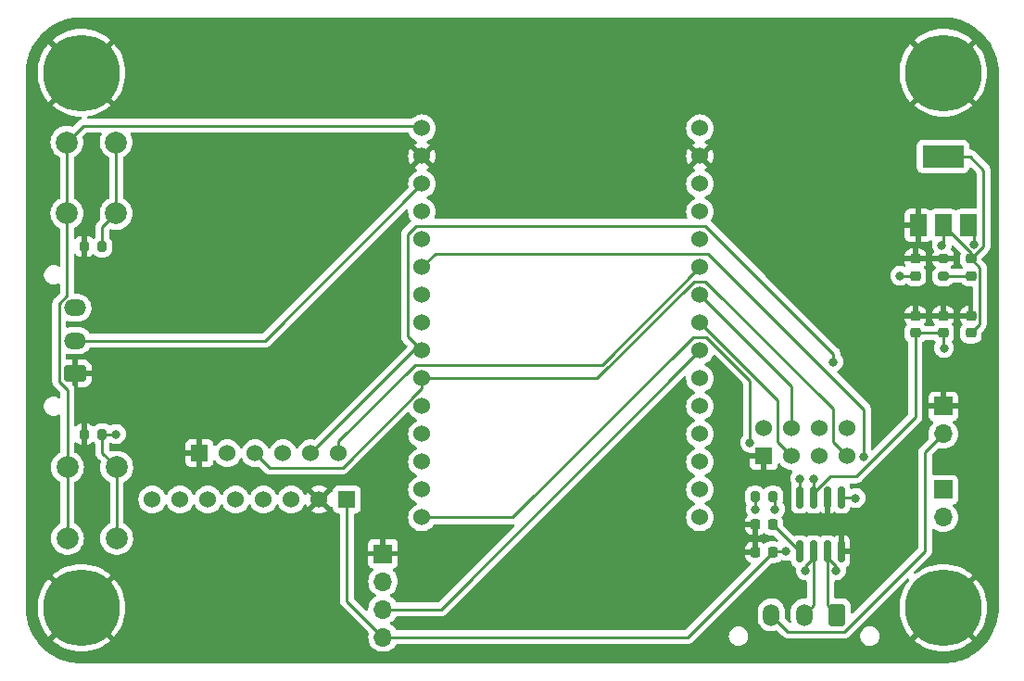
<source format=gtl>
G04 #@! TF.GenerationSoftware,KiCad,Pcbnew,7.0.9*
G04 #@! TF.CreationDate,2023-11-18T03:00:04-05:00*
G04 #@! TF.ProjectId,RLM,524c4d2e-6b69-4636-9164-5f7063625858,rev?*
G04 #@! TF.SameCoordinates,Original*
G04 #@! TF.FileFunction,Copper,L1,Top*
G04 #@! TF.FilePolarity,Positive*
%FSLAX46Y46*%
G04 Gerber Fmt 4.6, Leading zero omitted, Abs format (unit mm)*
G04 Created by KiCad (PCBNEW 7.0.9) date 2023-11-18 03:00:04*
%MOMM*%
%LPD*%
G01*
G04 APERTURE LIST*
G04 Aperture macros list*
%AMRoundRect*
0 Rectangle with rounded corners*
0 $1 Rounding radius*
0 $2 $3 $4 $5 $6 $7 $8 $9 X,Y pos of 4 corners*
0 Add a 4 corners polygon primitive as box body*
4,1,4,$2,$3,$4,$5,$6,$7,$8,$9,$2,$3,0*
0 Add four circle primitives for the rounded corners*
1,1,$1+$1,$2,$3*
1,1,$1+$1,$4,$5*
1,1,$1+$1,$6,$7*
1,1,$1+$1,$8,$9*
0 Add four rect primitives between the rounded corners*
20,1,$1+$1,$2,$3,$4,$5,0*
20,1,$1+$1,$4,$5,$6,$7,0*
20,1,$1+$1,$6,$7,$8,$9,0*
20,1,$1+$1,$8,$9,$2,$3,0*%
G04 Aperture macros list end*
G04 #@! TA.AperFunction,ComponentPad*
%ADD10RoundRect,0.250001X0.499999X0.759999X-0.499999X0.759999X-0.499999X-0.759999X0.499999X-0.759999X0*%
G04 #@! TD*
G04 #@! TA.AperFunction,ComponentPad*
%ADD11O,1.500000X2.020000*%
G04 #@! TD*
G04 #@! TA.AperFunction,SMDPad,CuDef*
%ADD12RoundRect,0.150000X-0.150000X0.825000X-0.150000X-0.825000X0.150000X-0.825000X0.150000X0.825000X0*%
G04 #@! TD*
G04 #@! TA.AperFunction,SMDPad,CuDef*
%ADD13RoundRect,0.225000X0.225000X0.250000X-0.225000X0.250000X-0.225000X-0.250000X0.225000X-0.250000X0*%
G04 #@! TD*
G04 #@! TA.AperFunction,ComponentPad*
%ADD14R,1.700000X1.700000*%
G04 #@! TD*
G04 #@! TA.AperFunction,ComponentPad*
%ADD15O,1.700000X1.700000*%
G04 #@! TD*
G04 #@! TA.AperFunction,ComponentPad*
%ADD16C,2.000000*%
G04 #@! TD*
G04 #@! TA.AperFunction,SMDPad,CuDef*
%ADD17R,1.500000X2.000000*%
G04 #@! TD*
G04 #@! TA.AperFunction,SMDPad,CuDef*
%ADD18R,3.800000X2.000000*%
G04 #@! TD*
G04 #@! TA.AperFunction,SMDPad,CuDef*
%ADD19RoundRect,0.200000X0.275000X-0.200000X0.275000X0.200000X-0.275000X0.200000X-0.275000X-0.200000X0*%
G04 #@! TD*
G04 #@! TA.AperFunction,ComponentPad*
%ADD20C,1.524000*%
G04 #@! TD*
G04 #@! TA.AperFunction,ComponentPad*
%ADD21RoundRect,0.250001X0.759999X-0.499999X0.759999X0.499999X-0.759999X0.499999X-0.759999X-0.499999X0*%
G04 #@! TD*
G04 #@! TA.AperFunction,ComponentPad*
%ADD22O,2.020000X1.500000*%
G04 #@! TD*
G04 #@! TA.AperFunction,SMDPad,CuDef*
%ADD23RoundRect,0.225000X0.250000X-0.225000X0.250000X0.225000X-0.250000X0.225000X-0.250000X-0.225000X0*%
G04 #@! TD*
G04 #@! TA.AperFunction,SMDPad,CuDef*
%ADD24RoundRect,0.200000X0.200000X0.275000X-0.200000X0.275000X-0.200000X-0.275000X0.200000X-0.275000X0*%
G04 #@! TD*
G04 #@! TA.AperFunction,ComponentPad*
%ADD25C,7.000000*%
G04 #@! TD*
G04 #@! TA.AperFunction,ComponentPad*
%ADD26R,1.524000X1.524000*%
G04 #@! TD*
G04 #@! TA.AperFunction,SMDPad,CuDef*
%ADD27RoundRect,0.218750X0.256250X-0.218750X0.256250X0.218750X-0.256250X0.218750X-0.256250X-0.218750X0*%
G04 #@! TD*
G04 #@! TA.AperFunction,ViaPad*
%ADD28C,0.800000*%
G04 #@! TD*
G04 #@! TA.AperFunction,Conductor*
%ADD29C,0.250000*%
G04 #@! TD*
G04 APERTURE END LIST*
D10*
X147780000Y-86360000D03*
D11*
X144780000Y-86360000D03*
X141780000Y-86360000D03*
D12*
X148183600Y-75630000D03*
X146913600Y-75630000D03*
X145643600Y-75630000D03*
X144373600Y-75630000D03*
X144373600Y-80580000D03*
X145643600Y-80580000D03*
X146913600Y-80580000D03*
X148183600Y-80580000D03*
D13*
X141885000Y-80645000D03*
X140335000Y-80645000D03*
D14*
X157480000Y-74925000D03*
D15*
X157480000Y-77465000D03*
D16*
X77415000Y-49680000D03*
X77415000Y-43180000D03*
X81915000Y-49680000D03*
X81915000Y-43180000D03*
D17*
X155180000Y-50775000D03*
X157480000Y-50775000D03*
D18*
X157480000Y-44475000D03*
D17*
X159780000Y-50775000D03*
D19*
X157480000Y-55435000D03*
X157480000Y-53785000D03*
D13*
X141885000Y-78105000D03*
X140335000Y-78105000D03*
D20*
X135255000Y-77466000D03*
X135255000Y-74926000D03*
X135255000Y-72386000D03*
X135255000Y-69846000D03*
X135255000Y-67306000D03*
X135255000Y-64766000D03*
X135255000Y-62226000D03*
X135255000Y-59686000D03*
X135255000Y-57146000D03*
X135255000Y-54606000D03*
X135255000Y-52066000D03*
X135255000Y-49526000D03*
X135255000Y-46986000D03*
X135255000Y-44446000D03*
X135255000Y-41906000D03*
X109855000Y-41906000D03*
X109855000Y-44446000D03*
X109855000Y-46986000D03*
X109855000Y-49526000D03*
X109855000Y-52066000D03*
X109855000Y-54606000D03*
X109855000Y-57146000D03*
X109855000Y-59686000D03*
X109855000Y-62226000D03*
X109855000Y-64766000D03*
X109855000Y-67306000D03*
X109855000Y-69846000D03*
X109855000Y-72386000D03*
X109855000Y-74926000D03*
X109855000Y-77466000D03*
D21*
X78160000Y-64310000D03*
D22*
X78160000Y-61310000D03*
X78160000Y-58310000D03*
D23*
X157480000Y-60605000D03*
X157480000Y-59055000D03*
D24*
X80645000Y-52705000D03*
X78995000Y-52705000D03*
D25*
X78740000Y-85725000D03*
D14*
X157480000Y-67305000D03*
D15*
X157480000Y-69845000D03*
D26*
X89535000Y-71596000D03*
D20*
X92075000Y-71596000D03*
X94615000Y-71596000D03*
X97155000Y-71596000D03*
X99695000Y-71596000D03*
X102235000Y-71596000D03*
D26*
X102997000Y-75822000D03*
D20*
X100457000Y-75822000D03*
X97917000Y-75822000D03*
X95377000Y-75822000D03*
X92837000Y-75822000D03*
X90297000Y-75822000D03*
X87757000Y-75822000D03*
X85217000Y-75822000D03*
D14*
X106299000Y-80772000D03*
D15*
X106299000Y-83312000D03*
X106299000Y-85852000D03*
X106299000Y-88392000D03*
D26*
X141097000Y-71862000D03*
D20*
X141097000Y-69322000D03*
X143637000Y-71862000D03*
X143637000Y-69322000D03*
X146177000Y-71862000D03*
X146177000Y-69322000D03*
X148717000Y-71862000D03*
X148717000Y-69322000D03*
D16*
X77470000Y-79375000D03*
X77470000Y-72875000D03*
X81970000Y-79375000D03*
X81970000Y-72875000D03*
D25*
X157480000Y-85725000D03*
D27*
X160020000Y-55397500D03*
X160020000Y-53822500D03*
D23*
X154940000Y-55385000D03*
X154940000Y-53835000D03*
X154940000Y-60605000D03*
X154940000Y-59055000D03*
D24*
X141935000Y-75565000D03*
X140285000Y-75565000D03*
D25*
X157480000Y-36830000D03*
D24*
X80645000Y-69850000D03*
X78995000Y-69850000D03*
D23*
X160020000Y-60605000D03*
X160020000Y-59055000D03*
D25*
X78740000Y-36830000D03*
D28*
X153543000Y-55372000D03*
X157353000Y-52578000D03*
X147701000Y-82296000D03*
X142113000Y-76708000D03*
X144907000Y-82296000D03*
X140335000Y-76708000D03*
X81915000Y-69850000D03*
X143129000Y-80518000D03*
X145669000Y-73914000D03*
X160273750Y-52544152D03*
X157555500Y-61976000D03*
X149479000Y-75692000D03*
X150241000Y-71882000D03*
X144399000Y-73914000D03*
X147447000Y-63246000D03*
X139827000Y-70612000D03*
D29*
X77470000Y-72875000D02*
X77470000Y-65786000D01*
X77470000Y-65786000D02*
X76708000Y-65024000D01*
X76708000Y-65024000D02*
X76708000Y-57912000D01*
X76708000Y-57912000D02*
X77415000Y-57205000D01*
X77415000Y-57205000D02*
X77415000Y-49680000D01*
X157430000Y-53835000D02*
X157480000Y-53785000D01*
X161163000Y-52679500D02*
X161163000Y-45720000D01*
X161163000Y-45720000D02*
X159918000Y-44475000D01*
X160820000Y-54622500D02*
X160820000Y-59805000D01*
X154940000Y-55385000D02*
X153556000Y-55385000D01*
X160820000Y-59805000D02*
X160020000Y-60605000D01*
X159918000Y-44475000D02*
X157480000Y-44475000D01*
X157480000Y-52451000D02*
X157353000Y-52578000D01*
X157480000Y-50775000D02*
X157480000Y-52451000D01*
X160020000Y-53822500D02*
X161163000Y-52679500D01*
X157480000Y-50775000D02*
X160020000Y-53315000D01*
X160020000Y-53822500D02*
X160820000Y-54622500D01*
X153556000Y-55385000D02*
X153543000Y-55372000D01*
X160020000Y-53315000D02*
X160020000Y-53822500D01*
X77470000Y-72875000D02*
X77470000Y-79375000D01*
X109605000Y-41656000D02*
X109855000Y-41906000D01*
X77415000Y-43180000D02*
X77415000Y-49680000D01*
X77415000Y-43180000D02*
X78939000Y-41656000D01*
X78939000Y-41656000D02*
X109605000Y-41656000D01*
X157517500Y-55397500D02*
X157480000Y-55435000D01*
X160020000Y-55397500D02*
X157517500Y-55397500D01*
X141885000Y-78105000D02*
X141898600Y-78105000D01*
X141898600Y-78105000D02*
X144373600Y-80580000D01*
X95531000Y-61310000D02*
X109855000Y-46986000D01*
X78160000Y-61310000D02*
X95531000Y-61310000D01*
X147701000Y-81915000D02*
X147701000Y-82296000D01*
X146913600Y-80580000D02*
X146913600Y-81127600D01*
X142113000Y-75743000D02*
X141935000Y-75565000D01*
X146913600Y-81127600D02*
X147701000Y-81915000D01*
X146913600Y-85493600D02*
X146913600Y-80580000D01*
X142113000Y-76708000D02*
X142113000Y-75743000D01*
X147780000Y-86360000D02*
X146913600Y-85493600D01*
X135255000Y-57146000D02*
X143637000Y-65528000D01*
X143637000Y-65528000D02*
X143637000Y-69322000D01*
X135255000Y-59686000D02*
X142367000Y-66798000D01*
X142367000Y-70592000D02*
X143637000Y-71862000D01*
X142367000Y-66798000D02*
X142367000Y-70592000D01*
X144907000Y-81915000D02*
X145643600Y-81178400D01*
X144780000Y-86360000D02*
X145643600Y-85496400D01*
X144907000Y-82296000D02*
X144907000Y-81915000D01*
X145643600Y-81178400D02*
X145643600Y-80580000D01*
X145643600Y-85496400D02*
X145643600Y-80580000D01*
X148463000Y-87884000D02*
X155829000Y-80518000D01*
X141780000Y-86360000D02*
X143304000Y-87884000D01*
X143304000Y-87884000D02*
X148463000Y-87884000D01*
X155829000Y-80518000D02*
X155829000Y-71496000D01*
X155829000Y-71496000D02*
X157480000Y-69845000D01*
X140285000Y-75565000D02*
X140285000Y-76658000D01*
X140285000Y-76658000D02*
X140335000Y-76708000D01*
X81915000Y-49680000D02*
X81915000Y-43180000D01*
X80645000Y-50950000D02*
X80645000Y-52705000D01*
X81915000Y-49680000D02*
X80645000Y-50950000D01*
X80645000Y-69850000D02*
X81915000Y-69850000D01*
X81970000Y-72875000D02*
X81970000Y-79375000D01*
X80645000Y-69850000D02*
X80645000Y-71550000D01*
X80645000Y-71550000D02*
X81970000Y-72875000D01*
X111629000Y-85852000D02*
X135255000Y-62226000D01*
X106299000Y-85852000D02*
X111629000Y-85852000D01*
X134138000Y-88392000D02*
X141885000Y-80645000D01*
X160273750Y-52544152D02*
X160273750Y-51268750D01*
X157480000Y-60605000D02*
X157480000Y-61900500D01*
X142012000Y-80518000D02*
X141885000Y-80645000D01*
X145643600Y-73939400D02*
X145669000Y-73914000D01*
X106299000Y-88392000D02*
X134138000Y-88392000D01*
X160273750Y-51268750D02*
X159780000Y-50775000D01*
X154940000Y-60605000D02*
X154940000Y-68324604D01*
X143129000Y-80518000D02*
X142012000Y-80518000D01*
X102997000Y-85090000D02*
X106299000Y-88392000D01*
X157480000Y-61900500D02*
X157555500Y-61976000D01*
X145643600Y-75630000D02*
X145643600Y-73939400D01*
X154940000Y-68324604D02*
X149546604Y-73718000D01*
X147135000Y-73718000D02*
X145643600Y-75209400D01*
X149546604Y-73718000D02*
X147135000Y-73718000D01*
X145643600Y-75209400D02*
X145643600Y-75630000D01*
X102997000Y-75822000D02*
X102997000Y-85090000D01*
X154940000Y-60605000D02*
X157480000Y-60605000D01*
X148183600Y-75630000D02*
X149417000Y-75630000D01*
X150241000Y-71882000D02*
X150241000Y-67564000D01*
X136017000Y-53340000D02*
X111121000Y-53340000D01*
X111121000Y-53340000D02*
X109855000Y-54606000D01*
X149417000Y-75630000D02*
X149479000Y-75692000D01*
X150241000Y-67564000D02*
X136017000Y-53340000D01*
X144373600Y-73939400D02*
X144399000Y-73914000D01*
X144373600Y-75630000D02*
X144373600Y-73939400D01*
X147447000Y-62484000D02*
X135763000Y-50800000D01*
X135763000Y-50800000D02*
X109347000Y-50800000D01*
X99695000Y-71596000D02*
X109065000Y-62226000D01*
X108585000Y-51562000D02*
X108585000Y-60956000D01*
X108585000Y-60956000D02*
X109855000Y-62226000D01*
X147447000Y-63246000D02*
X147447000Y-62484000D01*
X109347000Y-50800000D02*
X108585000Y-51562000D01*
X109065000Y-62226000D02*
X109855000Y-62226000D01*
X135771626Y-55880000D02*
X147447000Y-67555374D01*
X147447000Y-67555374D02*
X147447000Y-70592000D01*
X95917000Y-72898000D02*
X102616000Y-72898000D01*
X147447000Y-70592000D02*
X148717000Y-71862000D01*
X109855000Y-64766000D02*
X125852374Y-64766000D01*
X125852374Y-64766000D02*
X134738374Y-55880000D01*
X102616000Y-72898000D02*
X109855000Y-65659000D01*
X134738374Y-55880000D02*
X135771626Y-55880000D01*
X109855000Y-65659000D02*
X109855000Y-64766000D01*
X94615000Y-71596000D02*
X95917000Y-72898000D01*
X139827000Y-70612000D02*
X139827000Y-64959198D01*
X134617749Y-60960000D02*
X118111749Y-77466000D01*
X139827000Y-64959198D02*
X135827802Y-60960000D01*
X135827802Y-60960000D02*
X134617749Y-60960000D01*
X118111749Y-77466000D02*
X109855000Y-77466000D01*
X102235000Y-70518370D02*
X109253370Y-63500000D01*
X109253370Y-63500000D02*
X126361000Y-63500000D01*
X126361000Y-63500000D02*
X135255000Y-54606000D01*
X102235000Y-71596000D02*
X102235000Y-70518370D01*
G04 #@! TA.AperFunction,Conductor*
G36*
X80548202Y-42301185D02*
G01*
X80593957Y-42353989D01*
X80603901Y-42423147D01*
X80592238Y-42458411D01*
X80592887Y-42458696D01*
X80490936Y-42691118D01*
X80429892Y-42932175D01*
X80429890Y-42932187D01*
X80409357Y-43179994D01*
X80409357Y-43180005D01*
X80429890Y-43427812D01*
X80429892Y-43427824D01*
X80490936Y-43668881D01*
X80590826Y-43896606D01*
X80726833Y-44104782D01*
X80757291Y-44137868D01*
X80895256Y-44287738D01*
X81017764Y-44383090D01*
X81091488Y-44440472D01*
X81091493Y-44440475D01*
X81224517Y-44512464D01*
X81274108Y-44561683D01*
X81289500Y-44621519D01*
X81289500Y-48238479D01*
X81269815Y-48305518D01*
X81224519Y-48347533D01*
X81091496Y-48419522D01*
X81091494Y-48419523D01*
X80895257Y-48572261D01*
X80726833Y-48755217D01*
X80590826Y-48963393D01*
X80490936Y-49191118D01*
X80429892Y-49432175D01*
X80429890Y-49432187D01*
X80409357Y-49679994D01*
X80409357Y-49680005D01*
X80429890Y-49927812D01*
X80429892Y-49927824D01*
X80483863Y-50140948D01*
X80481238Y-50210768D01*
X80451338Y-50259069D01*
X80261208Y-50449199D01*
X80248951Y-50459020D01*
X80249134Y-50459241D01*
X80243123Y-50464213D01*
X80195772Y-50514636D01*
X80174889Y-50535519D01*
X80174877Y-50535532D01*
X80170621Y-50541017D01*
X80166837Y-50545447D01*
X80134937Y-50579418D01*
X80134936Y-50579420D01*
X80125284Y-50596976D01*
X80114610Y-50613226D01*
X80102329Y-50629061D01*
X80102324Y-50629068D01*
X80083815Y-50671838D01*
X80081245Y-50677084D01*
X80058803Y-50717906D01*
X80053822Y-50737307D01*
X80047521Y-50755710D01*
X80039562Y-50774102D01*
X80039561Y-50774105D01*
X80032271Y-50820127D01*
X80031087Y-50825846D01*
X80019501Y-50870972D01*
X80019500Y-50870982D01*
X80019500Y-50891016D01*
X80017973Y-50910415D01*
X80014840Y-50930194D01*
X80014840Y-50930195D01*
X80019225Y-50976583D01*
X80019500Y-50982421D01*
X80019500Y-51813480D01*
X79999815Y-51880519D01*
X79983181Y-51901161D01*
X79907327Y-51977015D01*
X79846004Y-52010500D01*
X79776312Y-52005516D01*
X79731965Y-51977015D01*
X79629877Y-51874927D01*
X79484395Y-51786980D01*
X79484396Y-51786980D01*
X79322105Y-51736409D01*
X79322106Y-51736409D01*
X79251572Y-51730000D01*
X79245000Y-51730000D01*
X79245000Y-53679999D01*
X79251581Y-53679999D01*
X79322102Y-53673591D01*
X79322107Y-53673590D01*
X79484396Y-53623018D01*
X79629877Y-53535072D01*
X79629878Y-53535071D01*
X79731963Y-53432985D01*
X79793286Y-53399499D01*
X79862977Y-53404483D01*
X79907326Y-53432984D01*
X80009811Y-53535469D01*
X80009813Y-53535470D01*
X80009815Y-53535472D01*
X80155394Y-53623478D01*
X80317804Y-53674086D01*
X80388384Y-53680500D01*
X80388387Y-53680500D01*
X80901613Y-53680500D01*
X80901616Y-53680500D01*
X80972196Y-53674086D01*
X81134606Y-53623478D01*
X81280185Y-53535472D01*
X81400472Y-53415185D01*
X81488478Y-53269606D01*
X81539086Y-53107196D01*
X81545500Y-53036616D01*
X81545500Y-52373384D01*
X81539086Y-52302804D01*
X81488478Y-52140394D01*
X81400472Y-51994815D01*
X81400470Y-51994813D01*
X81400469Y-51994811D01*
X81306819Y-51901161D01*
X81273334Y-51839838D01*
X81270500Y-51813480D01*
X81270500Y-51260452D01*
X81290185Y-51193413D01*
X81306814Y-51172775D01*
X81337771Y-51141818D01*
X81399091Y-51108334D01*
X81465712Y-51112218D01*
X81507705Y-51126635D01*
X81545385Y-51139571D01*
X81790665Y-51180500D01*
X82039335Y-51180500D01*
X82284614Y-51139571D01*
X82519810Y-51058828D01*
X82738509Y-50940474D01*
X82934744Y-50787738D01*
X83103164Y-50604785D01*
X83239173Y-50396607D01*
X83339063Y-50168881D01*
X83400108Y-49927821D01*
X83400109Y-49927812D01*
X83420643Y-49680005D01*
X83420643Y-49679994D01*
X83400109Y-49432187D01*
X83400107Y-49432175D01*
X83339063Y-49191118D01*
X83239173Y-48963393D01*
X83103166Y-48755217D01*
X83062808Y-48711377D01*
X82934744Y-48572262D01*
X82738509Y-48419526D01*
X82738508Y-48419525D01*
X82738505Y-48419523D01*
X82738503Y-48419522D01*
X82605481Y-48347533D01*
X82555891Y-48298313D01*
X82540500Y-48238479D01*
X82540500Y-44621519D01*
X82560185Y-44554480D01*
X82605483Y-44512464D01*
X82669355Y-44477898D01*
X82738509Y-44440474D01*
X82934744Y-44287738D01*
X83103164Y-44104785D01*
X83239173Y-43896607D01*
X83339063Y-43668881D01*
X83400108Y-43427821D01*
X83400165Y-43427135D01*
X83420643Y-43180005D01*
X83420643Y-43179994D01*
X83400109Y-42932187D01*
X83400107Y-42932175D01*
X83339063Y-42691118D01*
X83237113Y-42458696D01*
X83238414Y-42458125D01*
X83225188Y-42396178D01*
X83249857Y-42330808D01*
X83305951Y-42289152D01*
X83348837Y-42281500D01*
X108558087Y-42281500D01*
X108625126Y-42301185D01*
X108670468Y-42353094D01*
X108719445Y-42458125D01*
X108757466Y-42539662D01*
X108757468Y-42539666D01*
X108884170Y-42720615D01*
X108884175Y-42720621D01*
X109040378Y-42876824D01*
X109040384Y-42876829D01*
X109221333Y-43003531D01*
X109221335Y-43003532D01*
X109221338Y-43003534D01*
X109350781Y-43063894D01*
X109403220Y-43110066D01*
X109422372Y-43177260D01*
X109402156Y-43244141D01*
X109350781Y-43288658D01*
X109221586Y-43348903D01*
X109156812Y-43394257D01*
X109156811Y-43394258D01*
X109827554Y-44065000D01*
X109823431Y-44065000D01*
X109729579Y-44080661D01*
X109617749Y-44141180D01*
X109531629Y-44234731D01*
X109480552Y-44351177D01*
X109474894Y-44419447D01*
X108803258Y-43747811D01*
X108803257Y-43747812D01*
X108757903Y-43812586D01*
X108664579Y-44012720D01*
X108664575Y-44012729D01*
X108607426Y-44226013D01*
X108607424Y-44226023D01*
X108588179Y-44445999D01*
X108588179Y-44446000D01*
X108607424Y-44665976D01*
X108607426Y-44665986D01*
X108664575Y-44879270D01*
X108664580Y-44879284D01*
X108757899Y-45079407D01*
X108757900Y-45079409D01*
X108803258Y-45144187D01*
X109470096Y-44477349D01*
X109470051Y-44477898D01*
X109501266Y-44601162D01*
X109570813Y-44707612D01*
X109671157Y-44785713D01*
X109791422Y-44827000D01*
X109827553Y-44827000D01*
X109156811Y-45497741D01*
X109221582Y-45543094D01*
X109221588Y-45543098D01*
X109350781Y-45603342D01*
X109403220Y-45649514D01*
X109422372Y-45716708D01*
X109402156Y-45783589D01*
X109350781Y-45828106D01*
X109221340Y-45888465D01*
X109221338Y-45888466D01*
X109040377Y-46015175D01*
X108884175Y-46171377D01*
X108757466Y-46352338D01*
X108757465Y-46352340D01*
X108664107Y-46552548D01*
X108664104Y-46552554D01*
X108606930Y-46765929D01*
X108606929Y-46765937D01*
X108587677Y-46985997D01*
X108587677Y-46986000D01*
X108606929Y-47206062D01*
X108606930Y-47206066D01*
X108606930Y-47206070D01*
X108618707Y-47250021D01*
X108617044Y-47319871D01*
X108586613Y-47369795D01*
X95308228Y-60648181D01*
X95246905Y-60681666D01*
X95220547Y-60684500D01*
X79577552Y-60684500D01*
X79510513Y-60664815D01*
X79471457Y-60622609D01*
X79470919Y-60622965D01*
X79468762Y-60619698D01*
X79468360Y-60619263D01*
X79467852Y-60618319D01*
X79327510Y-60442336D01*
X79307854Y-60425163D01*
X79157996Y-60294235D01*
X78964764Y-60178785D01*
X78846786Y-60134507D01*
X78754023Y-60099692D01*
X78532550Y-60059500D01*
X78532547Y-60059500D01*
X77843845Y-60059500D01*
X77805399Y-60062960D01*
X77675813Y-60074622D01*
X77675807Y-60074623D01*
X77490489Y-60125769D01*
X77420629Y-60124629D01*
X77362475Y-60085901D01*
X77334491Y-60021880D01*
X77333500Y-60006238D01*
X77333500Y-59612040D01*
X77353185Y-59545001D01*
X77405989Y-59499246D01*
X77475147Y-59489302D01*
X77501062Y-59495944D01*
X77565976Y-59520307D01*
X77676714Y-59540403D01*
X77787450Y-59560500D01*
X77787453Y-59560500D01*
X78476148Y-59560500D01*
X78476155Y-59560500D01*
X78644188Y-59545377D01*
X78644192Y-59545376D01*
X78861160Y-59485496D01*
X78861162Y-59485495D01*
X78861170Y-59485493D01*
X79063973Y-59387829D01*
X79246078Y-59255522D01*
X79401632Y-59092825D01*
X79525635Y-58904968D01*
X79614103Y-58697988D01*
X79664191Y-58478537D01*
X79674290Y-58253670D01*
X79644075Y-58030613D01*
X79574517Y-57816536D01*
X79557556Y-57785018D01*
X79467853Y-57618321D01*
X79467851Y-57618318D01*
X79433548Y-57575304D01*
X79371517Y-57497519D01*
X79327510Y-57442336D01*
X79303112Y-57421020D01*
X79157996Y-57294235D01*
X78964764Y-57178785D01*
X78859394Y-57139239D01*
X78754023Y-57099692D01*
X78532550Y-57059500D01*
X78532547Y-57059500D01*
X78164500Y-57059500D01*
X78097461Y-57039815D01*
X78051706Y-56987011D01*
X78040500Y-56935500D01*
X78040500Y-53514812D01*
X78060185Y-53447773D01*
X78112989Y-53402018D01*
X78182147Y-53392074D01*
X78245703Y-53421099D01*
X78252181Y-53427131D01*
X78360122Y-53535072D01*
X78505604Y-53623019D01*
X78505603Y-53623019D01*
X78667894Y-53673590D01*
X78667893Y-53673590D01*
X78738408Y-53679998D01*
X78738426Y-53679999D01*
X78744999Y-53679998D01*
X78745000Y-53679998D01*
X78745000Y-51730000D01*
X78744999Y-51729999D01*
X78738436Y-51730000D01*
X78738417Y-51730001D01*
X78667897Y-51736408D01*
X78667892Y-51736409D01*
X78505603Y-51786981D01*
X78360122Y-51874927D01*
X78360121Y-51874928D01*
X78252181Y-51982869D01*
X78190858Y-52016354D01*
X78121166Y-52011370D01*
X78065233Y-51969498D01*
X78040816Y-51904034D01*
X78040500Y-51895188D01*
X78040500Y-51121519D01*
X78060185Y-51054480D01*
X78105483Y-51012464D01*
X78106369Y-51011984D01*
X78238509Y-50940474D01*
X78434744Y-50787738D01*
X78603164Y-50604785D01*
X78739173Y-50396607D01*
X78839063Y-50168881D01*
X78900108Y-49927821D01*
X78900109Y-49927812D01*
X78920643Y-49680005D01*
X78920643Y-49679994D01*
X78900109Y-49432187D01*
X78900107Y-49432175D01*
X78839063Y-49191118D01*
X78739173Y-48963393D01*
X78603166Y-48755217D01*
X78562808Y-48711377D01*
X78434744Y-48572262D01*
X78238509Y-48419526D01*
X78238508Y-48419525D01*
X78238505Y-48419523D01*
X78238503Y-48419522D01*
X78105481Y-48347533D01*
X78055891Y-48298313D01*
X78040500Y-48238479D01*
X78040500Y-44621519D01*
X78060185Y-44554480D01*
X78105483Y-44512464D01*
X78169355Y-44477898D01*
X78238509Y-44440474D01*
X78434744Y-44287738D01*
X78603164Y-44104785D01*
X78739173Y-43896607D01*
X78839063Y-43668881D01*
X78900108Y-43427821D01*
X78900165Y-43427135D01*
X78920643Y-43180005D01*
X78920643Y-43179994D01*
X78900109Y-42932187D01*
X78900107Y-42932175D01*
X78846136Y-42719049D01*
X78848761Y-42649229D01*
X78878658Y-42600930D01*
X79161773Y-42317817D01*
X79223095Y-42284334D01*
X79249453Y-42281500D01*
X80481163Y-42281500D01*
X80548202Y-42301185D01*
G37*
G04 #@! TD.AperFunction*
G04 #@! TA.AperFunction,Conductor*
G36*
X157697525Y-31759496D02*
G01*
X157902732Y-31768456D01*
X157907654Y-31768870D01*
X158125755Y-31796056D01*
X158330849Y-31823058D01*
X158335420Y-31823837D01*
X158550399Y-31868913D01*
X158752714Y-31913766D01*
X158756969Y-31914869D01*
X158875715Y-31950222D01*
X158967449Y-31977533D01*
X159020220Y-31994171D01*
X159165378Y-32039939D01*
X159169180Y-32041277D01*
X159373265Y-32120912D01*
X159373908Y-32121163D01*
X159565763Y-32200632D01*
X159569234Y-32202196D01*
X159766710Y-32298737D01*
X159766733Y-32298748D01*
X159951061Y-32394704D01*
X159954169Y-32396437D01*
X160076039Y-32469054D01*
X160143108Y-32509019D01*
X160318522Y-32620771D01*
X160321212Y-32622586D01*
X160500304Y-32750456D01*
X160665405Y-32877142D01*
X160667733Y-32879019D01*
X160835753Y-33021323D01*
X160990324Y-33162962D01*
X161147037Y-33319675D01*
X161288676Y-33474246D01*
X161430979Y-33642265D01*
X161432856Y-33644593D01*
X161559543Y-33809695D01*
X161687412Y-33988786D01*
X161689244Y-33991501D01*
X161800986Y-34166901D01*
X161913561Y-34355829D01*
X161915294Y-34358937D01*
X162011251Y-34543266D01*
X162107786Y-34740731D01*
X162109366Y-34744235D01*
X162188836Y-34936091D01*
X162209367Y-34988706D01*
X162268708Y-35140785D01*
X162270072Y-35144657D01*
X162332466Y-35342549D01*
X162395124Y-35553014D01*
X162396232Y-35557286D01*
X162441099Y-35759663D01*
X162486157Y-35974559D01*
X162486946Y-35979191D01*
X162513952Y-36184318D01*
X162541126Y-36402322D01*
X162541543Y-36407288D01*
X162550512Y-36612701D01*
X162559500Y-36830000D01*
X162559500Y-85725000D01*
X162550512Y-85942298D01*
X162541543Y-86147710D01*
X162541126Y-86152676D01*
X162513952Y-86370681D01*
X162486946Y-86575807D01*
X162486157Y-86580439D01*
X162441099Y-86795336D01*
X162396232Y-86997712D01*
X162395124Y-87001984D01*
X162332466Y-87212450D01*
X162270072Y-87410341D01*
X162268700Y-87414236D01*
X162188836Y-87618908D01*
X162109366Y-87810763D01*
X162107786Y-87814267D01*
X162011251Y-88011733D01*
X161915294Y-88196061D01*
X161913561Y-88199169D01*
X161800986Y-88388098D01*
X161689244Y-88563497D01*
X161687412Y-88566212D01*
X161559543Y-88745304D01*
X161432856Y-88910405D01*
X161430979Y-88912733D01*
X161288676Y-89080753D01*
X161147037Y-89235324D01*
X160990324Y-89392037D01*
X160835753Y-89533676D01*
X160667733Y-89675979D01*
X160665405Y-89677856D01*
X160500304Y-89804543D01*
X160321212Y-89932412D01*
X160318497Y-89934244D01*
X160143098Y-90045986D01*
X159954169Y-90158561D01*
X159951061Y-90160294D01*
X159766733Y-90256251D01*
X159569267Y-90352786D01*
X159565763Y-90354366D01*
X159373908Y-90433836D01*
X159169236Y-90513700D01*
X159165341Y-90515072D01*
X158967450Y-90577466D01*
X158756984Y-90640124D01*
X158752712Y-90641232D01*
X158550336Y-90686099D01*
X158335439Y-90731157D01*
X158330807Y-90731946D01*
X158125681Y-90758952D01*
X157907676Y-90786126D01*
X157902710Y-90786543D01*
X157697298Y-90795512D01*
X157480000Y-90804500D01*
X78740000Y-90804500D01*
X78522701Y-90795512D01*
X78317288Y-90786543D01*
X78312322Y-90786126D01*
X78094318Y-90758952D01*
X77889191Y-90731946D01*
X77884559Y-90731157D01*
X77669663Y-90686099D01*
X77467286Y-90641232D01*
X77463014Y-90640124D01*
X77252549Y-90577466D01*
X77054657Y-90515072D01*
X77050785Y-90513708D01*
X76918255Y-90461995D01*
X76846091Y-90433836D01*
X76654235Y-90354366D01*
X76650731Y-90352786D01*
X76453266Y-90256251D01*
X76268937Y-90160294D01*
X76265829Y-90158561D01*
X76076901Y-90045986D01*
X75901501Y-89934244D01*
X75898786Y-89932412D01*
X75719695Y-89804543D01*
X75554593Y-89677856D01*
X75552265Y-89675979D01*
X75384246Y-89533676D01*
X75229675Y-89392037D01*
X75072962Y-89235324D01*
X74979568Y-89133403D01*
X74931319Y-89080748D01*
X74789019Y-88912733D01*
X74787142Y-88910405D01*
X74660456Y-88745304D01*
X74576276Y-88627403D01*
X74532580Y-88566203D01*
X74530771Y-88563522D01*
X74419013Y-88388098D01*
X74368523Y-88303365D01*
X74306437Y-88199169D01*
X74304704Y-88196061D01*
X74208748Y-88011733D01*
X74112196Y-87814234D01*
X74110632Y-87810763D01*
X74031163Y-87618908D01*
X74023656Y-87599669D01*
X73951277Y-87414180D01*
X73949939Y-87410378D01*
X73887533Y-87212449D01*
X73848989Y-87082983D01*
X73824869Y-87001969D01*
X73823766Y-86997712D01*
X73814080Y-86954022D01*
X73778913Y-86795399D01*
X73733837Y-86580420D01*
X73733058Y-86575849D01*
X73706047Y-86370681D01*
X73678870Y-86152654D01*
X73678456Y-86147732D01*
X73669487Y-85942298D01*
X73660500Y-85725000D01*
X74735176Y-85725000D01*
X74754461Y-86117550D01*
X74812129Y-86506308D01*
X74907625Y-86887549D01*
X75040016Y-87257559D01*
X75040023Y-87257575D01*
X75208062Y-87612864D01*
X75410109Y-87949958D01*
X75644228Y-88265632D01*
X75740068Y-88371376D01*
X75740069Y-88371376D01*
X77053104Y-87058341D01*
X77165031Y-87195918D01*
X77379990Y-87396676D01*
X77404543Y-87414008D01*
X76093622Y-88724929D01*
X76093622Y-88724930D01*
X76199367Y-88820771D01*
X76515041Y-89054890D01*
X76852135Y-89256937D01*
X77207424Y-89424976D01*
X77207440Y-89424983D01*
X77577450Y-89557374D01*
X77958691Y-89652870D01*
X78347449Y-89710538D01*
X78740000Y-89729823D01*
X79132550Y-89710538D01*
X79521308Y-89652870D01*
X79902549Y-89557374D01*
X80272559Y-89424983D01*
X80272575Y-89424976D01*
X80627864Y-89256937D01*
X80964958Y-89054890D01*
X81280632Y-88820770D01*
X81386376Y-88724929D01*
X80075455Y-87414008D01*
X80100010Y-87396676D01*
X80314969Y-87195918D01*
X80426895Y-87058342D01*
X81739929Y-88371376D01*
X81835770Y-88265632D01*
X82069890Y-87949958D01*
X82271937Y-87612864D01*
X82439976Y-87257575D01*
X82439983Y-87257559D01*
X82572374Y-86887549D01*
X82667870Y-86506308D01*
X82725538Y-86117550D01*
X82744823Y-85725000D01*
X82725538Y-85332449D01*
X82667870Y-84943691D01*
X82572374Y-84562450D01*
X82439983Y-84192440D01*
X82439976Y-84192424D01*
X82271937Y-83837135D01*
X82069890Y-83500041D01*
X81835771Y-83184367D01*
X81739930Y-83078622D01*
X81739929Y-83078622D01*
X80426894Y-84391656D01*
X80314969Y-84254082D01*
X80100010Y-84053324D01*
X80075455Y-84035991D01*
X81386376Y-82725069D01*
X81386376Y-82725068D01*
X81280632Y-82629228D01*
X80964958Y-82395109D01*
X80627864Y-82193062D01*
X80272575Y-82025023D01*
X80272559Y-82025016D01*
X79902549Y-81892625D01*
X79521308Y-81797129D01*
X79132550Y-81739461D01*
X78740000Y-81720176D01*
X78347449Y-81739461D01*
X77958691Y-81797129D01*
X77577450Y-81892625D01*
X77207440Y-82025016D01*
X77207424Y-82025023D01*
X76852135Y-82193062D01*
X76515041Y-82395109D01*
X76199368Y-82629228D01*
X76093622Y-82725069D01*
X77404544Y-84035991D01*
X77379990Y-84053324D01*
X77165031Y-84254082D01*
X77053104Y-84391657D01*
X75740069Y-83078622D01*
X75644228Y-83184368D01*
X75410109Y-83500041D01*
X75208062Y-83837135D01*
X75040023Y-84192424D01*
X75040016Y-84192440D01*
X74907625Y-84562450D01*
X74812129Y-84943691D01*
X74754461Y-85332449D01*
X74735176Y-85725000D01*
X73660500Y-85725000D01*
X73660500Y-85724500D01*
X73660500Y-36830000D01*
X74735176Y-36830000D01*
X74754461Y-37222550D01*
X74812129Y-37611308D01*
X74907625Y-37992549D01*
X75040016Y-38362559D01*
X75040023Y-38362575D01*
X75208062Y-38717864D01*
X75410109Y-39054958D01*
X75644228Y-39370632D01*
X75740068Y-39476376D01*
X75740069Y-39476376D01*
X77053104Y-38163341D01*
X77165031Y-38300918D01*
X77379990Y-38501676D01*
X77404543Y-38519008D01*
X76093622Y-39829929D01*
X76093622Y-39829930D01*
X76199367Y-39925771D01*
X76515041Y-40159890D01*
X76852135Y-40361937D01*
X77207424Y-40529976D01*
X77207440Y-40529983D01*
X77577450Y-40662374D01*
X77958691Y-40757870D01*
X78347449Y-40815538D01*
X78670571Y-40831412D01*
X78736564Y-40854362D01*
X78779673Y-40909348D01*
X78786211Y-40978911D01*
X78754103Y-41040966D01*
X78699092Y-41074336D01*
X78688614Y-41077380D01*
X78688604Y-41077385D01*
X78671365Y-41087580D01*
X78653898Y-41096137D01*
X78635269Y-41103512D01*
X78635267Y-41103513D01*
X78597564Y-41130906D01*
X78592682Y-41134112D01*
X78552580Y-41157828D01*
X78538408Y-41172000D01*
X78523623Y-41184628D01*
X78507412Y-41196407D01*
X78477709Y-41232310D01*
X78473777Y-41236631D01*
X77992228Y-41718179D01*
X77930905Y-41751664D01*
X77864284Y-41747779D01*
X77784616Y-41720429D01*
X77539335Y-41679500D01*
X77290665Y-41679500D01*
X77045383Y-41720429D01*
X76810197Y-41801169D01*
X76810188Y-41801172D01*
X76591493Y-41919524D01*
X76395257Y-42072261D01*
X76226833Y-42255217D01*
X76090826Y-42463393D01*
X75990936Y-42691118D01*
X75929892Y-42932175D01*
X75929890Y-42932187D01*
X75909357Y-43179994D01*
X75909357Y-43180005D01*
X75929890Y-43427812D01*
X75929892Y-43427824D01*
X75990936Y-43668881D01*
X76090826Y-43896606D01*
X76226833Y-44104782D01*
X76257291Y-44137868D01*
X76395256Y-44287738D01*
X76517764Y-44383090D01*
X76591488Y-44440472D01*
X76591493Y-44440475D01*
X76724517Y-44512464D01*
X76774108Y-44561683D01*
X76789500Y-44621519D01*
X76789500Y-48238479D01*
X76769815Y-48305518D01*
X76724519Y-48347533D01*
X76591496Y-48419522D01*
X76591494Y-48419523D01*
X76395257Y-48572261D01*
X76226833Y-48755217D01*
X76090826Y-48963393D01*
X75990936Y-49191118D01*
X75929892Y-49432175D01*
X75929890Y-49432187D01*
X75909357Y-49679994D01*
X75909357Y-49680005D01*
X75929890Y-49927812D01*
X75929892Y-49927824D01*
X75990936Y-50168881D01*
X76090826Y-50396606D01*
X76226833Y-50604782D01*
X76226836Y-50604785D01*
X76395256Y-50787738D01*
X76502208Y-50870982D01*
X76591488Y-50940472D01*
X76591493Y-50940475D01*
X76724517Y-51012464D01*
X76774108Y-51061683D01*
X76789500Y-51121519D01*
X76789500Y-54413086D01*
X76769815Y-54480125D01*
X76717011Y-54525880D01*
X76647853Y-54535824D01*
X76603501Y-54520473D01*
X76562154Y-54496601D01*
X76562143Y-54496596D01*
X76385124Y-54439080D01*
X76385122Y-54439079D01*
X76345488Y-54434913D01*
X76246411Y-54424500D01*
X76153589Y-54424500D01*
X76066895Y-54433611D01*
X76014877Y-54439079D01*
X76014875Y-54439080D01*
X75837856Y-54496596D01*
X75837850Y-54496599D01*
X75676650Y-54589668D01*
X75538324Y-54714215D01*
X75538322Y-54714218D01*
X75428909Y-54864811D01*
X75353201Y-55034852D01*
X75353199Y-55034858D01*
X75314500Y-55216930D01*
X75314500Y-55403069D01*
X75353199Y-55585141D01*
X75353201Y-55585147D01*
X75428910Y-55755188D01*
X75428909Y-55755188D01*
X75428910Y-55755189D01*
X75538320Y-55905779D01*
X75538321Y-55905780D01*
X75538322Y-55905781D01*
X75538324Y-55905784D01*
X75593103Y-55955106D01*
X75676649Y-56030331D01*
X75837851Y-56123401D01*
X75837853Y-56123401D01*
X75837856Y-56123403D01*
X75926365Y-56152161D01*
X76014880Y-56180921D01*
X76153589Y-56195500D01*
X76153594Y-56195500D01*
X76246406Y-56195500D01*
X76246411Y-56195500D01*
X76385120Y-56180921D01*
X76562149Y-56123401D01*
X76603500Y-56099526D01*
X76671399Y-56083053D01*
X76737426Y-56105905D01*
X76780617Y-56160826D01*
X76789500Y-56206913D01*
X76789500Y-56894546D01*
X76769815Y-56961585D01*
X76753181Y-56982227D01*
X76324208Y-57411199D01*
X76311951Y-57421020D01*
X76312134Y-57421241D01*
X76306123Y-57426213D01*
X76258772Y-57476636D01*
X76237889Y-57497519D01*
X76237877Y-57497532D01*
X76233621Y-57503017D01*
X76229837Y-57507447D01*
X76197937Y-57541418D01*
X76197936Y-57541420D01*
X76188284Y-57558976D01*
X76177610Y-57575226D01*
X76165329Y-57591061D01*
X76165324Y-57591068D01*
X76146815Y-57633838D01*
X76144245Y-57639084D01*
X76121803Y-57679906D01*
X76116822Y-57699307D01*
X76110521Y-57717710D01*
X76102562Y-57736102D01*
X76102561Y-57736105D01*
X76095271Y-57782127D01*
X76094087Y-57787846D01*
X76082501Y-57832972D01*
X76082500Y-57832982D01*
X76082500Y-57853016D01*
X76080973Y-57872415D01*
X76077840Y-57892194D01*
X76077840Y-57892195D01*
X76082225Y-57938583D01*
X76082500Y-57944421D01*
X76082500Y-64941255D01*
X76080775Y-64956872D01*
X76081061Y-64956899D01*
X76080326Y-64964665D01*
X76082500Y-65033814D01*
X76082500Y-65063343D01*
X76082501Y-65063360D01*
X76083368Y-65070231D01*
X76083826Y-65076050D01*
X76085290Y-65122624D01*
X76085291Y-65122627D01*
X76090880Y-65141867D01*
X76094824Y-65160911D01*
X76097336Y-65180792D01*
X76112181Y-65218288D01*
X76114490Y-65224119D01*
X76116382Y-65229647D01*
X76128004Y-65269650D01*
X76129382Y-65274390D01*
X76137364Y-65287888D01*
X76139580Y-65291634D01*
X76148138Y-65309103D01*
X76155514Y-65327732D01*
X76182898Y-65365423D01*
X76186106Y-65370307D01*
X76209827Y-65410416D01*
X76209833Y-65410424D01*
X76223990Y-65424580D01*
X76236628Y-65439376D01*
X76248405Y-65455586D01*
X76248406Y-65455587D01*
X76284309Y-65485288D01*
X76288620Y-65489210D01*
X76549882Y-65750472D01*
X76808181Y-66008771D01*
X76841666Y-66070094D01*
X76844500Y-66096452D01*
X76844500Y-66444840D01*
X76824815Y-66511879D01*
X76772011Y-66557634D01*
X76702853Y-66567578D01*
X76658500Y-66552227D01*
X76562149Y-66496599D01*
X76562143Y-66496596D01*
X76385124Y-66439080D01*
X76385122Y-66439079D01*
X76345488Y-66434913D01*
X76246411Y-66424500D01*
X76153589Y-66424500D01*
X76066895Y-66433611D01*
X76014877Y-66439079D01*
X76014875Y-66439080D01*
X75837856Y-66496596D01*
X75837850Y-66496599D01*
X75676650Y-66589668D01*
X75538324Y-66714215D01*
X75538322Y-66714218D01*
X75428909Y-66864811D01*
X75353201Y-67034852D01*
X75353199Y-67034858D01*
X75314500Y-67216930D01*
X75314500Y-67403069D01*
X75353199Y-67585141D01*
X75353201Y-67585147D01*
X75376783Y-67638111D01*
X75421900Y-67739445D01*
X75428910Y-67755188D01*
X75428909Y-67755188D01*
X75451856Y-67786771D01*
X75538320Y-67905779D01*
X75538321Y-67905780D01*
X75538322Y-67905781D01*
X75538324Y-67905784D01*
X75622469Y-67981547D01*
X75676649Y-68030331D01*
X75837851Y-68123401D01*
X75837853Y-68123401D01*
X75837856Y-68123403D01*
X75911288Y-68147262D01*
X76014880Y-68180921D01*
X76153589Y-68195500D01*
X76153594Y-68195500D01*
X76246406Y-68195500D01*
X76246411Y-68195500D01*
X76385120Y-68180921D01*
X76562149Y-68123401D01*
X76658502Y-68067771D01*
X76726400Y-68051299D01*
X76792427Y-68074151D01*
X76835617Y-68129073D01*
X76844500Y-68175159D01*
X76844500Y-71433479D01*
X76824815Y-71500518D01*
X76779519Y-71542533D01*
X76646496Y-71614522D01*
X76646494Y-71614523D01*
X76450257Y-71767261D01*
X76281833Y-71950217D01*
X76145826Y-72158393D01*
X76045936Y-72386118D01*
X75984892Y-72627175D01*
X75984890Y-72627187D01*
X75964357Y-72874994D01*
X75964357Y-72875005D01*
X75984890Y-73122812D01*
X75984892Y-73122824D01*
X76045936Y-73363881D01*
X76145826Y-73591606D01*
X76281833Y-73799782D01*
X76281836Y-73799785D01*
X76450256Y-73982738D01*
X76572764Y-74078090D01*
X76646488Y-74135472D01*
X76646493Y-74135475D01*
X76779517Y-74207464D01*
X76829108Y-74256683D01*
X76844500Y-74316519D01*
X76844500Y-77933479D01*
X76824815Y-78000518D01*
X76779519Y-78042533D01*
X76646496Y-78114522D01*
X76646494Y-78114523D01*
X76450257Y-78267261D01*
X76281833Y-78450217D01*
X76145826Y-78658393D01*
X76045936Y-78886118D01*
X75984892Y-79127175D01*
X75984890Y-79127187D01*
X75964357Y-79374994D01*
X75964357Y-79375005D01*
X75984890Y-79622812D01*
X75984892Y-79622824D01*
X76045936Y-79863881D01*
X76145826Y-80091606D01*
X76281833Y-80299782D01*
X76281836Y-80299785D01*
X76450256Y-80482738D01*
X76646491Y-80635474D01*
X76865190Y-80753828D01*
X77100386Y-80834571D01*
X77345665Y-80875500D01*
X77594335Y-80875500D01*
X77839614Y-80834571D01*
X78074810Y-80753828D01*
X78293509Y-80635474D01*
X78489744Y-80482738D01*
X78658164Y-80299785D01*
X78794173Y-80091607D01*
X78894063Y-79863881D01*
X78955108Y-79622821D01*
X78959915Y-79564809D01*
X78975643Y-79375005D01*
X78975643Y-79374994D01*
X78955109Y-79127187D01*
X78955107Y-79127175D01*
X78894063Y-78886118D01*
X78794173Y-78658393D01*
X78658166Y-78450217D01*
X78570512Y-78355000D01*
X78489744Y-78267262D01*
X78293509Y-78114526D01*
X78293508Y-78114525D01*
X78293505Y-78114523D01*
X78293503Y-78114522D01*
X78160481Y-78042533D01*
X78110891Y-77993313D01*
X78095500Y-77933479D01*
X78095500Y-74316519D01*
X78115185Y-74249480D01*
X78160483Y-74207464D01*
X78161369Y-74206984D01*
X78293509Y-74135474D01*
X78489744Y-73982738D01*
X78658164Y-73799785D01*
X78794173Y-73591607D01*
X78894063Y-73363881D01*
X78955108Y-73122821D01*
X78956391Y-73107336D01*
X78975643Y-72875005D01*
X78975643Y-72874994D01*
X78955109Y-72627187D01*
X78955107Y-72627175D01*
X78894063Y-72386118D01*
X78794173Y-72158393D01*
X78658166Y-71950217D01*
X78608538Y-71896307D01*
X78489744Y-71767262D01*
X78293509Y-71614526D01*
X78293508Y-71614525D01*
X78293505Y-71614523D01*
X78293503Y-71614522D01*
X78160481Y-71542533D01*
X78110891Y-71493313D01*
X78095500Y-71433479D01*
X78095500Y-70714812D01*
X78115185Y-70647773D01*
X78167989Y-70602018D01*
X78237147Y-70592074D01*
X78300703Y-70621099D01*
X78307181Y-70627131D01*
X78360122Y-70680072D01*
X78505604Y-70768019D01*
X78505603Y-70768019D01*
X78667894Y-70818590D01*
X78667893Y-70818590D01*
X78738408Y-70824998D01*
X78738426Y-70824999D01*
X79245000Y-70824999D01*
X79251581Y-70824999D01*
X79322102Y-70818591D01*
X79322107Y-70818590D01*
X79484396Y-70768018D01*
X79629877Y-70680072D01*
X79629878Y-70680071D01*
X79731963Y-70577985D01*
X79793286Y-70544499D01*
X79862977Y-70549483D01*
X79907326Y-70577983D01*
X79983182Y-70653839D01*
X80016666Y-70715160D01*
X80019500Y-70741519D01*
X80019500Y-71467255D01*
X80017775Y-71482872D01*
X80018061Y-71482899D01*
X80017326Y-71490665D01*
X80019500Y-71559814D01*
X80019500Y-71589343D01*
X80019501Y-71589360D01*
X80020368Y-71596231D01*
X80020826Y-71602050D01*
X80022290Y-71648624D01*
X80022291Y-71648627D01*
X80027880Y-71667867D01*
X80031824Y-71686911D01*
X80034336Y-71706792D01*
X80045900Y-71736000D01*
X80051490Y-71750119D01*
X80053382Y-71755647D01*
X80056756Y-71767261D01*
X80066382Y-71800390D01*
X80069966Y-71806451D01*
X80076580Y-71817634D01*
X80085136Y-71835100D01*
X80092514Y-71853732D01*
X80119898Y-71891423D01*
X80123106Y-71896307D01*
X80146827Y-71936416D01*
X80146833Y-71936424D01*
X80160990Y-71950580D01*
X80173628Y-71965376D01*
X80185405Y-71981586D01*
X80185406Y-71981587D01*
X80221309Y-72011288D01*
X80225620Y-72015210D01*
X80368803Y-72158393D01*
X80506338Y-72295928D01*
X80539823Y-72357251D01*
X80538863Y-72414049D01*
X80484892Y-72627174D01*
X80484890Y-72627187D01*
X80464357Y-72874994D01*
X80464357Y-72875005D01*
X80484890Y-73122812D01*
X80484892Y-73122824D01*
X80545936Y-73363881D01*
X80645826Y-73591606D01*
X80781833Y-73799782D01*
X80781836Y-73799785D01*
X80950256Y-73982738D01*
X81072764Y-74078090D01*
X81146488Y-74135472D01*
X81146493Y-74135475D01*
X81279517Y-74207464D01*
X81329108Y-74256683D01*
X81344500Y-74316519D01*
X81344500Y-77933479D01*
X81324815Y-78000518D01*
X81279519Y-78042533D01*
X81146496Y-78114522D01*
X81146494Y-78114523D01*
X80950257Y-78267261D01*
X80781833Y-78450217D01*
X80645826Y-78658393D01*
X80545936Y-78886118D01*
X80484892Y-79127175D01*
X80484890Y-79127187D01*
X80464357Y-79374994D01*
X80464357Y-79375005D01*
X80484890Y-79622812D01*
X80484892Y-79622824D01*
X80545936Y-79863881D01*
X80645826Y-80091606D01*
X80781833Y-80299782D01*
X80781836Y-80299785D01*
X80950256Y-80482738D01*
X81146491Y-80635474D01*
X81365190Y-80753828D01*
X81600386Y-80834571D01*
X81845665Y-80875500D01*
X82094335Y-80875500D01*
X82339614Y-80834571D01*
X82574810Y-80753828D01*
X82793509Y-80635474D01*
X82989744Y-80482738D01*
X83158164Y-80299785D01*
X83294173Y-80091607D01*
X83394063Y-79863881D01*
X83455108Y-79622821D01*
X83459915Y-79564809D01*
X83475643Y-79375005D01*
X83475643Y-79374994D01*
X83455109Y-79127187D01*
X83455107Y-79127175D01*
X83394063Y-78886118D01*
X83294173Y-78658393D01*
X83158166Y-78450217D01*
X83070512Y-78355000D01*
X82989744Y-78267262D01*
X82793509Y-78114526D01*
X82793508Y-78114525D01*
X82793505Y-78114523D01*
X82793503Y-78114522D01*
X82660481Y-78042533D01*
X82610891Y-77993313D01*
X82595500Y-77933479D01*
X82595500Y-74316519D01*
X82615185Y-74249480D01*
X82660483Y-74207464D01*
X82661369Y-74206984D01*
X82793509Y-74135474D01*
X82989744Y-73982738D01*
X83158164Y-73799785D01*
X83294173Y-73591607D01*
X83394063Y-73363881D01*
X83455108Y-73122821D01*
X83456391Y-73107336D01*
X83475643Y-72875005D01*
X83475643Y-72874994D01*
X83455109Y-72627187D01*
X83455107Y-72627175D01*
X83394063Y-72386118D01*
X83294173Y-72158393D01*
X83158166Y-71950217D01*
X83108538Y-71896307D01*
X82989744Y-71767262D01*
X82793509Y-71614526D01*
X82793507Y-71614525D01*
X82793506Y-71614524D01*
X82574811Y-71496172D01*
X82574802Y-71496169D01*
X82339616Y-71415429D01*
X82094335Y-71374500D01*
X81845665Y-71374500D01*
X81600386Y-71415428D01*
X81520713Y-71442780D01*
X81450914Y-71445929D01*
X81392770Y-71413179D01*
X81306819Y-71327228D01*
X81273334Y-71265905D01*
X81270500Y-71239547D01*
X81270500Y-70741519D01*
X81290185Y-70674480D01*
X81306819Y-70653838D01*
X81308919Y-70651738D01*
X81370242Y-70618253D01*
X81439934Y-70623237D01*
X81458598Y-70632031D01*
X81462267Y-70634148D01*
X81462270Y-70634151D01*
X81579456Y-70686326D01*
X81635192Y-70711142D01*
X81635197Y-70711144D01*
X81820354Y-70750500D01*
X81820355Y-70750500D01*
X82009644Y-70750500D01*
X82009646Y-70750500D01*
X82194803Y-70711144D01*
X82367730Y-70634151D01*
X82520871Y-70522888D01*
X82647533Y-70382216D01*
X82742179Y-70218284D01*
X82800674Y-70038256D01*
X82820460Y-69850000D01*
X82800674Y-69661744D01*
X82742179Y-69481716D01*
X82647533Y-69317784D01*
X82520871Y-69177112D01*
X82520870Y-69177111D01*
X82367734Y-69065851D01*
X82367729Y-69065848D01*
X82194807Y-68988857D01*
X82194802Y-68988855D01*
X82049001Y-68957865D01*
X82009646Y-68949500D01*
X81820354Y-68949500D01*
X81787897Y-68956398D01*
X81635197Y-68988855D01*
X81635192Y-68988857D01*
X81462268Y-69065849D01*
X81458590Y-69067973D01*
X81390688Y-69084439D01*
X81324663Y-69061580D01*
X81308919Y-69048261D01*
X81280188Y-69019530D01*
X81229447Y-68988856D01*
X81134606Y-68931522D01*
X80972196Y-68880914D01*
X80972194Y-68880913D01*
X80972192Y-68880913D01*
X80922778Y-68876423D01*
X80901616Y-68874500D01*
X80388384Y-68874500D01*
X80369145Y-68876248D01*
X80317807Y-68880913D01*
X80155393Y-68931522D01*
X80009811Y-69019530D01*
X80009810Y-69019531D01*
X79907327Y-69122015D01*
X79846004Y-69155500D01*
X79776312Y-69150516D01*
X79731965Y-69122015D01*
X79629877Y-69019927D01*
X79484395Y-68931980D01*
X79484396Y-68931980D01*
X79322105Y-68881409D01*
X79322106Y-68881409D01*
X79251572Y-68875000D01*
X79245000Y-68875000D01*
X79245000Y-70824999D01*
X78738426Y-70824999D01*
X78744999Y-70824998D01*
X78745000Y-70824998D01*
X78745000Y-68875000D01*
X78744999Y-68874999D01*
X78738436Y-68875000D01*
X78738417Y-68875001D01*
X78667897Y-68881408D01*
X78667892Y-68881409D01*
X78505603Y-68931981D01*
X78360122Y-69019927D01*
X78360121Y-69019928D01*
X78307181Y-69072869D01*
X78245858Y-69106354D01*
X78176166Y-69101370D01*
X78120233Y-69059498D01*
X78095816Y-68994034D01*
X78095500Y-68985188D01*
X78095500Y-65868742D01*
X78097224Y-65853122D01*
X78096939Y-65853095D01*
X78097673Y-65845333D01*
X78095500Y-65776172D01*
X78095500Y-65746656D01*
X78095500Y-65746650D01*
X78094631Y-65739779D01*
X78094173Y-65733952D01*
X78092710Y-65687373D01*
X78087119Y-65668130D01*
X78083173Y-65649078D01*
X78080664Y-65629208D01*
X78063504Y-65585867D01*
X78061624Y-65580379D01*
X78048618Y-65535610D01*
X78038422Y-65518370D01*
X78029861Y-65500894D01*
X78022487Y-65482270D01*
X78020014Y-65478866D01*
X77995079Y-65444545D01*
X77991888Y-65439686D01*
X77987842Y-65432845D01*
X77974578Y-65410416D01*
X77968172Y-65399583D01*
X77968166Y-65399575D01*
X77954007Y-65385417D01*
X77941368Y-65370618D01*
X77933678Y-65360034D01*
X77910202Y-65294227D01*
X77910000Y-65287154D01*
X77910000Y-64756494D01*
X78014839Y-64804373D01*
X78123527Y-64820000D01*
X78196473Y-64820000D01*
X78305161Y-64804373D01*
X78410000Y-64756494D01*
X78410000Y-65560000D01*
X78969973Y-65560000D01*
X78969985Y-65559999D01*
X79072689Y-65549506D01*
X79072696Y-65549505D01*
X79239118Y-65494358D01*
X79239123Y-65494356D01*
X79388344Y-65402315D01*
X79512315Y-65278344D01*
X79604356Y-65129123D01*
X79604358Y-65129118D01*
X79659505Y-64962696D01*
X79659506Y-64962689D01*
X79669999Y-64859985D01*
X79670000Y-64859972D01*
X79670000Y-64560000D01*
X78605572Y-64560000D01*
X78628682Y-64524040D01*
X78670000Y-64383327D01*
X78670000Y-64236673D01*
X78628682Y-64095960D01*
X78605572Y-64060000D01*
X79670000Y-64060000D01*
X79670000Y-63760027D01*
X79669999Y-63760014D01*
X79659506Y-63657310D01*
X79659505Y-63657303D01*
X79604358Y-63490881D01*
X79604356Y-63490876D01*
X79512315Y-63341655D01*
X79388344Y-63217684D01*
X79239123Y-63125643D01*
X79239118Y-63125641D01*
X79072696Y-63070494D01*
X79072689Y-63070493D01*
X78969985Y-63060000D01*
X78410000Y-63060000D01*
X78410000Y-63863505D01*
X78305161Y-63815627D01*
X78196473Y-63800000D01*
X78123527Y-63800000D01*
X78014839Y-63815627D01*
X77910000Y-63863505D01*
X77910000Y-63060000D01*
X77457500Y-63060000D01*
X77390461Y-63040315D01*
X77344706Y-62987511D01*
X77333500Y-62936000D01*
X77333500Y-62612040D01*
X77353185Y-62545001D01*
X77405989Y-62499246D01*
X77475147Y-62489302D01*
X77501062Y-62495944D01*
X77565976Y-62520307D01*
X77676714Y-62540403D01*
X77787450Y-62560500D01*
X77787453Y-62560500D01*
X78476148Y-62560500D01*
X78476155Y-62560500D01*
X78644188Y-62545377D01*
X78644192Y-62545376D01*
X78861160Y-62485496D01*
X78861162Y-62485495D01*
X78861170Y-62485493D01*
X79063973Y-62387829D01*
X79246078Y-62255522D01*
X79401632Y-62092825D01*
X79468721Y-61991188D01*
X79522081Y-61946084D01*
X79572208Y-61935500D01*
X95448257Y-61935500D01*
X95463877Y-61937224D01*
X95463904Y-61936939D01*
X95471660Y-61937671D01*
X95471667Y-61937673D01*
X95540814Y-61935500D01*
X95570350Y-61935500D01*
X95577228Y-61934630D01*
X95583041Y-61934172D01*
X95629627Y-61932709D01*
X95648869Y-61927117D01*
X95667912Y-61923174D01*
X95687792Y-61920664D01*
X95731122Y-61903507D01*
X95736646Y-61901617D01*
X95740396Y-61900527D01*
X95781390Y-61888618D01*
X95798629Y-61878422D01*
X95816103Y-61869862D01*
X95834727Y-61862488D01*
X95834727Y-61862487D01*
X95834732Y-61862486D01*
X95872449Y-61835082D01*
X95877305Y-61831892D01*
X95917420Y-61808170D01*
X95931589Y-61793999D01*
X95946379Y-61781368D01*
X95962587Y-61769594D01*
X95992299Y-61733676D01*
X95996212Y-61729376D01*
X108383985Y-49341604D01*
X108445306Y-49308121D01*
X108514998Y-49313105D01*
X108570931Y-49354977D01*
X108595348Y-49420441D01*
X108595192Y-49440093D01*
X108587677Y-49525996D01*
X108587677Y-49526002D01*
X108606929Y-49746062D01*
X108606930Y-49746070D01*
X108664104Y-49959445D01*
X108664105Y-49959447D01*
X108664106Y-49959450D01*
X108730583Y-50102011D01*
X108757466Y-50159662D01*
X108757468Y-50159666D01*
X108839985Y-50277513D01*
X108862312Y-50343719D01*
X108845302Y-50411486D01*
X108826091Y-50436317D01*
X108201208Y-51061199D01*
X108188951Y-51071020D01*
X108189134Y-51071241D01*
X108183123Y-51076213D01*
X108135772Y-51126636D01*
X108114889Y-51147519D01*
X108114877Y-51147532D01*
X108110621Y-51153017D01*
X108106837Y-51157447D01*
X108074937Y-51191418D01*
X108074936Y-51191420D01*
X108065284Y-51208976D01*
X108054610Y-51225226D01*
X108042329Y-51241061D01*
X108042324Y-51241068D01*
X108023815Y-51283838D01*
X108021245Y-51289084D01*
X107998803Y-51329906D01*
X107993822Y-51349307D01*
X107987521Y-51367710D01*
X107979562Y-51386102D01*
X107979561Y-51386105D01*
X107972271Y-51432127D01*
X107971087Y-51437846D01*
X107959501Y-51482972D01*
X107959500Y-51482982D01*
X107959500Y-51503016D01*
X107957973Y-51522415D01*
X107954840Y-51542194D01*
X107954840Y-51542195D01*
X107959225Y-51588583D01*
X107959500Y-51594421D01*
X107959500Y-60873255D01*
X107957775Y-60888872D01*
X107958061Y-60888899D01*
X107957326Y-60896665D01*
X107959500Y-60965814D01*
X107959500Y-60995343D01*
X107959501Y-60995360D01*
X107960368Y-61002231D01*
X107960826Y-61008050D01*
X107962290Y-61054624D01*
X107962291Y-61054627D01*
X107967880Y-61073867D01*
X107971824Y-61092911D01*
X107974336Y-61112792D01*
X107991490Y-61156119D01*
X107993382Y-61161647D01*
X108006381Y-61206388D01*
X108016580Y-61223634D01*
X108025138Y-61241103D01*
X108032514Y-61259732D01*
X108059898Y-61297423D01*
X108063106Y-61302307D01*
X108086827Y-61342416D01*
X108086833Y-61342424D01*
X108100990Y-61356580D01*
X108113627Y-61371375D01*
X108125406Y-61387587D01*
X108157896Y-61414465D01*
X108161309Y-61417288D01*
X108165620Y-61421210D01*
X108487728Y-61743319D01*
X108521213Y-61804641D01*
X108516229Y-61874333D01*
X108487728Y-61918680D01*
X100078794Y-70327613D01*
X100017471Y-70361098D01*
X99959020Y-70359707D01*
X99915068Y-70347930D01*
X99805034Y-70338303D01*
X99695002Y-70328677D01*
X99694998Y-70328677D01*
X99474937Y-70347929D01*
X99474929Y-70347930D01*
X99261554Y-70405104D01*
X99261548Y-70405107D01*
X99061340Y-70498465D01*
X99061338Y-70498466D01*
X98880377Y-70625175D01*
X98724175Y-70781377D01*
X98597466Y-70962338D01*
X98597465Y-70962340D01*
X98537382Y-71091189D01*
X98491209Y-71143628D01*
X98424016Y-71162780D01*
X98357135Y-71142564D01*
X98312618Y-71091189D01*
X98274858Y-71010213D01*
X98252534Y-70962339D01*
X98156368Y-70824999D01*
X98125827Y-70781381D01*
X98048828Y-70704382D01*
X97969620Y-70625174D01*
X97969616Y-70625171D01*
X97969615Y-70625170D01*
X97788666Y-70498468D01*
X97788662Y-70498466D01*
X97748345Y-70479666D01*
X97588450Y-70405106D01*
X97588447Y-70405105D01*
X97588445Y-70405104D01*
X97375070Y-70347930D01*
X97375062Y-70347929D01*
X97155002Y-70328677D01*
X97154998Y-70328677D01*
X96934937Y-70347929D01*
X96934929Y-70347930D01*
X96721554Y-70405104D01*
X96721548Y-70405107D01*
X96521340Y-70498465D01*
X96521338Y-70498466D01*
X96340377Y-70625175D01*
X96184175Y-70781377D01*
X96057466Y-70962338D01*
X96057465Y-70962340D01*
X95997382Y-71091189D01*
X95951209Y-71143628D01*
X95884016Y-71162780D01*
X95817135Y-71142564D01*
X95772618Y-71091189D01*
X95734858Y-71010213D01*
X95712534Y-70962339D01*
X95616368Y-70824999D01*
X95585827Y-70781381D01*
X95508828Y-70704382D01*
X95429620Y-70625174D01*
X95429616Y-70625171D01*
X95429615Y-70625170D01*
X95248666Y-70498468D01*
X95248662Y-70498466D01*
X95208345Y-70479666D01*
X95048450Y-70405106D01*
X95048447Y-70405105D01*
X95048445Y-70405104D01*
X94835070Y-70347930D01*
X94835062Y-70347929D01*
X94615002Y-70328677D01*
X94614998Y-70328677D01*
X94394937Y-70347929D01*
X94394929Y-70347930D01*
X94181554Y-70405104D01*
X94181548Y-70405107D01*
X93981340Y-70498465D01*
X93981338Y-70498466D01*
X93800377Y-70625175D01*
X93644175Y-70781377D01*
X93517466Y-70962338D01*
X93517465Y-70962340D01*
X93457382Y-71091189D01*
X93411209Y-71143628D01*
X93344016Y-71162780D01*
X93277135Y-71142564D01*
X93232618Y-71091189D01*
X93194858Y-71010213D01*
X93172534Y-70962339D01*
X93076368Y-70824999D01*
X93045827Y-70781381D01*
X92968828Y-70704382D01*
X92889620Y-70625174D01*
X92889616Y-70625171D01*
X92889615Y-70625170D01*
X92708666Y-70498468D01*
X92708662Y-70498466D01*
X92668345Y-70479666D01*
X92508450Y-70405106D01*
X92508447Y-70405105D01*
X92508445Y-70405104D01*
X92295070Y-70347930D01*
X92295062Y-70347929D01*
X92075002Y-70328677D01*
X92074998Y-70328677D01*
X91854937Y-70347929D01*
X91854929Y-70347930D01*
X91641554Y-70405104D01*
X91641548Y-70405107D01*
X91441340Y-70498465D01*
X91441338Y-70498466D01*
X91260377Y-70625175D01*
X91104175Y-70781377D01*
X91022575Y-70897916D01*
X90967998Y-70941541D01*
X90898500Y-70948735D01*
X90836145Y-70917212D01*
X90800731Y-70856983D01*
X90797000Y-70826793D01*
X90797000Y-70786172D01*
X90796999Y-70786155D01*
X90790598Y-70726627D01*
X90790596Y-70726620D01*
X90740354Y-70591913D01*
X90740350Y-70591906D01*
X90654190Y-70476812D01*
X90654187Y-70476809D01*
X90539093Y-70390649D01*
X90539086Y-70390645D01*
X90404379Y-70340403D01*
X90404372Y-70340401D01*
X90344844Y-70334000D01*
X89785000Y-70334000D01*
X89785000Y-71307779D01*
X89718843Y-71256287D01*
X89598578Y-71215000D01*
X89503431Y-71215000D01*
X89409579Y-71230661D01*
X89297749Y-71291180D01*
X89285000Y-71305029D01*
X89285000Y-70334000D01*
X88725155Y-70334000D01*
X88665627Y-70340401D01*
X88665620Y-70340403D01*
X88530913Y-70390645D01*
X88530906Y-70390649D01*
X88415812Y-70476809D01*
X88415809Y-70476812D01*
X88329649Y-70591906D01*
X88329645Y-70591913D01*
X88279403Y-70726620D01*
X88279401Y-70726627D01*
X88273000Y-70786155D01*
X88273000Y-71346000D01*
X89247283Y-71346000D01*
X89211629Y-71384731D01*
X89160552Y-71501177D01*
X89150051Y-71627898D01*
X89181266Y-71751162D01*
X89243227Y-71846000D01*
X88273000Y-71846000D01*
X88273000Y-72405844D01*
X88279401Y-72465372D01*
X88279403Y-72465379D01*
X88329645Y-72600086D01*
X88329649Y-72600093D01*
X88415809Y-72715187D01*
X88415812Y-72715190D01*
X88530906Y-72801350D01*
X88530913Y-72801354D01*
X88665620Y-72851596D01*
X88665627Y-72851598D01*
X88725155Y-72857999D01*
X88725172Y-72858000D01*
X89285000Y-72858000D01*
X89285000Y-71884220D01*
X89351157Y-71935713D01*
X89471422Y-71977000D01*
X89566569Y-71977000D01*
X89660421Y-71961339D01*
X89772251Y-71900820D01*
X89785000Y-71886970D01*
X89785000Y-72858000D01*
X90344828Y-72858000D01*
X90344844Y-72857999D01*
X90404372Y-72851598D01*
X90404379Y-72851596D01*
X90539086Y-72801354D01*
X90539093Y-72801350D01*
X90654187Y-72715190D01*
X90654190Y-72715187D01*
X90740350Y-72600093D01*
X90740354Y-72600086D01*
X90790596Y-72465379D01*
X90790598Y-72465372D01*
X90796999Y-72405844D01*
X90797000Y-72405827D01*
X90797000Y-72365207D01*
X90816685Y-72298168D01*
X90869489Y-72252413D01*
X90938647Y-72242469D01*
X91002203Y-72271494D01*
X91022573Y-72294082D01*
X91036780Y-72314371D01*
X91104170Y-72410615D01*
X91104175Y-72410621D01*
X91260378Y-72566824D01*
X91260384Y-72566829D01*
X91441333Y-72693531D01*
X91441335Y-72693532D01*
X91441338Y-72693534D01*
X91641550Y-72786894D01*
X91854932Y-72844070D01*
X92012123Y-72857822D01*
X92074998Y-72863323D01*
X92075000Y-72863323D01*
X92075002Y-72863323D01*
X92130017Y-72858509D01*
X92295068Y-72844070D01*
X92508450Y-72786894D01*
X92708662Y-72693534D01*
X92889620Y-72566826D01*
X93045826Y-72410620D01*
X93172534Y-72229662D01*
X93232618Y-72100811D01*
X93278790Y-72048371D01*
X93345983Y-72029219D01*
X93412865Y-72049435D01*
X93457382Y-72100811D01*
X93517464Y-72229658D01*
X93517468Y-72229666D01*
X93644170Y-72410615D01*
X93644175Y-72410621D01*
X93800378Y-72566824D01*
X93800384Y-72566829D01*
X93981333Y-72693531D01*
X93981335Y-72693532D01*
X93981338Y-72693534D01*
X94181550Y-72786894D01*
X94394932Y-72844070D01*
X94552123Y-72857822D01*
X94614998Y-72863323D01*
X94615000Y-72863323D01*
X94615002Y-72863323D01*
X94645502Y-72860654D01*
X94835068Y-72844070D01*
X94879019Y-72832293D01*
X94948868Y-72833954D01*
X94998795Y-72864386D01*
X95416197Y-73281788D01*
X95426022Y-73294051D01*
X95426243Y-73293869D01*
X95431214Y-73299878D01*
X95452043Y-73319437D01*
X95481635Y-73347226D01*
X95502529Y-73368120D01*
X95508011Y-73372373D01*
X95512443Y-73376157D01*
X95546418Y-73408062D01*
X95563976Y-73417714D01*
X95580233Y-73428393D01*
X95596064Y-73440673D01*
X95615737Y-73449186D01*
X95638833Y-73459182D01*
X95644077Y-73461750D01*
X95684908Y-73484197D01*
X95697523Y-73487435D01*
X95704305Y-73489177D01*
X95722719Y-73495481D01*
X95741104Y-73503438D01*
X95787157Y-73510732D01*
X95792826Y-73511906D01*
X95837981Y-73523500D01*
X95858016Y-73523500D01*
X95877413Y-73525026D01*
X95897196Y-73528160D01*
X95943584Y-73523775D01*
X95949422Y-73523500D01*
X102533257Y-73523500D01*
X102548877Y-73525224D01*
X102548904Y-73524939D01*
X102556660Y-73525671D01*
X102556667Y-73525673D01*
X102625814Y-73523500D01*
X102655350Y-73523500D01*
X102662228Y-73522630D01*
X102668041Y-73522172D01*
X102714627Y-73520709D01*
X102733869Y-73515117D01*
X102752912Y-73511174D01*
X102772792Y-73508664D01*
X102816122Y-73491507D01*
X102821646Y-73489617D01*
X102825396Y-73488527D01*
X102866390Y-73476618D01*
X102883629Y-73466422D01*
X102901103Y-73457862D01*
X102919727Y-73450488D01*
X102919727Y-73450487D01*
X102919732Y-73450486D01*
X102957449Y-73423082D01*
X102962305Y-73419892D01*
X103002420Y-73396170D01*
X103016589Y-73381999D01*
X103031379Y-73369368D01*
X103047587Y-73357594D01*
X103077299Y-73321676D01*
X103081212Y-73317376D01*
X108537306Y-67861283D01*
X108598627Y-67827800D01*
X108668319Y-67832784D01*
X108724252Y-67874656D01*
X108737366Y-67896559D01*
X108757465Y-67939660D01*
X108757468Y-67939666D01*
X108884170Y-68120615D01*
X108884175Y-68120621D01*
X109040378Y-68276824D01*
X109040384Y-68276829D01*
X109221333Y-68403531D01*
X109221335Y-68403532D01*
X109221338Y-68403534D01*
X109318294Y-68448745D01*
X109350189Y-68463618D01*
X109402628Y-68509790D01*
X109421780Y-68576984D01*
X109401564Y-68643865D01*
X109350189Y-68688382D01*
X109221340Y-68748465D01*
X109221338Y-68748466D01*
X109040377Y-68875175D01*
X108884175Y-69031377D01*
X108757466Y-69212338D01*
X108757465Y-69212340D01*
X108664107Y-69412548D01*
X108664104Y-69412554D01*
X108606930Y-69625929D01*
X108606929Y-69625937D01*
X108587677Y-69845997D01*
X108587677Y-69846002D01*
X108606929Y-70066062D01*
X108606930Y-70066070D01*
X108664104Y-70279445D01*
X108664105Y-70279447D01*
X108664106Y-70279450D01*
X108731389Y-70423740D01*
X108757466Y-70479662D01*
X108757468Y-70479666D01*
X108884170Y-70660615D01*
X108884175Y-70660621D01*
X109040378Y-70816824D01*
X109040384Y-70816829D01*
X109221333Y-70943531D01*
X109221335Y-70943532D01*
X109221338Y-70943534D01*
X109296152Y-70978420D01*
X109350189Y-71003618D01*
X109402628Y-71049790D01*
X109421780Y-71116984D01*
X109401564Y-71183865D01*
X109350189Y-71228382D01*
X109221340Y-71288465D01*
X109221338Y-71288466D01*
X109040377Y-71415175D01*
X108884175Y-71571377D01*
X108757466Y-71752338D01*
X108757465Y-71752340D01*
X108664107Y-71952548D01*
X108664104Y-71952554D01*
X108606930Y-72165929D01*
X108606929Y-72165937D01*
X108587677Y-72385997D01*
X108587677Y-72386002D01*
X108606929Y-72606062D01*
X108606930Y-72606070D01*
X108664104Y-72819445D01*
X108664105Y-72819447D01*
X108664106Y-72819450D01*
X108744101Y-72991000D01*
X108757466Y-73019662D01*
X108757468Y-73019666D01*
X108884170Y-73200615D01*
X108884175Y-73200621D01*
X109040378Y-73356824D01*
X109040384Y-73356829D01*
X109221333Y-73483531D01*
X109221335Y-73483532D01*
X109221338Y-73483534D01*
X109310743Y-73525224D01*
X109350189Y-73543618D01*
X109402628Y-73589790D01*
X109421780Y-73656984D01*
X109401564Y-73723865D01*
X109350189Y-73768382D01*
X109221340Y-73828465D01*
X109221338Y-73828466D01*
X109040377Y-73955175D01*
X108884175Y-74111377D01*
X108757466Y-74292338D01*
X108757465Y-74292340D01*
X108664107Y-74492548D01*
X108664104Y-74492554D01*
X108606930Y-74705929D01*
X108606929Y-74705937D01*
X108587677Y-74925997D01*
X108587677Y-74926002D01*
X108606929Y-75146062D01*
X108606930Y-75146070D01*
X108664104Y-75359445D01*
X108664105Y-75359447D01*
X108664106Y-75359450D01*
X108757466Y-75559662D01*
X108757468Y-75559666D01*
X108884170Y-75740615D01*
X108884175Y-75740621D01*
X109040378Y-75896824D01*
X109040384Y-75896829D01*
X109221333Y-76023531D01*
X109221335Y-76023532D01*
X109221338Y-76023534D01*
X109300134Y-76060277D01*
X109350189Y-76083618D01*
X109402628Y-76129790D01*
X109421780Y-76196984D01*
X109401564Y-76263865D01*
X109350189Y-76308382D01*
X109221340Y-76368465D01*
X109221338Y-76368466D01*
X109040377Y-76495175D01*
X108884175Y-76651377D01*
X108757466Y-76832338D01*
X108757465Y-76832340D01*
X108664107Y-77032548D01*
X108664104Y-77032554D01*
X108606930Y-77245929D01*
X108606929Y-77245937D01*
X108587677Y-77465997D01*
X108587677Y-77466002D01*
X108606929Y-77686062D01*
X108606930Y-77686070D01*
X108664104Y-77899445D01*
X108664105Y-77899447D01*
X108664106Y-77899450D01*
X108731799Y-78044618D01*
X108757466Y-78099662D01*
X108757468Y-78099666D01*
X108884170Y-78280615D01*
X108884175Y-78280621D01*
X109040378Y-78436824D01*
X109040384Y-78436829D01*
X109221333Y-78563531D01*
X109221335Y-78563532D01*
X109221338Y-78563534D01*
X109421550Y-78656894D01*
X109634932Y-78714070D01*
X109792123Y-78727822D01*
X109854998Y-78733323D01*
X109855000Y-78733323D01*
X109855002Y-78733323D01*
X109910017Y-78728509D01*
X110075068Y-78714070D01*
X110288450Y-78656894D01*
X110488662Y-78563534D01*
X110669620Y-78436826D01*
X110825826Y-78280620D01*
X110921225Y-78144376D01*
X110975802Y-78100752D01*
X111022800Y-78091500D01*
X118029006Y-78091500D01*
X118044626Y-78093224D01*
X118044653Y-78092939D01*
X118052409Y-78093671D01*
X118052416Y-78093673D01*
X118121563Y-78091500D01*
X118151099Y-78091500D01*
X118157977Y-78090630D01*
X118163788Y-78090172D01*
X118204315Y-78088899D01*
X118271939Y-78106469D01*
X118319329Y-78157810D01*
X118331439Y-78226622D01*
X118304424Y-78291058D01*
X118295889Y-78300519D01*
X111406228Y-85190181D01*
X111344905Y-85223666D01*
X111318547Y-85226500D01*
X107574227Y-85226500D01*
X107507188Y-85206815D01*
X107472652Y-85173623D01*
X107337494Y-84980597D01*
X107170402Y-84813506D01*
X107170396Y-84813501D01*
X106984842Y-84683575D01*
X106941217Y-84628998D01*
X106934023Y-84559500D01*
X106965546Y-84497145D01*
X106984842Y-84480425D01*
X107007026Y-84464891D01*
X107170401Y-84350495D01*
X107337495Y-84183401D01*
X107473035Y-83989830D01*
X107572903Y-83775663D01*
X107634063Y-83547408D01*
X107654659Y-83312000D01*
X107634063Y-83076592D01*
X107572903Y-82848337D01*
X107473035Y-82634171D01*
X107445815Y-82595297D01*
X107337496Y-82440600D01*
X107292005Y-82395109D01*
X107215179Y-82318283D01*
X107181696Y-82256963D01*
X107186680Y-82187271D01*
X107228551Y-82131337D01*
X107259529Y-82114422D01*
X107391086Y-82065354D01*
X107391093Y-82065350D01*
X107506187Y-81979190D01*
X107506190Y-81979187D01*
X107592350Y-81864093D01*
X107592354Y-81864086D01*
X107642596Y-81729379D01*
X107642598Y-81729372D01*
X107648999Y-81669844D01*
X107649000Y-81669827D01*
X107649000Y-81022000D01*
X106732686Y-81022000D01*
X106758493Y-80981844D01*
X106799000Y-80843889D01*
X106799000Y-80700111D01*
X106758493Y-80562156D01*
X106732686Y-80522000D01*
X107649000Y-80522000D01*
X107649000Y-79874172D01*
X107648999Y-79874155D01*
X107642598Y-79814627D01*
X107642596Y-79814620D01*
X107592354Y-79679913D01*
X107592350Y-79679906D01*
X107506190Y-79564812D01*
X107506187Y-79564809D01*
X107391093Y-79478649D01*
X107391086Y-79478645D01*
X107256379Y-79428403D01*
X107256372Y-79428401D01*
X107196844Y-79422000D01*
X106549000Y-79422000D01*
X106549000Y-80336498D01*
X106441315Y-80287320D01*
X106334763Y-80272000D01*
X106263237Y-80272000D01*
X106156685Y-80287320D01*
X106049000Y-80336498D01*
X106049000Y-79422000D01*
X105401155Y-79422000D01*
X105341627Y-79428401D01*
X105341620Y-79428403D01*
X105206913Y-79478645D01*
X105206906Y-79478649D01*
X105091812Y-79564809D01*
X105091809Y-79564812D01*
X105005649Y-79679906D01*
X105005645Y-79679913D01*
X104955403Y-79814620D01*
X104955401Y-79814627D01*
X104949000Y-79874155D01*
X104949000Y-80522000D01*
X105865314Y-80522000D01*
X105839507Y-80562156D01*
X105799000Y-80700111D01*
X105799000Y-80843889D01*
X105839507Y-80981844D01*
X105865314Y-81022000D01*
X104949000Y-81022000D01*
X104949000Y-81669844D01*
X104955401Y-81729372D01*
X104955403Y-81729379D01*
X105005645Y-81864086D01*
X105005649Y-81864093D01*
X105091809Y-81979187D01*
X105091812Y-81979190D01*
X105206906Y-82065350D01*
X105206913Y-82065354D01*
X105338470Y-82114421D01*
X105394403Y-82156292D01*
X105418821Y-82221756D01*
X105403970Y-82290029D01*
X105382819Y-82318284D01*
X105260503Y-82440600D01*
X105124965Y-82634169D01*
X105124964Y-82634171D01*
X105025098Y-82848335D01*
X105025094Y-82848344D01*
X104963938Y-83076586D01*
X104963936Y-83076596D01*
X104943341Y-83311999D01*
X104943341Y-83312000D01*
X104963936Y-83547403D01*
X104963938Y-83547413D01*
X105025094Y-83775655D01*
X105025096Y-83775659D01*
X105025097Y-83775663D01*
X105124965Y-83989830D01*
X105124967Y-83989834D01*
X105260501Y-84183395D01*
X105260506Y-84183402D01*
X105427597Y-84350493D01*
X105427603Y-84350498D01*
X105613158Y-84480425D01*
X105656783Y-84535002D01*
X105663977Y-84604500D01*
X105632454Y-84666855D01*
X105613158Y-84683575D01*
X105427597Y-84813505D01*
X105260505Y-84980597D01*
X105124965Y-85174169D01*
X105124964Y-85174171D01*
X105025098Y-85388335D01*
X105025094Y-85388344D01*
X104963938Y-85616586D01*
X104963936Y-85616596D01*
X104943341Y-85851999D01*
X104943341Y-85852388D01*
X104943292Y-85852553D01*
X104942869Y-85857394D01*
X104941896Y-85857308D01*
X104923656Y-85919427D01*
X104870852Y-85965182D01*
X104801694Y-85975126D01*
X104738138Y-85946101D01*
X104731660Y-85940069D01*
X103658819Y-84867228D01*
X103625334Y-84805905D01*
X103622500Y-84779547D01*
X103622500Y-77208499D01*
X103642185Y-77141460D01*
X103694989Y-77095705D01*
X103746500Y-77084499D01*
X103806871Y-77084499D01*
X103806872Y-77084499D01*
X103866483Y-77078091D01*
X104001331Y-77027796D01*
X104116546Y-76941546D01*
X104202796Y-76826331D01*
X104253091Y-76691483D01*
X104259500Y-76631873D01*
X104259499Y-75012128D01*
X104253091Y-74952517D01*
X104247858Y-74938487D01*
X104202797Y-74817671D01*
X104202793Y-74817664D01*
X104116547Y-74702455D01*
X104116544Y-74702452D01*
X104001335Y-74616206D01*
X104001328Y-74616202D01*
X103866482Y-74565908D01*
X103866483Y-74565908D01*
X103806883Y-74559501D01*
X103806881Y-74559500D01*
X103806873Y-74559500D01*
X103806864Y-74559500D01*
X102187129Y-74559500D01*
X102187123Y-74559501D01*
X102127516Y-74565908D01*
X101992671Y-74616202D01*
X101992664Y-74616206D01*
X101877455Y-74702452D01*
X101877452Y-74702455D01*
X101791206Y-74817664D01*
X101791202Y-74817671D01*
X101740908Y-74952517D01*
X101735010Y-75007380D01*
X101734501Y-75012123D01*
X101734500Y-75012135D01*
X101734500Y-75052951D01*
X101714815Y-75119990D01*
X101662011Y-75165745D01*
X101592853Y-75175689D01*
X101529297Y-75146664D01*
X101508926Y-75124075D01*
X101508741Y-75123811D01*
X101508740Y-75123811D01*
X100841903Y-75790648D01*
X100841949Y-75790102D01*
X100810734Y-75666838D01*
X100741187Y-75560388D01*
X100640843Y-75482287D01*
X100520578Y-75441000D01*
X100484447Y-75441000D01*
X101155187Y-74770258D01*
X101090409Y-74724900D01*
X101090407Y-74724899D01*
X100890284Y-74631580D01*
X100890270Y-74631575D01*
X100676986Y-74574426D01*
X100676976Y-74574424D01*
X100457001Y-74555179D01*
X100456999Y-74555179D01*
X100237023Y-74574424D01*
X100237013Y-74574426D01*
X100023729Y-74631575D01*
X100023720Y-74631579D01*
X99823586Y-74724903D01*
X99758812Y-74770257D01*
X99758811Y-74770258D01*
X100429554Y-75441000D01*
X100425431Y-75441000D01*
X100331579Y-75456661D01*
X100219749Y-75517180D01*
X100133629Y-75610731D01*
X100082552Y-75727177D01*
X100076894Y-75795447D01*
X99405258Y-75123811D01*
X99405257Y-75123812D01*
X99359903Y-75188586D01*
X99299658Y-75317781D01*
X99253485Y-75370220D01*
X99186292Y-75389372D01*
X99119411Y-75369156D01*
X99074894Y-75317781D01*
X99014534Y-75188340D01*
X99014533Y-75188338D01*
X98998713Y-75165745D01*
X98896040Y-75019111D01*
X98887827Y-75007381D01*
X98818933Y-74938487D01*
X98731620Y-74851174D01*
X98731616Y-74851171D01*
X98731615Y-74851170D01*
X98550666Y-74724468D01*
X98550662Y-74724466D01*
X98510926Y-74705937D01*
X98350450Y-74631106D01*
X98350447Y-74631105D01*
X98350445Y-74631104D01*
X98137070Y-74573930D01*
X98137062Y-74573929D01*
X97917002Y-74554677D01*
X97916998Y-74554677D01*
X97696937Y-74573929D01*
X97696929Y-74573930D01*
X97483554Y-74631104D01*
X97483548Y-74631107D01*
X97283340Y-74724465D01*
X97283338Y-74724466D01*
X97102377Y-74851175D01*
X96946175Y-75007377D01*
X96819466Y-75188338D01*
X96819465Y-75188340D01*
X96759382Y-75317189D01*
X96713209Y-75369628D01*
X96646016Y-75388780D01*
X96579135Y-75368564D01*
X96534618Y-75317189D01*
X96474534Y-75188340D01*
X96474533Y-75188338D01*
X96458713Y-75165745D01*
X96356040Y-75019111D01*
X96347827Y-75007381D01*
X96278933Y-74938487D01*
X96191620Y-74851174D01*
X96191616Y-74851171D01*
X96191615Y-74851170D01*
X96010666Y-74724468D01*
X96010662Y-74724466D01*
X95970926Y-74705937D01*
X95810450Y-74631106D01*
X95810447Y-74631105D01*
X95810445Y-74631104D01*
X95597070Y-74573930D01*
X95597062Y-74573929D01*
X95377002Y-74554677D01*
X95376998Y-74554677D01*
X95156937Y-74573929D01*
X95156929Y-74573930D01*
X94943554Y-74631104D01*
X94943548Y-74631107D01*
X94743340Y-74724465D01*
X94743338Y-74724466D01*
X94562377Y-74851175D01*
X94406175Y-75007377D01*
X94279466Y-75188338D01*
X94279465Y-75188340D01*
X94219382Y-75317189D01*
X94173209Y-75369628D01*
X94106016Y-75388780D01*
X94039135Y-75368564D01*
X93994618Y-75317189D01*
X93934534Y-75188340D01*
X93934533Y-75188338D01*
X93918713Y-75165745D01*
X93816040Y-75019111D01*
X93807827Y-75007381D01*
X93738933Y-74938487D01*
X93651620Y-74851174D01*
X93651616Y-74851171D01*
X93651615Y-74851170D01*
X93470666Y-74724468D01*
X93470662Y-74724466D01*
X93430926Y-74705937D01*
X93270450Y-74631106D01*
X93270447Y-74631105D01*
X93270445Y-74631104D01*
X93057070Y-74573930D01*
X93057062Y-74573929D01*
X92837002Y-74554677D01*
X92836998Y-74554677D01*
X92616937Y-74573929D01*
X92616929Y-74573930D01*
X92403554Y-74631104D01*
X92403548Y-74631107D01*
X92203340Y-74724465D01*
X92203338Y-74724466D01*
X92022377Y-74851175D01*
X91866175Y-75007377D01*
X91739466Y-75188338D01*
X91739465Y-75188340D01*
X91679382Y-75317189D01*
X91633209Y-75369628D01*
X91566016Y-75388780D01*
X91499135Y-75368564D01*
X91454618Y-75317189D01*
X91394534Y-75188340D01*
X91394533Y-75188338D01*
X91378713Y-75165745D01*
X91276040Y-75019111D01*
X91267827Y-75007381D01*
X91198933Y-74938487D01*
X91111620Y-74851174D01*
X91111616Y-74851171D01*
X91111615Y-74851170D01*
X90930666Y-74724468D01*
X90930662Y-74724466D01*
X90890926Y-74705937D01*
X90730450Y-74631106D01*
X90730447Y-74631105D01*
X90730445Y-74631104D01*
X90517070Y-74573930D01*
X90517062Y-74573929D01*
X90297002Y-74554677D01*
X90296998Y-74554677D01*
X90076937Y-74573929D01*
X90076929Y-74573930D01*
X89863554Y-74631104D01*
X89863548Y-74631107D01*
X89663340Y-74724465D01*
X89663338Y-74724466D01*
X89482377Y-74851175D01*
X89326175Y-75007377D01*
X89199466Y-75188338D01*
X89199465Y-75188340D01*
X89139382Y-75317189D01*
X89093209Y-75369628D01*
X89026016Y-75388780D01*
X88959135Y-75368564D01*
X88914618Y-75317189D01*
X88854534Y-75188340D01*
X88854533Y-75188338D01*
X88838713Y-75165745D01*
X88736040Y-75019111D01*
X88727827Y-75007381D01*
X88658933Y-74938487D01*
X88571620Y-74851174D01*
X88571616Y-74851171D01*
X88571615Y-74851170D01*
X88390666Y-74724468D01*
X88390662Y-74724466D01*
X88350926Y-74705937D01*
X88190450Y-74631106D01*
X88190447Y-74631105D01*
X88190445Y-74631104D01*
X87977070Y-74573930D01*
X87977062Y-74573929D01*
X87757002Y-74554677D01*
X87756998Y-74554677D01*
X87536937Y-74573929D01*
X87536929Y-74573930D01*
X87323554Y-74631104D01*
X87323548Y-74631107D01*
X87123340Y-74724465D01*
X87123338Y-74724466D01*
X86942377Y-74851175D01*
X86786175Y-75007377D01*
X86659466Y-75188338D01*
X86659465Y-75188340D01*
X86599382Y-75317189D01*
X86553209Y-75369628D01*
X86486016Y-75388780D01*
X86419135Y-75368564D01*
X86374618Y-75317189D01*
X86314534Y-75188340D01*
X86314533Y-75188338D01*
X86298713Y-75165745D01*
X86196040Y-75019111D01*
X86187827Y-75007381D01*
X86118933Y-74938487D01*
X86031620Y-74851174D01*
X86031616Y-74851171D01*
X86031615Y-74851170D01*
X85850666Y-74724468D01*
X85850662Y-74724466D01*
X85810926Y-74705937D01*
X85650450Y-74631106D01*
X85650447Y-74631105D01*
X85650445Y-74631104D01*
X85437070Y-74573930D01*
X85437062Y-74573929D01*
X85217002Y-74554677D01*
X85216998Y-74554677D01*
X84996937Y-74573929D01*
X84996929Y-74573930D01*
X84783554Y-74631104D01*
X84783548Y-74631107D01*
X84583340Y-74724465D01*
X84583338Y-74724466D01*
X84402377Y-74851175D01*
X84246175Y-75007377D01*
X84119466Y-75188338D01*
X84119465Y-75188340D01*
X84026107Y-75388548D01*
X84026104Y-75388554D01*
X83968930Y-75601929D01*
X83968929Y-75601937D01*
X83949677Y-75821997D01*
X83949677Y-75822002D01*
X83968929Y-76042062D01*
X83968930Y-76042070D01*
X84026104Y-76255445D01*
X84026105Y-76255447D01*
X84026106Y-76255450D01*
X84077138Y-76364888D01*
X84119466Y-76455662D01*
X84119468Y-76455666D01*
X84246170Y-76636615D01*
X84246175Y-76636621D01*
X84402378Y-76792824D01*
X84402384Y-76792829D01*
X84583333Y-76919531D01*
X84583335Y-76919532D01*
X84583338Y-76919534D01*
X84783550Y-77012894D01*
X84996932Y-77070070D01*
X85154123Y-77083822D01*
X85216998Y-77089323D01*
X85217000Y-77089323D01*
X85217002Y-77089323D01*
X85272151Y-77084498D01*
X85437068Y-77070070D01*
X85650450Y-77012894D01*
X85850662Y-76919534D01*
X86031620Y-76792826D01*
X86187826Y-76636620D01*
X86314534Y-76455662D01*
X86374618Y-76326811D01*
X86420790Y-76274371D01*
X86487983Y-76255219D01*
X86554865Y-76275435D01*
X86599382Y-76326811D01*
X86659464Y-76455658D01*
X86659468Y-76455666D01*
X86786170Y-76636615D01*
X86786175Y-76636621D01*
X86942378Y-76792824D01*
X86942384Y-76792829D01*
X87123333Y-76919531D01*
X87123335Y-76919532D01*
X87123338Y-76919534D01*
X87323550Y-77012894D01*
X87536932Y-77070070D01*
X87694123Y-77083822D01*
X87756998Y-77089323D01*
X87757000Y-77089323D01*
X87757002Y-77089323D01*
X87812151Y-77084498D01*
X87977068Y-77070070D01*
X88190450Y-77012894D01*
X88390662Y-76919534D01*
X88571620Y-76792826D01*
X88727826Y-76636620D01*
X88854534Y-76455662D01*
X88914618Y-76326811D01*
X88960790Y-76274371D01*
X89027983Y-76255219D01*
X89094865Y-76275435D01*
X89139382Y-76326811D01*
X89199464Y-76455658D01*
X89199468Y-76455666D01*
X89326170Y-76636615D01*
X89326175Y-76636621D01*
X89482378Y-76792824D01*
X89482384Y-76792829D01*
X89663333Y-76919531D01*
X89663335Y-76919532D01*
X89663338Y-76919534D01*
X89863550Y-77012894D01*
X90076932Y-77070070D01*
X90234123Y-77083822D01*
X90296998Y-77089323D01*
X90297000Y-77089323D01*
X90297002Y-77089323D01*
X90352151Y-77084498D01*
X90517068Y-77070070D01*
X90730450Y-77012894D01*
X90930662Y-76919534D01*
X91111620Y-76792826D01*
X91267826Y-76636620D01*
X91394534Y-76455662D01*
X91454618Y-76326811D01*
X91500790Y-76274371D01*
X91567983Y-76255219D01*
X91634865Y-76275435D01*
X91679382Y-76326811D01*
X91739464Y-76455658D01*
X91739468Y-76455666D01*
X91866170Y-76636615D01*
X91866175Y-76636621D01*
X92022378Y-76792824D01*
X92022384Y-76792829D01*
X92203333Y-76919531D01*
X92203335Y-76919532D01*
X92203338Y-76919534D01*
X92403550Y-77012894D01*
X92616932Y-77070070D01*
X92774123Y-77083822D01*
X92836998Y-77089323D01*
X92837000Y-77089323D01*
X92837002Y-77089323D01*
X92892151Y-77084498D01*
X93057068Y-77070070D01*
X93270450Y-77012894D01*
X93470662Y-76919534D01*
X93651620Y-76792826D01*
X93807826Y-76636620D01*
X93934534Y-76455662D01*
X93994618Y-76326811D01*
X94040790Y-76274371D01*
X94107983Y-76255219D01*
X94174865Y-76275435D01*
X94219382Y-76326811D01*
X94279464Y-76455658D01*
X94279468Y-76455666D01*
X94406170Y-76636615D01*
X94406175Y-76636621D01*
X94562378Y-76792824D01*
X94562384Y-76792829D01*
X94743333Y-76919531D01*
X94743335Y-76919532D01*
X94743338Y-76919534D01*
X94943550Y-77012894D01*
X95156932Y-77070070D01*
X95314123Y-77083822D01*
X95376998Y-77089323D01*
X95377000Y-77089323D01*
X95377002Y-77089323D01*
X95432151Y-77084498D01*
X95597068Y-77070070D01*
X95810450Y-77012894D01*
X96010662Y-76919534D01*
X96191620Y-76792826D01*
X96347826Y-76636620D01*
X96474534Y-76455662D01*
X96534618Y-76326811D01*
X96580790Y-76274371D01*
X96647983Y-76255219D01*
X96714865Y-76275435D01*
X96759382Y-76326811D01*
X96819464Y-76455658D01*
X96819468Y-76455666D01*
X96946170Y-76636615D01*
X96946175Y-76636621D01*
X97102378Y-76792824D01*
X97102384Y-76792829D01*
X97283333Y-76919531D01*
X97283335Y-76919532D01*
X97283338Y-76919534D01*
X97483550Y-77012894D01*
X97696932Y-77070070D01*
X97854123Y-77083822D01*
X97916998Y-77089323D01*
X97917000Y-77089323D01*
X97917002Y-77089323D01*
X97972151Y-77084498D01*
X98137068Y-77070070D01*
X98350450Y-77012894D01*
X98550662Y-76919534D01*
X98731620Y-76792826D01*
X98887826Y-76636620D01*
X99014534Y-76455662D01*
X99074894Y-76326218D01*
X99121066Y-76273779D01*
X99188259Y-76254627D01*
X99255141Y-76274843D01*
X99299658Y-76326219D01*
X99359899Y-76455407D01*
X99359900Y-76455409D01*
X99405258Y-76520187D01*
X100072096Y-75853349D01*
X100072051Y-75853898D01*
X100103266Y-75977162D01*
X100172813Y-76083612D01*
X100273157Y-76161713D01*
X100393422Y-76203000D01*
X100429553Y-76203000D01*
X99758811Y-76873741D01*
X99823582Y-76919094D01*
X99823592Y-76919100D01*
X100023715Y-77012419D01*
X100023729Y-77012424D01*
X100237013Y-77069573D01*
X100237023Y-77069575D01*
X100456999Y-77088821D01*
X100457001Y-77088821D01*
X100676976Y-77069575D01*
X100676986Y-77069573D01*
X100890270Y-77012424D01*
X100890284Y-77012419D01*
X101090408Y-76919100D01*
X101090420Y-76919093D01*
X101155186Y-76873742D01*
X101155187Y-76873740D01*
X100484448Y-76203000D01*
X100488569Y-76203000D01*
X100582421Y-76187339D01*
X100694251Y-76126820D01*
X100780371Y-76033269D01*
X100831448Y-75916823D01*
X100837105Y-75848552D01*
X101508740Y-76520186D01*
X101508925Y-76519922D01*
X101563502Y-76476298D01*
X101633001Y-76469105D01*
X101695355Y-76500627D01*
X101730769Y-76560857D01*
X101734500Y-76591043D01*
X101734500Y-76631868D01*
X101734501Y-76631876D01*
X101740908Y-76691483D01*
X101791202Y-76826328D01*
X101791206Y-76826335D01*
X101877452Y-76941544D01*
X101877455Y-76941547D01*
X101992664Y-77027793D01*
X101992671Y-77027797D01*
X102037618Y-77044561D01*
X102127517Y-77078091D01*
X102187127Y-77084500D01*
X102247500Y-77084499D01*
X102314538Y-77104183D01*
X102360294Y-77156986D01*
X102371500Y-77208499D01*
X102371500Y-85007255D01*
X102369775Y-85022872D01*
X102370061Y-85022899D01*
X102369326Y-85030665D01*
X102371500Y-85099814D01*
X102371500Y-85129343D01*
X102371501Y-85129360D01*
X102372368Y-85136231D01*
X102372826Y-85142050D01*
X102374290Y-85188624D01*
X102374291Y-85188627D01*
X102379880Y-85207867D01*
X102383824Y-85226911D01*
X102386336Y-85246792D01*
X102397079Y-85273927D01*
X102403490Y-85290119D01*
X102405382Y-85295647D01*
X102418381Y-85340388D01*
X102428580Y-85357634D01*
X102437138Y-85375103D01*
X102444514Y-85393732D01*
X102471898Y-85431423D01*
X102475106Y-85436307D01*
X102498827Y-85476416D01*
X102498833Y-85476424D01*
X102512990Y-85490580D01*
X102525627Y-85505375D01*
X102537406Y-85521587D01*
X102571732Y-85549984D01*
X102573309Y-85551288D01*
X102577620Y-85555210D01*
X104375910Y-87353501D01*
X104958761Y-87936352D01*
X104992246Y-87997675D01*
X104990855Y-88056124D01*
X104963937Y-88156589D01*
X104963937Y-88156590D01*
X104943341Y-88391999D01*
X104943341Y-88392000D01*
X104963936Y-88627403D01*
X104963938Y-88627413D01*
X105025094Y-88855655D01*
X105025096Y-88855659D01*
X105025097Y-88855663D01*
X105099262Y-89014709D01*
X105124965Y-89069830D01*
X105124967Y-89069834D01*
X105209753Y-89190920D01*
X105260505Y-89263401D01*
X105427599Y-89430495D01*
X105472750Y-89462110D01*
X105621165Y-89566032D01*
X105621167Y-89566033D01*
X105621170Y-89566035D01*
X105835337Y-89665903D01*
X105835343Y-89665904D01*
X105835344Y-89665905D01*
X105879947Y-89677856D01*
X106063592Y-89727063D01*
X106251918Y-89743539D01*
X106298999Y-89747659D01*
X106299000Y-89747659D01*
X106299001Y-89747659D01*
X106338234Y-89744226D01*
X106534408Y-89727063D01*
X106762663Y-89665903D01*
X106976830Y-89566035D01*
X107170401Y-89430495D01*
X107337495Y-89263401D01*
X107472652Y-89070377D01*
X107527229Y-89026752D01*
X107574227Y-89017500D01*
X134055257Y-89017500D01*
X134070877Y-89019224D01*
X134070904Y-89018939D01*
X134078660Y-89019671D01*
X134078667Y-89019673D01*
X134147814Y-89017500D01*
X134177350Y-89017500D01*
X134184228Y-89016630D01*
X134190041Y-89016172D01*
X134236627Y-89014709D01*
X134255869Y-89009117D01*
X134274912Y-89005174D01*
X134294792Y-89002664D01*
X134338122Y-88985507D01*
X134343646Y-88983617D01*
X134347396Y-88982527D01*
X134388390Y-88970618D01*
X134405629Y-88960422D01*
X134423103Y-88951862D01*
X134441727Y-88944488D01*
X134441727Y-88944487D01*
X134441732Y-88944486D01*
X134479449Y-88917082D01*
X134484305Y-88913892D01*
X134524420Y-88890170D01*
X134538589Y-88875999D01*
X134553379Y-88863368D01*
X134569587Y-88851594D01*
X134599299Y-88815676D01*
X134603212Y-88811376D01*
X135001518Y-88413070D01*
X137894500Y-88413070D01*
X137902725Y-88451769D01*
X137933199Y-88595141D01*
X137933201Y-88595147D01*
X137970841Y-88679685D01*
X137990985Y-88724930D01*
X138008910Y-88765188D01*
X138008909Y-88765188D01*
X138008910Y-88765189D01*
X138118320Y-88915779D01*
X138118321Y-88915780D01*
X138118322Y-88915781D01*
X138118324Y-88915784D01*
X138193662Y-88983617D01*
X138256649Y-89040331D01*
X138417851Y-89133401D01*
X138417853Y-89133401D01*
X138417856Y-89133403D01*
X138506365Y-89162161D01*
X138594880Y-89190921D01*
X138733589Y-89205500D01*
X138733594Y-89205500D01*
X138826406Y-89205500D01*
X138826411Y-89205500D01*
X138965120Y-89190921D01*
X139142149Y-89133401D01*
X139303351Y-89040331D01*
X139411709Y-88942764D01*
X139441675Y-88915784D01*
X139441675Y-88915782D01*
X139441680Y-88915779D01*
X139551090Y-88765189D01*
X139612434Y-88627408D01*
X139626798Y-88595147D01*
X139626800Y-88595141D01*
X139644542Y-88511673D01*
X139665500Y-88413070D01*
X139665500Y-88226930D01*
X139626800Y-88044858D01*
X139626798Y-88044852D01*
X139588238Y-87958246D01*
X139551090Y-87874811D01*
X139441680Y-87724221D01*
X139441677Y-87724218D01*
X139441675Y-87724215D01*
X139324718Y-87618908D01*
X139303351Y-87599669D01*
X139142149Y-87506599D01*
X139142143Y-87506596D01*
X138965124Y-87449080D01*
X138965122Y-87449079D01*
X138925488Y-87444913D01*
X138826411Y-87434500D01*
X138733589Y-87434500D01*
X138646895Y-87443611D01*
X138594877Y-87449079D01*
X138594875Y-87449080D01*
X138417856Y-87506596D01*
X138417850Y-87506599D01*
X138256650Y-87599668D01*
X138118324Y-87724215D01*
X138118322Y-87724218D01*
X138008909Y-87874811D01*
X137933201Y-88044852D01*
X137933199Y-88044858D01*
X137901061Y-88196061D01*
X137894500Y-88226930D01*
X137894500Y-88413070D01*
X135001518Y-88413070D01*
X141757772Y-81656818D01*
X141819095Y-81623333D01*
X141845453Y-81620499D01*
X142158338Y-81620499D01*
X142158344Y-81620499D01*
X142158352Y-81620498D01*
X142158355Y-81620498D01*
X142212760Y-81614940D01*
X142257708Y-81610349D01*
X142418697Y-81557003D01*
X142563044Y-81467968D01*
X142652400Y-81378611D01*
X142713719Y-81345129D01*
X142783411Y-81350113D01*
X142790499Y-81353009D01*
X142849197Y-81379144D01*
X143034354Y-81418500D01*
X143034355Y-81418500D01*
X143223644Y-81418500D01*
X143223646Y-81418500D01*
X143408803Y-81379144D01*
X143408810Y-81379140D01*
X143412381Y-81377981D01*
X143414569Y-81377918D01*
X143415160Y-81377793D01*
X143415182Y-81377900D01*
X143482222Y-81375985D01*
X143542055Y-81412065D01*
X143572884Y-81474766D01*
X143574317Y-81486180D01*
X143576000Y-81507558D01*
X143576002Y-81507573D01*
X143621854Y-81665393D01*
X143621855Y-81665396D01*
X143621856Y-81665398D01*
X143659281Y-81728681D01*
X143705517Y-81806862D01*
X143705523Y-81806870D01*
X143821729Y-81923076D01*
X143821733Y-81923079D01*
X143821735Y-81923081D01*
X143959398Y-82004494D01*
X144007081Y-82055563D01*
X144019597Y-82124186D01*
X144018150Y-82137965D01*
X144002168Y-82290029D01*
X144001540Y-82296000D01*
X144021326Y-82484256D01*
X144021327Y-82484259D01*
X144079818Y-82664277D01*
X144079821Y-82664284D01*
X144174467Y-82828216D01*
X144301129Y-82968888D01*
X144454265Y-83080148D01*
X144454270Y-83080151D01*
X144627192Y-83157142D01*
X144627197Y-83157144D01*
X144812354Y-83196500D01*
X144812355Y-83196500D01*
X144894100Y-83196500D01*
X144961139Y-83216185D01*
X145006894Y-83268989D01*
X145018100Y-83320500D01*
X145018100Y-84729239D01*
X144998415Y-84796278D01*
X144945611Y-84842033D01*
X144888537Y-84853114D01*
X144723674Y-84845710D01*
X144723673Y-84845710D01*
X144723670Y-84845710D01*
X144500613Y-84875925D01*
X144500610Y-84875925D01*
X144500609Y-84875926D01*
X144286534Y-84945483D01*
X144088321Y-85052146D01*
X144088318Y-85052148D01*
X143912336Y-85192489D01*
X143841186Y-85273927D01*
X143764235Y-85362004D01*
X143758593Y-85371447D01*
X143648787Y-85555232D01*
X143648786Y-85555234D01*
X143569692Y-85765976D01*
X143529500Y-85987450D01*
X143529500Y-86676151D01*
X143544622Y-86844186D01*
X143544624Y-86844196D01*
X143570528Y-86938056D01*
X143569388Y-87007916D01*
X143530659Y-87066070D01*
X143466639Y-87094054D01*
X143397652Y-87082983D01*
X143363316Y-87058725D01*
X143066819Y-86762228D01*
X143033334Y-86700905D01*
X143030500Y-86674547D01*
X143030500Y-86043852D01*
X143030500Y-86043845D01*
X143015377Y-85875812D01*
X143014343Y-85872064D01*
X142955496Y-85658839D01*
X142955491Y-85658826D01*
X142951429Y-85650392D01*
X142889400Y-85521586D01*
X142857832Y-85456033D01*
X142857828Y-85456025D01*
X142725526Y-85273927D01*
X142725525Y-85273925D01*
X142562823Y-85118366D01*
X142374966Y-84994363D01*
X142167995Y-84905899D01*
X142167982Y-84905895D01*
X141948542Y-84855810D01*
X141948538Y-84855809D01*
X141948537Y-84855809D01*
X141948536Y-84855808D01*
X141948531Y-84855808D01*
X141723674Y-84845710D01*
X141723673Y-84845710D01*
X141723670Y-84845710D01*
X141500613Y-84875925D01*
X141500610Y-84875925D01*
X141500609Y-84875926D01*
X141286534Y-84945483D01*
X141088321Y-85052146D01*
X141088318Y-85052148D01*
X140912336Y-85192489D01*
X140841186Y-85273927D01*
X140764235Y-85362004D01*
X140758593Y-85371447D01*
X140648787Y-85555232D01*
X140648786Y-85555234D01*
X140569692Y-85765976D01*
X140529500Y-85987450D01*
X140529500Y-86676151D01*
X140544622Y-86844186D01*
X140544623Y-86844192D01*
X140604503Y-87061160D01*
X140604508Y-87061173D01*
X140702167Y-87263966D01*
X140702171Y-87263974D01*
X140834473Y-87446072D01*
X140834474Y-87446074D01*
X140997176Y-87601633D01*
X141185033Y-87725636D01*
X141392004Y-87814100D01*
X141392007Y-87814101D01*
X141392012Y-87814103D01*
X141611463Y-87864191D01*
X141836330Y-87874290D01*
X142059387Y-87844075D01*
X142228717Y-87789055D01*
X142298557Y-87787061D01*
X142354715Y-87819306D01*
X142803197Y-88267788D01*
X142813022Y-88280051D01*
X142813243Y-88279869D01*
X142818214Y-88285878D01*
X142839043Y-88305437D01*
X142868635Y-88333226D01*
X142889529Y-88354120D01*
X142895011Y-88358373D01*
X142899443Y-88362157D01*
X142933418Y-88394062D01*
X142950976Y-88403714D01*
X142967235Y-88414395D01*
X142983064Y-88426673D01*
X143025838Y-88445182D01*
X143031056Y-88447738D01*
X143071908Y-88470197D01*
X143091316Y-88475180D01*
X143109717Y-88481480D01*
X143128104Y-88489437D01*
X143171488Y-88496308D01*
X143174119Y-88496725D01*
X143179839Y-88497909D01*
X143224981Y-88509500D01*
X143245016Y-88509500D01*
X143264414Y-88511026D01*
X143284194Y-88514159D01*
X143284195Y-88514160D01*
X143284195Y-88514159D01*
X143284196Y-88514160D01*
X143330584Y-88509775D01*
X143336422Y-88509500D01*
X148380257Y-88509500D01*
X148395877Y-88511224D01*
X148395904Y-88510939D01*
X148403660Y-88511671D01*
X148403667Y-88511673D01*
X148472814Y-88509500D01*
X148502350Y-88509500D01*
X148509228Y-88508630D01*
X148515041Y-88508172D01*
X148561627Y-88506709D01*
X148580869Y-88501117D01*
X148599912Y-88497174D01*
X148619792Y-88494664D01*
X148663122Y-88477507D01*
X148668646Y-88475617D01*
X148672396Y-88474527D01*
X148713390Y-88462618D01*
X148730629Y-88452422D01*
X148748103Y-88443862D01*
X148766727Y-88436488D01*
X148766727Y-88436487D01*
X148766732Y-88436486D01*
X148798960Y-88413070D01*
X149894500Y-88413070D01*
X149902725Y-88451769D01*
X149933199Y-88595141D01*
X149933201Y-88595147D01*
X149970841Y-88679685D01*
X149990985Y-88724930D01*
X150008910Y-88765188D01*
X150008909Y-88765188D01*
X150008910Y-88765189D01*
X150118320Y-88915779D01*
X150118321Y-88915780D01*
X150118322Y-88915781D01*
X150118324Y-88915784D01*
X150193662Y-88983617D01*
X150256649Y-89040331D01*
X150417851Y-89133401D01*
X150417853Y-89133401D01*
X150417856Y-89133403D01*
X150506365Y-89162161D01*
X150594880Y-89190921D01*
X150733589Y-89205500D01*
X150733594Y-89205500D01*
X150826406Y-89205500D01*
X150826411Y-89205500D01*
X150965120Y-89190921D01*
X151142149Y-89133401D01*
X151303351Y-89040331D01*
X151411709Y-88942764D01*
X151441675Y-88915784D01*
X151441675Y-88915782D01*
X151441680Y-88915779D01*
X151551090Y-88765189D01*
X151612434Y-88627408D01*
X151626798Y-88595147D01*
X151626800Y-88595141D01*
X151644542Y-88511673D01*
X151665500Y-88413070D01*
X151665500Y-88226930D01*
X151626800Y-88044858D01*
X151626798Y-88044852D01*
X151588238Y-87958246D01*
X151551090Y-87874811D01*
X151441680Y-87724221D01*
X151441677Y-87724218D01*
X151441675Y-87724215D01*
X151324718Y-87618908D01*
X151303351Y-87599669D01*
X151142149Y-87506599D01*
X151142143Y-87506596D01*
X150965124Y-87449080D01*
X150965122Y-87449079D01*
X150925488Y-87444913D01*
X150826411Y-87434500D01*
X150733589Y-87434500D01*
X150646895Y-87443611D01*
X150594877Y-87449079D01*
X150594875Y-87449080D01*
X150417856Y-87506596D01*
X150417850Y-87506599D01*
X150256650Y-87599668D01*
X150118324Y-87724215D01*
X150118322Y-87724218D01*
X150008909Y-87874811D01*
X149933201Y-88044852D01*
X149933199Y-88044858D01*
X149901061Y-88196061D01*
X149894500Y-88226930D01*
X149894500Y-88413070D01*
X148798960Y-88413070D01*
X148804449Y-88409082D01*
X148809305Y-88405892D01*
X148849420Y-88382170D01*
X148863589Y-88367999D01*
X148878379Y-88355368D01*
X148894587Y-88343594D01*
X148924299Y-88307676D01*
X148928212Y-88303376D01*
X154163019Y-83068570D01*
X154224341Y-83035086D01*
X154294033Y-83040070D01*
X154349966Y-83081942D01*
X154374383Y-83147406D01*
X154359531Y-83215679D01*
X154350297Y-83230119D01*
X154150109Y-83500041D01*
X153948062Y-83837135D01*
X153780023Y-84192424D01*
X153780016Y-84192440D01*
X153647625Y-84562450D01*
X153552129Y-84943691D01*
X153494461Y-85332449D01*
X153475176Y-85725000D01*
X153494461Y-86117550D01*
X153552129Y-86506308D01*
X153647625Y-86887549D01*
X153780016Y-87257559D01*
X153780023Y-87257575D01*
X153948062Y-87612864D01*
X154150109Y-87949958D01*
X154384228Y-88265632D01*
X154480068Y-88371376D01*
X154480069Y-88371376D01*
X155793104Y-87058341D01*
X155905031Y-87195918D01*
X156119990Y-87396676D01*
X156144543Y-87414008D01*
X154833622Y-88724929D01*
X154833622Y-88724930D01*
X154939367Y-88820771D01*
X155255041Y-89054890D01*
X155592135Y-89256937D01*
X155947424Y-89424976D01*
X155947440Y-89424983D01*
X156317450Y-89557374D01*
X156698691Y-89652870D01*
X157087449Y-89710538D01*
X157480000Y-89729823D01*
X157872550Y-89710538D01*
X158261308Y-89652870D01*
X158642549Y-89557374D01*
X159012559Y-89424983D01*
X159012575Y-89424976D01*
X159367864Y-89256937D01*
X159704958Y-89054890D01*
X160020632Y-88820770D01*
X160126376Y-88724929D01*
X158815455Y-87414008D01*
X158840010Y-87396676D01*
X159054969Y-87195918D01*
X159166895Y-87058342D01*
X160479929Y-88371376D01*
X160575770Y-88265632D01*
X160809890Y-87949958D01*
X161011937Y-87612864D01*
X161179976Y-87257575D01*
X161179983Y-87257559D01*
X161312374Y-86887549D01*
X161407870Y-86506308D01*
X161465538Y-86117550D01*
X161484823Y-85725000D01*
X161465538Y-85332449D01*
X161407870Y-84943691D01*
X161312374Y-84562450D01*
X161179983Y-84192440D01*
X161179976Y-84192424D01*
X161011937Y-83837135D01*
X160809890Y-83500041D01*
X160575771Y-83184367D01*
X160479930Y-83078622D01*
X160479929Y-83078622D01*
X159166894Y-84391656D01*
X159054969Y-84254082D01*
X158840010Y-84053324D01*
X158815454Y-84035991D01*
X160126376Y-82725069D01*
X160126376Y-82725068D01*
X160020632Y-82629228D01*
X159704958Y-82395109D01*
X159367864Y-82193062D01*
X159012575Y-82025023D01*
X159012559Y-82025016D01*
X158642549Y-81892625D01*
X158261308Y-81797129D01*
X157872550Y-81739461D01*
X157480000Y-81720176D01*
X157087449Y-81739461D01*
X156698691Y-81797129D01*
X156317450Y-81892625D01*
X155947440Y-82025016D01*
X155947424Y-82025023D01*
X155592135Y-82193062D01*
X155255041Y-82395109D01*
X154985119Y-82595297D01*
X154919546Y-82619421D01*
X154851340Y-82604265D01*
X154802156Y-82554639D01*
X154787609Y-82486301D01*
X154812318Y-82420946D01*
X154823565Y-82408024D01*
X156212788Y-81018801D01*
X156225042Y-81008986D01*
X156224859Y-81008764D01*
X156230866Y-81003792D01*
X156230877Y-81003786D01*
X156261775Y-80970882D01*
X156278227Y-80953364D01*
X156288671Y-80942918D01*
X156299120Y-80932471D01*
X156303379Y-80926978D01*
X156307152Y-80922561D01*
X156339062Y-80888582D01*
X156348713Y-80871024D01*
X156359396Y-80854761D01*
X156371673Y-80838936D01*
X156390185Y-80796153D01*
X156392738Y-80790941D01*
X156415197Y-80750092D01*
X156420180Y-80730680D01*
X156426481Y-80712280D01*
X156434437Y-80693896D01*
X156441729Y-80647852D01*
X156442906Y-80642171D01*
X156454500Y-80597019D01*
X156454500Y-80576983D01*
X156456027Y-80557582D01*
X156459160Y-80537804D01*
X156454775Y-80491415D01*
X156454500Y-80485577D01*
X156454500Y-78633795D01*
X156474185Y-78566756D01*
X156526989Y-78521001D01*
X156596147Y-78511057D01*
X156649620Y-78532218D01*
X156802170Y-78639035D01*
X157016337Y-78738903D01*
X157244592Y-78800063D01*
X157432918Y-78816539D01*
X157479999Y-78820659D01*
X157480000Y-78820659D01*
X157480001Y-78820659D01*
X157519234Y-78817226D01*
X157715408Y-78800063D01*
X157943663Y-78738903D01*
X158157830Y-78639035D01*
X158351401Y-78503495D01*
X158518495Y-78336401D01*
X158654035Y-78142830D01*
X158753903Y-77928663D01*
X158815063Y-77700408D01*
X158835659Y-77465000D01*
X158815063Y-77229592D01*
X158768625Y-77056281D01*
X158753905Y-77001344D01*
X158753904Y-77001343D01*
X158753903Y-77001337D01*
X158654035Y-76787171D01*
X158603779Y-76715398D01*
X158518496Y-76593600D01*
X158470218Y-76545322D01*
X158396567Y-76471671D01*
X158363084Y-76410351D01*
X158368068Y-76340659D01*
X158409939Y-76284725D01*
X158440915Y-76267810D01*
X158572331Y-76218796D01*
X158687546Y-76132546D01*
X158773796Y-76017331D01*
X158824091Y-75882483D01*
X158830500Y-75822873D01*
X158830499Y-74027128D01*
X158824091Y-73967517D01*
X158819487Y-73955174D01*
X158773797Y-73832671D01*
X158773793Y-73832664D01*
X158687547Y-73717455D01*
X158687544Y-73717452D01*
X158572335Y-73631206D01*
X158572328Y-73631202D01*
X158437482Y-73580908D01*
X158437483Y-73580908D01*
X158377883Y-73574501D01*
X158377881Y-73574500D01*
X158377873Y-73574500D01*
X158377864Y-73574500D01*
X156578807Y-73574501D01*
X156578807Y-73572886D01*
X156516981Y-73558180D01*
X156468540Y-73507829D01*
X156454500Y-73450517D01*
X156454500Y-71806451D01*
X156474185Y-71739412D01*
X156490815Y-71718774D01*
X157024353Y-71185235D01*
X157085674Y-71151752D01*
X157144125Y-71153143D01*
X157178780Y-71162428D01*
X157244592Y-71180063D01*
X157432918Y-71196539D01*
X157479999Y-71200659D01*
X157480000Y-71200659D01*
X157480001Y-71200659D01*
X157519234Y-71197226D01*
X157715408Y-71180063D01*
X157943663Y-71118903D01*
X158157830Y-71019035D01*
X158351401Y-70883495D01*
X158518495Y-70716401D01*
X158654035Y-70522830D01*
X158753903Y-70308663D01*
X158815063Y-70080408D01*
X158835659Y-69845000D01*
X158815063Y-69609592D01*
X158768626Y-69436285D01*
X158753905Y-69381344D01*
X158753904Y-69381343D01*
X158753903Y-69381337D01*
X158654035Y-69167171D01*
X158634880Y-69139815D01*
X158518496Y-68973600D01*
X158476418Y-68931522D01*
X158396179Y-68851283D01*
X158362696Y-68789963D01*
X158367680Y-68720271D01*
X158409551Y-68664337D01*
X158440529Y-68647422D01*
X158572086Y-68598354D01*
X158572093Y-68598350D01*
X158687187Y-68512190D01*
X158687190Y-68512187D01*
X158773350Y-68397093D01*
X158773354Y-68397086D01*
X158823596Y-68262379D01*
X158823598Y-68262372D01*
X158829999Y-68202844D01*
X158830000Y-68202827D01*
X158830000Y-67555000D01*
X157913686Y-67555000D01*
X157939493Y-67514844D01*
X157980000Y-67376889D01*
X157980000Y-67233111D01*
X157939493Y-67095156D01*
X157913686Y-67055000D01*
X158830000Y-67055000D01*
X158830000Y-66407172D01*
X158829999Y-66407155D01*
X158823598Y-66347627D01*
X158823596Y-66347620D01*
X158773354Y-66212913D01*
X158773350Y-66212906D01*
X158687190Y-66097812D01*
X158687187Y-66097809D01*
X158572093Y-66011649D01*
X158572086Y-66011645D01*
X158437379Y-65961403D01*
X158437372Y-65961401D01*
X158377844Y-65955000D01*
X157730000Y-65955000D01*
X157730000Y-66869498D01*
X157622315Y-66820320D01*
X157515763Y-66805000D01*
X157444237Y-66805000D01*
X157337685Y-66820320D01*
X157230000Y-66869498D01*
X157230000Y-65955000D01*
X156582155Y-65955000D01*
X156522627Y-65961401D01*
X156522620Y-65961403D01*
X156387913Y-66011645D01*
X156387906Y-66011649D01*
X156272812Y-66097809D01*
X156272809Y-66097812D01*
X156186649Y-66212906D01*
X156186645Y-66212913D01*
X156136403Y-66347620D01*
X156136401Y-66347627D01*
X156130000Y-66407155D01*
X156130000Y-67055000D01*
X157046314Y-67055000D01*
X157020507Y-67095156D01*
X156980000Y-67233111D01*
X156980000Y-67376889D01*
X157020507Y-67514844D01*
X157046314Y-67555000D01*
X156130000Y-67555000D01*
X156130000Y-68202844D01*
X156136401Y-68262372D01*
X156136403Y-68262379D01*
X156186645Y-68397086D01*
X156186649Y-68397093D01*
X156272809Y-68512187D01*
X156272812Y-68512190D01*
X156387906Y-68598350D01*
X156387913Y-68598354D01*
X156519470Y-68647421D01*
X156575403Y-68689292D01*
X156599821Y-68754756D01*
X156584970Y-68823029D01*
X156563819Y-68851284D01*
X156441503Y-68973600D01*
X156305965Y-69167169D01*
X156305964Y-69167171D01*
X156206098Y-69381335D01*
X156206094Y-69381344D01*
X156144938Y-69609586D01*
X156144936Y-69609596D01*
X156124341Y-69844999D01*
X156124341Y-69845000D01*
X156144936Y-70080403D01*
X156144938Y-70080413D01*
X156171856Y-70180872D01*
X156170193Y-70250722D01*
X156139762Y-70300646D01*
X155445208Y-70995199D01*
X155432951Y-71005020D01*
X155433134Y-71005241D01*
X155427123Y-71010213D01*
X155379772Y-71060636D01*
X155358889Y-71081519D01*
X155358877Y-71081532D01*
X155354621Y-71087017D01*
X155350837Y-71091447D01*
X155318937Y-71125418D01*
X155318936Y-71125420D01*
X155309284Y-71142976D01*
X155298610Y-71159226D01*
X155286329Y-71175061D01*
X155286324Y-71175068D01*
X155267815Y-71217838D01*
X155265245Y-71223084D01*
X155242803Y-71263906D01*
X155237822Y-71283307D01*
X155231521Y-71301710D01*
X155223562Y-71320102D01*
X155223561Y-71320105D01*
X155216271Y-71366127D01*
X155215087Y-71371846D01*
X155203501Y-71416972D01*
X155203500Y-71416982D01*
X155203500Y-71437016D01*
X155201973Y-71456415D01*
X155199324Y-71473142D01*
X155198840Y-71476196D01*
X155201787Y-71507368D01*
X155203225Y-71522583D01*
X155203500Y-71528421D01*
X155203500Y-80207547D01*
X155183815Y-80274586D01*
X155167181Y-80295228D01*
X149242181Y-86220228D01*
X149180858Y-86253713D01*
X149111166Y-86248729D01*
X149055233Y-86206857D01*
X149030816Y-86141393D01*
X149030500Y-86132547D01*
X149030500Y-85549997D01*
X149030499Y-85549984D01*
X149025741Y-85503414D01*
X149019999Y-85447203D01*
X148964814Y-85280666D01*
X148960657Y-85273927D01*
X148872713Y-85131348D01*
X148872710Y-85131344D01*
X148748655Y-85007289D01*
X148748651Y-85007286D01*
X148599337Y-84915187D01*
X148599335Y-84915186D01*
X148480852Y-84875925D01*
X148432797Y-84860001D01*
X148432795Y-84860000D01*
X148330015Y-84849500D01*
X148330008Y-84849500D01*
X147663100Y-84849500D01*
X147596061Y-84829815D01*
X147550306Y-84777011D01*
X147539100Y-84725500D01*
X147539100Y-83320500D01*
X147558785Y-83253461D01*
X147611589Y-83207706D01*
X147663100Y-83196500D01*
X147795644Y-83196500D01*
X147795646Y-83196500D01*
X147980803Y-83157144D01*
X148153730Y-83080151D01*
X148306871Y-82968888D01*
X148433533Y-82828216D01*
X148528179Y-82664284D01*
X148586674Y-82484256D01*
X148606460Y-82296000D01*
X148586674Y-82107744D01*
X148586672Y-82107740D01*
X148585994Y-82101281D01*
X148587401Y-82101133D01*
X148592147Y-82038855D01*
X148634279Y-81983117D01*
X148645006Y-81975996D01*
X148735155Y-81922682D01*
X148735161Y-81922678D01*
X148851278Y-81806561D01*
X148851285Y-81806552D01*
X148934882Y-81665196D01*
X148934883Y-81665193D01*
X148980699Y-81507495D01*
X148980700Y-81507489D01*
X148983600Y-81470644D01*
X148983600Y-80830000D01*
X148057600Y-80830000D01*
X147990561Y-80810315D01*
X147944806Y-80757511D01*
X147933600Y-80706000D01*
X147933600Y-79107703D01*
X148433600Y-79107703D01*
X148433600Y-80330000D01*
X148983600Y-80330000D01*
X148983600Y-79689356D01*
X148980700Y-79652510D01*
X148980699Y-79652504D01*
X148934883Y-79494806D01*
X148934882Y-79494803D01*
X148851285Y-79353447D01*
X148851278Y-79353438D01*
X148735161Y-79237321D01*
X148735152Y-79237314D01*
X148593796Y-79153717D01*
X148593793Y-79153716D01*
X148436094Y-79107900D01*
X148436097Y-79107900D01*
X148433600Y-79107703D01*
X147933600Y-79107703D01*
X147931103Y-79107900D01*
X147773406Y-79153716D01*
X147773403Y-79153717D01*
X147632049Y-79237313D01*
X147625883Y-79242097D01*
X147623989Y-79239655D01*
X147575180Y-79266239D01*
X147505494Y-79261179D01*
X147472827Y-79240159D01*
X147471631Y-79241702D01*
X147465462Y-79236917D01*
X147353053Y-79170439D01*
X147323998Y-79153256D01*
X147323997Y-79153255D01*
X147323996Y-79153255D01*
X147323993Y-79153254D01*
X147166173Y-79107402D01*
X147166167Y-79107401D01*
X147129296Y-79104500D01*
X147129294Y-79104500D01*
X146697906Y-79104500D01*
X146697904Y-79104500D01*
X146661032Y-79107401D01*
X146661026Y-79107402D01*
X146503206Y-79153254D01*
X146503203Y-79153255D01*
X146361737Y-79236917D01*
X146355569Y-79241702D01*
X146353672Y-79239256D01*
X146304958Y-79265857D01*
X146235266Y-79260873D01*
X146202896Y-79240069D01*
X146201631Y-79241702D01*
X146195462Y-79236917D01*
X146083053Y-79170439D01*
X146053998Y-79153256D01*
X146053997Y-79153255D01*
X146053996Y-79153255D01*
X146053993Y-79153254D01*
X145896173Y-79107402D01*
X145896167Y-79107401D01*
X145859296Y-79104500D01*
X145859294Y-79104500D01*
X145427906Y-79104500D01*
X145427904Y-79104500D01*
X145391032Y-79107401D01*
X145391026Y-79107402D01*
X145233206Y-79153254D01*
X145233203Y-79153255D01*
X145091737Y-79236917D01*
X145085569Y-79241702D01*
X145083672Y-79239256D01*
X145034958Y-79265857D01*
X144965266Y-79260873D01*
X144932896Y-79240069D01*
X144931631Y-79241702D01*
X144925462Y-79236917D01*
X144813053Y-79170439D01*
X144783998Y-79153256D01*
X144783997Y-79153255D01*
X144783996Y-79153255D01*
X144783993Y-79153254D01*
X144626173Y-79107402D01*
X144626167Y-79107401D01*
X144589296Y-79104500D01*
X144589294Y-79104500D01*
X144157906Y-79104500D01*
X144157904Y-79104500D01*
X144121032Y-79107401D01*
X144121026Y-79107402D01*
X143963206Y-79153254D01*
X143963196Y-79153258D01*
X143963187Y-79153264D01*
X143963178Y-79153266D01*
X143956046Y-79156353D01*
X143955547Y-79155201D01*
X143895461Y-79170439D01*
X143829201Y-79148272D01*
X143812397Y-79134206D01*
X142871818Y-78193627D01*
X142838333Y-78132304D01*
X142835499Y-78105946D01*
X142835499Y-77806662D01*
X142835498Y-77806644D01*
X142825349Y-77707292D01*
X142825348Y-77707289D01*
X142792613Y-77608500D01*
X142772003Y-77546303D01*
X142772002Y-77546301D01*
X142772001Y-77546298D01*
X142738611Y-77492167D01*
X142720169Y-77424775D01*
X142741090Y-77358111D01*
X142751987Y-77344108D01*
X142845533Y-77240216D01*
X142940179Y-77076284D01*
X142998674Y-76896256D01*
X143018460Y-76708000D01*
X142998674Y-76519744D01*
X142940179Y-76339716D01*
X142845533Y-76175784D01*
X142832263Y-76161046D01*
X142802035Y-76098059D01*
X142806028Y-76041189D01*
X142829086Y-75967196D01*
X142835500Y-75896616D01*
X142835500Y-75233384D01*
X142829086Y-75162804D01*
X142778478Y-75000394D01*
X142690472Y-74854815D01*
X142690470Y-74854813D01*
X142690469Y-74854811D01*
X142570188Y-74734530D01*
X142554256Y-74724899D01*
X142424606Y-74646522D01*
X142262196Y-74595914D01*
X142262194Y-74595913D01*
X142262192Y-74595913D01*
X142212778Y-74591423D01*
X142191616Y-74589500D01*
X141678384Y-74589500D01*
X141659145Y-74591248D01*
X141607807Y-74595913D01*
X141445393Y-74646522D01*
X141299811Y-74734530D01*
X141299810Y-74734531D01*
X141197681Y-74836661D01*
X141136358Y-74870146D01*
X141066666Y-74865162D01*
X141022319Y-74836661D01*
X140920188Y-74734530D01*
X140904256Y-74724899D01*
X140774606Y-74646522D01*
X140612196Y-74595914D01*
X140612194Y-74595913D01*
X140612192Y-74595913D01*
X140562778Y-74591423D01*
X140541616Y-74589500D01*
X140028384Y-74589500D01*
X140009145Y-74591248D01*
X139957807Y-74595913D01*
X139795393Y-74646522D01*
X139649811Y-74734530D01*
X139529530Y-74854811D01*
X139441522Y-75000393D01*
X139390913Y-75162807D01*
X139388593Y-75188339D01*
X139384500Y-75233384D01*
X139384500Y-75896616D01*
X139386336Y-75916823D01*
X139390913Y-75967192D01*
X139390913Y-75967194D01*
X139390914Y-75967196D01*
X139441522Y-76129606D01*
X139500069Y-76226454D01*
X139517905Y-76294007D01*
X139508996Y-76333264D01*
X139509829Y-76333535D01*
X139450505Y-76516115D01*
X139449326Y-76519744D01*
X139429540Y-76708000D01*
X139449326Y-76896256D01*
X139449327Y-76896259D01*
X139507818Y-77076277D01*
X139507823Y-77076289D01*
X139590401Y-77219319D01*
X139606874Y-77287219D01*
X139584021Y-77353246D01*
X139570696Y-77368998D01*
X139537427Y-77402266D01*
X139537424Y-77402271D01*
X139448457Y-77546507D01*
X139448452Y-77546518D01*
X139395144Y-77707393D01*
X139385000Y-77806677D01*
X139385000Y-77855000D01*
X140461000Y-77855000D01*
X140528039Y-77874685D01*
X140573794Y-77927489D01*
X140585000Y-77979000D01*
X140585000Y-79079999D01*
X140608308Y-79079999D01*
X140608322Y-79079998D01*
X140707607Y-79069855D01*
X140868481Y-79016547D01*
X140868492Y-79016542D01*
X141012731Y-78927573D01*
X141021959Y-78918345D01*
X141083279Y-78884856D01*
X141152971Y-78889835D01*
X141197327Y-78918339D01*
X141206955Y-78927967D01*
X141206959Y-78927970D01*
X141351294Y-79016998D01*
X141351297Y-79016999D01*
X141351303Y-79017003D01*
X141512292Y-79070349D01*
X141611655Y-79080500D01*
X141938147Y-79080499D01*
X142005186Y-79100183D01*
X142025828Y-79116818D01*
X142382718Y-79473708D01*
X142416203Y-79535031D01*
X142411219Y-79604723D01*
X142369347Y-79660656D01*
X142303883Y-79685073D01*
X142264525Y-79680158D01*
X142264331Y-79681068D01*
X142257714Y-79679651D01*
X142158346Y-79669500D01*
X141611662Y-79669500D01*
X141611644Y-79669501D01*
X141512292Y-79679650D01*
X141512289Y-79679651D01*
X141351305Y-79732996D01*
X141351294Y-79733001D01*
X141206959Y-79822029D01*
X141206953Y-79822033D01*
X141197324Y-79831663D01*
X141136000Y-79865146D01*
X141066308Y-79860159D01*
X141021965Y-79831660D01*
X141012732Y-79822427D01*
X141012728Y-79822424D01*
X140868492Y-79733457D01*
X140868481Y-79733452D01*
X140707606Y-79680144D01*
X140608322Y-79670000D01*
X140585000Y-79670000D01*
X140585000Y-80771000D01*
X140565315Y-80838039D01*
X140512511Y-80883794D01*
X140461000Y-80895000D01*
X139385001Y-80895000D01*
X139385001Y-80943322D01*
X139395144Y-81042607D01*
X139448452Y-81203481D01*
X139448457Y-81203492D01*
X139537424Y-81347728D01*
X139537427Y-81347732D01*
X139657267Y-81467572D01*
X139657271Y-81467575D01*
X139801507Y-81556542D01*
X139801515Y-81556545D01*
X139826511Y-81564828D01*
X139883956Y-81604600D01*
X139910781Y-81669115D01*
X139898467Y-81737891D01*
X139875190Y-81770216D01*
X133915228Y-87730181D01*
X133853905Y-87763666D01*
X133827547Y-87766500D01*
X107574227Y-87766500D01*
X107507188Y-87746815D01*
X107472652Y-87713623D01*
X107337494Y-87520597D01*
X107170402Y-87353506D01*
X107170396Y-87353501D01*
X106984842Y-87223575D01*
X106941217Y-87168998D01*
X106934023Y-87099500D01*
X106965546Y-87037145D01*
X106984842Y-87020425D01*
X107079675Y-86954022D01*
X107170401Y-86890495D01*
X107337495Y-86723401D01*
X107472652Y-86530377D01*
X107527229Y-86486752D01*
X107574227Y-86477500D01*
X111546257Y-86477500D01*
X111561877Y-86479224D01*
X111561904Y-86478939D01*
X111569660Y-86479671D01*
X111569667Y-86479673D01*
X111638814Y-86477500D01*
X111668350Y-86477500D01*
X111675228Y-86476630D01*
X111681041Y-86476172D01*
X111727627Y-86474709D01*
X111746869Y-86469117D01*
X111765912Y-86465174D01*
X111785792Y-86462664D01*
X111829122Y-86445507D01*
X111834646Y-86443617D01*
X111838396Y-86442527D01*
X111879390Y-86430618D01*
X111896629Y-86420422D01*
X111914103Y-86411862D01*
X111932727Y-86404488D01*
X111932727Y-86404487D01*
X111932732Y-86404486D01*
X111970449Y-86377082D01*
X111975305Y-86373892D01*
X112015420Y-86350170D01*
X112029589Y-86335999D01*
X112044379Y-86323368D01*
X112060587Y-86311594D01*
X112090299Y-86275676D01*
X112094212Y-86271376D01*
X117970588Y-80395000D01*
X139385000Y-80395000D01*
X140085000Y-80395000D01*
X140085000Y-79669999D01*
X140061693Y-79670000D01*
X140061674Y-79670001D01*
X139962392Y-79680144D01*
X139801518Y-79733452D01*
X139801507Y-79733457D01*
X139657271Y-79822424D01*
X139657267Y-79822427D01*
X139537427Y-79942267D01*
X139537424Y-79942271D01*
X139448457Y-80086507D01*
X139448452Y-80086518D01*
X139395144Y-80247393D01*
X139385000Y-80346677D01*
X139385000Y-80395000D01*
X117970588Y-80395000D01*
X133783985Y-64581603D01*
X133845306Y-64548120D01*
X133914998Y-64553104D01*
X133970931Y-64594976D01*
X133995348Y-64660440D01*
X133995192Y-64680092D01*
X133987677Y-64765996D01*
X133987677Y-64766002D01*
X134006929Y-64986062D01*
X134006930Y-64986070D01*
X134064104Y-65199445D01*
X134064105Y-65199447D01*
X134064106Y-65199450D01*
X134152359Y-65388709D01*
X134157466Y-65399662D01*
X134157468Y-65399666D01*
X134284170Y-65580615D01*
X134284175Y-65580621D01*
X134440378Y-65736824D01*
X134440384Y-65736829D01*
X134621333Y-65863531D01*
X134621335Y-65863532D01*
X134621338Y-65863534D01*
X134680437Y-65891092D01*
X134750189Y-65923618D01*
X134802628Y-65969790D01*
X134821780Y-66036984D01*
X134801564Y-66103865D01*
X134750189Y-66148382D01*
X134621340Y-66208465D01*
X134621338Y-66208466D01*
X134440377Y-66335175D01*
X134284175Y-66491377D01*
X134157466Y-66672338D01*
X134157465Y-66672340D01*
X134064107Y-66872548D01*
X134064104Y-66872554D01*
X134006930Y-67085929D01*
X134006929Y-67085937D01*
X133987677Y-67305997D01*
X133987677Y-67306002D01*
X134006929Y-67526062D01*
X134006930Y-67526070D01*
X134064104Y-67739445D01*
X134064105Y-67739447D01*
X134064106Y-67739450D01*
X134148879Y-67921247D01*
X134157466Y-67939662D01*
X134157468Y-67939666D01*
X134284170Y-68120615D01*
X134284175Y-68120621D01*
X134440378Y-68276824D01*
X134440384Y-68276829D01*
X134621333Y-68403531D01*
X134621335Y-68403532D01*
X134621338Y-68403534D01*
X134718294Y-68448745D01*
X134750189Y-68463618D01*
X134802628Y-68509790D01*
X134821780Y-68576984D01*
X134801564Y-68643865D01*
X134750189Y-68688382D01*
X134621340Y-68748465D01*
X134621338Y-68748466D01*
X134440377Y-68875175D01*
X134284175Y-69031377D01*
X134157466Y-69212338D01*
X134157465Y-69212340D01*
X134064107Y-69412548D01*
X134064104Y-69412554D01*
X134006930Y-69625929D01*
X134006929Y-69625937D01*
X133987677Y-69845997D01*
X133987677Y-69846002D01*
X134006929Y-70066062D01*
X134006930Y-70066070D01*
X134064104Y-70279445D01*
X134064105Y-70279447D01*
X134064106Y-70279450D01*
X134131389Y-70423740D01*
X134157466Y-70479662D01*
X134157468Y-70479666D01*
X134284170Y-70660615D01*
X134284175Y-70660621D01*
X134440378Y-70816824D01*
X134440384Y-70816829D01*
X134621333Y-70943531D01*
X134621335Y-70943532D01*
X134621338Y-70943534D01*
X134696152Y-70978420D01*
X134750189Y-71003618D01*
X134802628Y-71049790D01*
X134821780Y-71116984D01*
X134801564Y-71183865D01*
X134750189Y-71228382D01*
X134621340Y-71288465D01*
X134621338Y-71288466D01*
X134440377Y-71415175D01*
X134284175Y-71571377D01*
X134157466Y-71752338D01*
X134157465Y-71752340D01*
X134064107Y-71952548D01*
X134064104Y-71952554D01*
X134006930Y-72165929D01*
X134006929Y-72165937D01*
X133987677Y-72385997D01*
X133987677Y-72386002D01*
X134006929Y-72606062D01*
X134006930Y-72606070D01*
X134064104Y-72819445D01*
X134064105Y-72819447D01*
X134064106Y-72819450D01*
X134144101Y-72991000D01*
X134157466Y-73019662D01*
X134157468Y-73019666D01*
X134284170Y-73200615D01*
X134284175Y-73200621D01*
X134440378Y-73356824D01*
X134440384Y-73356829D01*
X134621333Y-73483531D01*
X134621335Y-73483532D01*
X134621338Y-73483534D01*
X134710743Y-73525224D01*
X134750189Y-73543618D01*
X134802628Y-73589790D01*
X134821780Y-73656984D01*
X134801564Y-73723865D01*
X134750189Y-73768382D01*
X134621340Y-73828465D01*
X134621338Y-73828466D01*
X134440377Y-73955175D01*
X134284175Y-74111377D01*
X134157466Y-74292338D01*
X134157465Y-74292340D01*
X134064107Y-74492548D01*
X134064104Y-74492554D01*
X134006930Y-74705929D01*
X134006929Y-74705937D01*
X133987677Y-74925997D01*
X133987677Y-74926002D01*
X134006929Y-75146062D01*
X134006930Y-75146070D01*
X134064104Y-75359445D01*
X134064105Y-75359447D01*
X134064106Y-75359450D01*
X134157466Y-75559662D01*
X134157468Y-75559666D01*
X134284170Y-75740615D01*
X134284175Y-75740621D01*
X134440378Y-75896824D01*
X134440384Y-75896829D01*
X134621333Y-76023531D01*
X134621335Y-76023532D01*
X134621338Y-76023534D01*
X134700134Y-76060277D01*
X134750189Y-76083618D01*
X134802628Y-76129790D01*
X134821780Y-76196984D01*
X134801564Y-76263865D01*
X134750189Y-76308382D01*
X134621340Y-76368465D01*
X134621338Y-76368466D01*
X134440377Y-76495175D01*
X134284175Y-76651377D01*
X134157466Y-76832338D01*
X134157465Y-76832340D01*
X134064107Y-77032548D01*
X134064104Y-77032554D01*
X134006930Y-77245929D01*
X134006929Y-77245937D01*
X133987677Y-77465997D01*
X133987677Y-77466002D01*
X134006929Y-77686062D01*
X134006930Y-77686070D01*
X134064104Y-77899445D01*
X134064105Y-77899447D01*
X134064106Y-77899450D01*
X134131799Y-78044618D01*
X134157466Y-78099662D01*
X134157468Y-78099666D01*
X134284170Y-78280615D01*
X134284175Y-78280621D01*
X134440378Y-78436824D01*
X134440384Y-78436829D01*
X134621333Y-78563531D01*
X134621335Y-78563532D01*
X134621338Y-78563534D01*
X134821550Y-78656894D01*
X135034932Y-78714070D01*
X135192123Y-78727822D01*
X135254998Y-78733323D01*
X135255000Y-78733323D01*
X135255002Y-78733323D01*
X135310017Y-78728509D01*
X135475068Y-78714070D01*
X135688450Y-78656894D01*
X135888662Y-78563534D01*
X136069620Y-78436826D01*
X136151446Y-78355000D01*
X139385001Y-78355000D01*
X139385001Y-78403322D01*
X139395144Y-78502607D01*
X139448452Y-78663481D01*
X139448457Y-78663492D01*
X139537424Y-78807728D01*
X139537427Y-78807732D01*
X139657267Y-78927572D01*
X139657271Y-78927575D01*
X139801507Y-79016542D01*
X139801518Y-79016547D01*
X139962393Y-79069855D01*
X140061683Y-79079999D01*
X140085000Y-79079998D01*
X140085000Y-78355000D01*
X139385001Y-78355000D01*
X136151446Y-78355000D01*
X136225826Y-78280620D01*
X136352534Y-78099662D01*
X136445894Y-77899450D01*
X136503070Y-77686068D01*
X136522323Y-77466000D01*
X136522235Y-77464999D01*
X136512884Y-77358111D01*
X136503070Y-77245932D01*
X136445894Y-77032550D01*
X136352534Y-76832339D01*
X136270648Y-76715393D01*
X136225827Y-76651381D01*
X136155050Y-76580604D01*
X136069620Y-76495174D01*
X136069616Y-76495171D01*
X136069615Y-76495170D01*
X135888666Y-76368468D01*
X135888658Y-76368464D01*
X135759811Y-76308382D01*
X135707371Y-76262210D01*
X135688219Y-76195017D01*
X135708435Y-76128135D01*
X135759811Y-76083618D01*
X135765802Y-76080824D01*
X135888662Y-76023534D01*
X136069620Y-75896826D01*
X136225826Y-75740620D01*
X136352534Y-75559662D01*
X136445894Y-75359450D01*
X136503070Y-75146068D01*
X136522323Y-74926000D01*
X136517000Y-74865162D01*
X136510556Y-74791500D01*
X136503070Y-74705932D01*
X136445894Y-74492550D01*
X136352534Y-74292339D01*
X136289180Y-74201859D01*
X136225827Y-74111381D01*
X136216702Y-74102256D01*
X136069620Y-73955174D01*
X136069616Y-73955171D01*
X136069615Y-73955170D01*
X135888666Y-73828468D01*
X135888658Y-73828464D01*
X135759811Y-73768382D01*
X135707371Y-73722210D01*
X135688219Y-73655017D01*
X135708435Y-73588135D01*
X135759811Y-73543618D01*
X135765802Y-73540824D01*
X135888662Y-73483534D01*
X136069620Y-73356826D01*
X136225826Y-73200620D01*
X136352534Y-73019662D01*
X136445894Y-72819450D01*
X136503070Y-72606068D01*
X136520587Y-72405844D01*
X136522323Y-72386002D01*
X136522323Y-72385997D01*
X136508646Y-72229666D01*
X136503070Y-72165932D01*
X136445894Y-71952550D01*
X136352534Y-71752339D01*
X136279915Y-71648627D01*
X136225827Y-71571381D01*
X136147759Y-71493313D01*
X136069620Y-71415174D01*
X136069616Y-71415171D01*
X136069615Y-71415170D01*
X135888666Y-71288468D01*
X135888658Y-71288464D01*
X135759811Y-71228382D01*
X135707371Y-71182210D01*
X135688219Y-71115017D01*
X135708435Y-71048135D01*
X135759811Y-71003618D01*
X135768676Y-70999484D01*
X135888662Y-70943534D01*
X136069620Y-70816826D01*
X136225826Y-70660620D01*
X136352534Y-70479662D01*
X136445894Y-70279450D01*
X136503070Y-70066068D01*
X136522323Y-69846000D01*
X136522235Y-69844999D01*
X136506203Y-69661744D01*
X136503070Y-69625932D01*
X136445894Y-69412550D01*
X136352534Y-69212339D01*
X136246972Y-69061580D01*
X136225827Y-69031381D01*
X136168045Y-68973599D01*
X136069620Y-68875174D01*
X136069616Y-68875171D01*
X136069615Y-68875170D01*
X135888666Y-68748468D01*
X135888658Y-68748464D01*
X135759811Y-68688382D01*
X135707371Y-68642210D01*
X135688219Y-68575017D01*
X135708435Y-68508135D01*
X135759811Y-68463618D01*
X135779429Y-68454470D01*
X135888662Y-68403534D01*
X136069620Y-68276826D01*
X136225826Y-68120620D01*
X136352534Y-67939662D01*
X136445894Y-67739450D01*
X136503070Y-67526068D01*
X136522323Y-67306000D01*
X136522234Y-67304986D01*
X136514269Y-67213945D01*
X136503070Y-67085932D01*
X136445894Y-66872550D01*
X136352534Y-66672339D01*
X136268431Y-66552227D01*
X136225827Y-66491381D01*
X136158946Y-66424500D01*
X136069620Y-66335174D01*
X136069616Y-66335171D01*
X136069615Y-66335170D01*
X135888666Y-66208468D01*
X135888658Y-66208464D01*
X135759811Y-66148382D01*
X135707371Y-66102210D01*
X135688219Y-66035017D01*
X135708435Y-65968135D01*
X135759811Y-65923618D01*
X135769041Y-65919314D01*
X135888662Y-65863534D01*
X136069620Y-65736826D01*
X136225826Y-65580620D01*
X136352534Y-65399662D01*
X136445894Y-65199450D01*
X136503070Y-64986068D01*
X136522323Y-64766000D01*
X136503070Y-64545932D01*
X136445894Y-64332550D01*
X136352534Y-64132339D01*
X136225826Y-63951380D01*
X136069620Y-63795174D01*
X136069616Y-63795171D01*
X136069615Y-63795170D01*
X135888666Y-63668468D01*
X135888658Y-63668464D01*
X135759811Y-63608382D01*
X135707371Y-63562210D01*
X135688219Y-63495017D01*
X135708435Y-63428135D01*
X135759811Y-63383618D01*
X135765802Y-63380824D01*
X135888662Y-63323534D01*
X136069620Y-63196826D01*
X136225826Y-63040620D01*
X136352534Y-62859662D01*
X136433628Y-62685753D01*
X136479799Y-62633315D01*
X136546992Y-62614163D01*
X136613873Y-62634378D01*
X136633690Y-62650478D01*
X139165181Y-65181969D01*
X139198666Y-65243292D01*
X139201500Y-65269650D01*
X139201500Y-69913312D01*
X139181815Y-69980351D01*
X139169650Y-69996284D01*
X139094466Y-70079784D01*
X138999821Y-70243715D01*
X138999818Y-70243722D01*
X138941327Y-70423740D01*
X138941326Y-70423744D01*
X138921540Y-70612000D01*
X138941326Y-70800256D01*
X138941327Y-70800259D01*
X138999818Y-70980277D01*
X138999821Y-70980284D01*
X139094467Y-71144216D01*
X139204037Y-71265905D01*
X139221129Y-71284888D01*
X139374265Y-71396148D01*
X139374270Y-71396151D01*
X139547192Y-71473142D01*
X139547193Y-71473142D01*
X139547197Y-71473144D01*
X139732354Y-71512500D01*
X139732358Y-71512500D01*
X139736780Y-71513440D01*
X139798262Y-71546632D01*
X139832039Y-71607795D01*
X139832192Y-71609192D01*
X139835000Y-71612000D01*
X140809283Y-71612000D01*
X140773629Y-71650731D01*
X140722552Y-71767177D01*
X140712051Y-71893898D01*
X140743266Y-72017162D01*
X140805227Y-72112000D01*
X139835000Y-72112000D01*
X139835000Y-72671844D01*
X139841401Y-72731372D01*
X139841403Y-72731379D01*
X139891645Y-72866086D01*
X139891649Y-72866093D01*
X139977809Y-72981187D01*
X139977812Y-72981190D01*
X140092906Y-73067350D01*
X140092913Y-73067354D01*
X140227620Y-73117596D01*
X140227627Y-73117598D01*
X140287155Y-73123999D01*
X140287172Y-73124000D01*
X140847000Y-73124000D01*
X140847000Y-72150220D01*
X140913157Y-72201713D01*
X141033422Y-72243000D01*
X141128569Y-72243000D01*
X141222421Y-72227339D01*
X141334251Y-72166820D01*
X141347000Y-72152970D01*
X141347000Y-73124000D01*
X141906828Y-73124000D01*
X141906844Y-73123999D01*
X141966372Y-73117598D01*
X141966379Y-73117596D01*
X142101086Y-73067354D01*
X142101093Y-73067350D01*
X142216187Y-72981190D01*
X142216190Y-72981187D01*
X142302350Y-72866093D01*
X142302354Y-72866086D01*
X142352596Y-72731379D01*
X142352598Y-72731372D01*
X142358999Y-72671844D01*
X142359000Y-72671827D01*
X142359000Y-72631207D01*
X142378685Y-72564168D01*
X142431489Y-72518413D01*
X142500647Y-72508469D01*
X142564203Y-72537494D01*
X142584573Y-72560082D01*
X142589294Y-72566824D01*
X142666170Y-72676615D01*
X142666175Y-72676621D01*
X142822378Y-72832824D01*
X142822384Y-72832829D01*
X143003333Y-72959531D01*
X143003335Y-72959532D01*
X143003338Y-72959534D01*
X143203550Y-73052894D01*
X143416932Y-73110070D01*
X143602458Y-73126301D01*
X143627273Y-73128472D01*
X143692342Y-73153924D01*
X143733321Y-73210515D01*
X143737199Y-73280277D01*
X143708617Y-73334971D01*
X143666466Y-73381785D01*
X143571821Y-73545715D01*
X143571818Y-73545722D01*
X143513327Y-73725740D01*
X143513326Y-73725744D01*
X143493540Y-73914000D01*
X143513326Y-74102256D01*
X143513327Y-74102259D01*
X143571818Y-74282277D01*
X143571820Y-74282281D01*
X143571821Y-74282284D01*
X143608418Y-74345672D01*
X143636943Y-74395079D01*
X143653415Y-74462979D01*
X143636288Y-74520197D01*
X143621858Y-74544596D01*
X143621854Y-74544607D01*
X143576002Y-74702426D01*
X143576001Y-74702432D01*
X143573100Y-74739304D01*
X143573100Y-76520696D01*
X143576001Y-76557567D01*
X143576002Y-76557573D01*
X143621854Y-76715393D01*
X143621855Y-76715396D01*
X143705517Y-76856862D01*
X143705523Y-76856870D01*
X143821729Y-76973076D01*
X143821733Y-76973079D01*
X143821735Y-76973081D01*
X143963202Y-77056744D01*
X144004824Y-77068836D01*
X144121026Y-77102597D01*
X144121029Y-77102597D01*
X144121031Y-77102598D01*
X144133322Y-77103565D01*
X144157904Y-77105500D01*
X144157906Y-77105500D01*
X144589296Y-77105500D01*
X144607731Y-77104049D01*
X144626169Y-77102598D01*
X144626171Y-77102597D01*
X144626173Y-77102597D01*
X144688462Y-77084500D01*
X144783998Y-77056744D01*
X144925465Y-76973081D01*
X144925470Y-76973075D01*
X144931631Y-76968298D01*
X144933533Y-76970750D01*
X144982179Y-76944155D01*
X145051874Y-76949104D01*
X145084295Y-76969940D01*
X145085569Y-76968298D01*
X145091732Y-76973078D01*
X145091735Y-76973081D01*
X145233202Y-77056744D01*
X145274824Y-77068836D01*
X145391026Y-77102597D01*
X145391029Y-77102597D01*
X145391031Y-77102598D01*
X145403322Y-77103565D01*
X145427904Y-77105500D01*
X145427906Y-77105500D01*
X145859296Y-77105500D01*
X145877731Y-77104049D01*
X145896169Y-77102598D01*
X145896171Y-77102597D01*
X145896173Y-77102597D01*
X145958462Y-77084500D01*
X146053998Y-77056744D01*
X146195465Y-76973081D01*
X146195470Y-76973076D01*
X146201626Y-76968301D01*
X146203439Y-76970638D01*
X146252549Y-76943798D01*
X146322243Y-76948756D01*
X146354596Y-76969551D01*
X146355878Y-76967900D01*
X146362047Y-76972685D01*
X146503401Y-77056281D01*
X146661114Y-77102100D01*
X146661111Y-77102100D01*
X146663598Y-77102295D01*
X146663600Y-77102295D01*
X146663600Y-75504000D01*
X146683285Y-75436961D01*
X146736089Y-75391206D01*
X146787600Y-75380000D01*
X147039600Y-75380000D01*
X147106639Y-75399685D01*
X147152394Y-75452489D01*
X147163600Y-75504000D01*
X147163600Y-77102295D01*
X147163601Y-77102295D01*
X147166086Y-77102100D01*
X147323798Y-77056281D01*
X147465150Y-76972686D01*
X147471317Y-76967903D01*
X147473230Y-76970369D01*
X147521822Y-76943802D01*
X147591517Y-76948749D01*
X147624362Y-76969853D01*
X147625569Y-76968298D01*
X147631732Y-76973078D01*
X147631735Y-76973081D01*
X147773202Y-77056744D01*
X147814824Y-77068836D01*
X147931026Y-77102597D01*
X147931029Y-77102597D01*
X147931031Y-77102598D01*
X147943322Y-77103565D01*
X147967904Y-77105500D01*
X147967906Y-77105500D01*
X148399296Y-77105500D01*
X148417731Y-77104049D01*
X148436169Y-77102598D01*
X148436171Y-77102597D01*
X148436173Y-77102597D01*
X148498462Y-77084500D01*
X148593998Y-77056744D01*
X148735465Y-76973081D01*
X148851681Y-76856865D01*
X148935344Y-76715398D01*
X148967648Y-76604205D01*
X149005254Y-76545322D01*
X149068726Y-76516115D01*
X149137159Y-76525522D01*
X149199197Y-76553144D01*
X149384354Y-76592500D01*
X149384355Y-76592500D01*
X149573644Y-76592500D01*
X149573646Y-76592500D01*
X149758803Y-76553144D01*
X149931730Y-76476151D01*
X150084871Y-76364888D01*
X150211533Y-76224216D01*
X150306179Y-76060284D01*
X150364674Y-75880256D01*
X150384460Y-75692000D01*
X150364674Y-75503744D01*
X150306179Y-75323716D01*
X150211533Y-75159784D01*
X150084871Y-75019112D01*
X150075260Y-75012129D01*
X149931734Y-74907851D01*
X149931729Y-74907848D01*
X149758807Y-74830857D01*
X149758802Y-74830855D01*
X149613001Y-74799865D01*
X149573646Y-74791500D01*
X149384354Y-74791500D01*
X149351897Y-74798398D01*
X149199197Y-74830855D01*
X149199196Y-74830855D01*
X149158489Y-74848980D01*
X149089239Y-74858264D01*
X149025962Y-74828635D01*
X148988750Y-74769500D01*
X148984149Y-74740562D01*
X148984100Y-74739303D01*
X148981474Y-74705937D01*
X148981198Y-74702431D01*
X148960613Y-74631579D01*
X148941534Y-74565908D01*
X148935344Y-74544602D01*
X148927075Y-74530619D01*
X148909894Y-74462895D01*
X148932054Y-74396633D01*
X148986521Y-74352870D01*
X149033808Y-74343500D01*
X149463861Y-74343500D01*
X149479481Y-74345224D01*
X149479508Y-74344939D01*
X149487264Y-74345671D01*
X149487271Y-74345673D01*
X149556418Y-74343500D01*
X149585954Y-74343500D01*
X149592832Y-74342630D01*
X149598645Y-74342172D01*
X149645231Y-74340709D01*
X149664473Y-74335117D01*
X149683516Y-74331174D01*
X149703396Y-74328664D01*
X149746726Y-74311507D01*
X149752250Y-74309617D01*
X149756000Y-74308527D01*
X149796994Y-74296618D01*
X149814233Y-74286422D01*
X149831707Y-74277862D01*
X149850331Y-74270488D01*
X149850331Y-74270487D01*
X149850336Y-74270486D01*
X149888053Y-74243082D01*
X149892909Y-74239892D01*
X149933024Y-74216170D01*
X149947193Y-74201999D01*
X149961983Y-74189368D01*
X149978191Y-74177594D01*
X150007903Y-74141676D01*
X150011816Y-74137376D01*
X155323786Y-68825406D01*
X155336048Y-68815584D01*
X155335865Y-68815363D01*
X155341867Y-68810396D01*
X155341877Y-68810390D01*
X155389241Y-68759952D01*
X155410120Y-68739074D01*
X155414373Y-68733590D01*
X155418150Y-68729167D01*
X155450062Y-68695186D01*
X155459714Y-68677627D01*
X155470389Y-68661376D01*
X155482674Y-68645540D01*
X155501186Y-68602756D01*
X155503742Y-68597539D01*
X155526197Y-68556696D01*
X155531180Y-68537284D01*
X155537477Y-68518895D01*
X155545438Y-68500499D01*
X155551279Y-68463618D01*
X155552728Y-68454470D01*
X155553910Y-68448755D01*
X155565500Y-68403623D01*
X155565500Y-68383587D01*
X155567027Y-68364186D01*
X155570160Y-68344408D01*
X155565775Y-68298019D01*
X155565500Y-68292181D01*
X155565500Y-61520004D01*
X155585185Y-61452965D01*
X155624403Y-61414465D01*
X155643044Y-61402968D01*
X155762968Y-61283044D01*
X155762971Y-61283038D01*
X155767276Y-61277595D01*
X155824296Y-61237215D01*
X155864547Y-61230500D01*
X156555453Y-61230500D01*
X156622492Y-61250185D01*
X156652724Y-61277595D01*
X156657032Y-61283044D01*
X156753786Y-61379798D01*
X156787270Y-61441119D01*
X156782286Y-61510811D01*
X156773492Y-61529477D01*
X156758469Y-61555498D01*
X156737200Y-61592338D01*
X156728320Y-61607718D01*
X156728318Y-61607722D01*
X156669827Y-61787740D01*
X156669826Y-61787744D01*
X156650040Y-61976000D01*
X156669826Y-62164256D01*
X156669827Y-62164259D01*
X156728318Y-62344277D01*
X156728321Y-62344284D01*
X156822967Y-62508216D01*
X156935004Y-62632645D01*
X156949629Y-62648888D01*
X157102765Y-62760148D01*
X157102770Y-62760151D01*
X157275692Y-62837142D01*
X157275697Y-62837144D01*
X157460854Y-62876500D01*
X157460855Y-62876500D01*
X157650144Y-62876500D01*
X157650146Y-62876500D01*
X157835303Y-62837144D01*
X158008230Y-62760151D01*
X158161371Y-62648888D01*
X158288033Y-62508216D01*
X158382679Y-62344284D01*
X158441174Y-62164256D01*
X158460960Y-61976000D01*
X158441174Y-61787744D01*
X158382679Y-61607716D01*
X158288033Y-61443784D01*
X158284784Y-61438156D01*
X158286190Y-61437343D01*
X158265447Y-61379212D01*
X158281270Y-61311158D01*
X158301566Y-61284445D01*
X158302968Y-61283044D01*
X158392003Y-61138697D01*
X158445349Y-60977708D01*
X158455500Y-60878345D01*
X158455499Y-60331656D01*
X158454273Y-60319658D01*
X158445349Y-60232292D01*
X158445348Y-60232289D01*
X158427619Y-60178786D01*
X158392003Y-60071303D01*
X158391999Y-60071297D01*
X158391998Y-60071294D01*
X158302970Y-59926959D01*
X158302967Y-59926955D01*
X158293339Y-59917327D01*
X158259854Y-59856004D01*
X158264838Y-59786312D01*
X158293345Y-59741959D01*
X158302573Y-59732731D01*
X158391542Y-59588492D01*
X158391547Y-59588481D01*
X158444855Y-59427606D01*
X158454999Y-59328322D01*
X158455000Y-59328309D01*
X158455000Y-59305000D01*
X156505001Y-59305000D01*
X156505001Y-59328322D01*
X156515144Y-59427607D01*
X156568452Y-59588481D01*
X156568457Y-59588492D01*
X156657424Y-59732728D01*
X156657427Y-59732732D01*
X156666660Y-59741965D01*
X156700145Y-59803288D01*
X156695161Y-59872980D01*
X156666663Y-59917324D01*
X156657031Y-59926955D01*
X156652720Y-59932409D01*
X156595699Y-59972787D01*
X156555453Y-59979500D01*
X155864547Y-59979500D01*
X155797508Y-59959815D01*
X155767276Y-59932405D01*
X155762963Y-59926950D01*
X155753340Y-59917327D01*
X155719855Y-59856004D01*
X155724839Y-59786312D01*
X155753343Y-59741962D01*
X155762572Y-59732732D01*
X155762573Y-59732731D01*
X155851542Y-59588492D01*
X155851547Y-59588481D01*
X155904855Y-59427606D01*
X155914999Y-59328322D01*
X155915000Y-59328309D01*
X155915000Y-59305000D01*
X153965001Y-59305000D01*
X153965001Y-59328322D01*
X153975144Y-59427607D01*
X154028452Y-59588481D01*
X154028457Y-59588492D01*
X154117424Y-59732728D01*
X154117427Y-59732732D01*
X154126660Y-59741965D01*
X154160145Y-59803288D01*
X154155161Y-59872980D01*
X154126663Y-59917324D01*
X154117033Y-59926953D01*
X154117029Y-59926959D01*
X154028001Y-60071294D01*
X154027996Y-60071305D01*
X153974651Y-60232290D01*
X153964500Y-60331647D01*
X153964500Y-60878337D01*
X153964501Y-60878355D01*
X153974650Y-60977707D01*
X153974651Y-60977710D01*
X154027996Y-61138694D01*
X154028001Y-61138705D01*
X154117029Y-61283040D01*
X154117032Y-61283044D01*
X154236956Y-61402968D01*
X154255596Y-61414465D01*
X154302321Y-61466412D01*
X154314500Y-61520004D01*
X154314500Y-68014151D01*
X154294815Y-68081190D01*
X154278181Y-68101832D01*
X151092791Y-71287221D01*
X151031468Y-71320706D01*
X150961776Y-71315722D01*
X150912958Y-71282509D01*
X150898345Y-71266279D01*
X150868119Y-71203285D01*
X150866500Y-71183312D01*
X150866500Y-67646742D01*
X150868224Y-67631122D01*
X150867939Y-67631095D01*
X150868673Y-67623333D01*
X150866500Y-67554172D01*
X150866500Y-67524656D01*
X150866500Y-67524650D01*
X150865631Y-67517779D01*
X150865173Y-67511952D01*
X150865085Y-67509152D01*
X150863710Y-67465373D01*
X150858119Y-67446130D01*
X150854173Y-67427078D01*
X150851664Y-67407208D01*
X150834504Y-67363867D01*
X150832624Y-67358379D01*
X150819618Y-67313610D01*
X150809422Y-67296370D01*
X150800861Y-67278894D01*
X150793487Y-67260270D01*
X150793486Y-67260268D01*
X150766079Y-67222545D01*
X150762888Y-67217686D01*
X150757787Y-67209061D01*
X150739170Y-67177580D01*
X150739168Y-67177578D01*
X150739165Y-67177574D01*
X150725006Y-67163415D01*
X150712368Y-67148619D01*
X150711835Y-67147885D01*
X150700594Y-67132413D01*
X150664688Y-67102709D01*
X150660376Y-67098786D01*
X147814199Y-64252609D01*
X147780714Y-64191286D01*
X147785698Y-64121594D01*
X147827570Y-64065661D01*
X147851437Y-64051652D01*
X147899730Y-64030151D01*
X148052871Y-63918888D01*
X148179533Y-63778216D01*
X148274179Y-63614284D01*
X148332674Y-63434256D01*
X148352460Y-63246000D01*
X148332674Y-63057744D01*
X148274179Y-62877716D01*
X148179533Y-62713784D01*
X148106475Y-62632645D01*
X148076245Y-62569654D01*
X148075620Y-62551107D01*
X148074917Y-62551130D01*
X148073444Y-62504264D01*
X148072500Y-62474203D01*
X148072500Y-62444650D01*
X148071629Y-62437759D01*
X148071172Y-62431945D01*
X148069709Y-62385372D01*
X148064122Y-62366144D01*
X148060174Y-62347084D01*
X148057664Y-62327208D01*
X148040507Y-62283875D01*
X148038619Y-62278359D01*
X148025619Y-62233612D01*
X148015418Y-62216363D01*
X148006860Y-62198894D01*
X147999486Y-62180268D01*
X147999483Y-62180264D01*
X147999483Y-62180263D01*
X147972098Y-62142571D01*
X147968890Y-62137687D01*
X147945172Y-62097582D01*
X147945163Y-62097571D01*
X147931005Y-62083413D01*
X147918370Y-62068620D01*
X147906593Y-62052412D01*
X147870693Y-62022713D01*
X147866381Y-62018790D01*
X144652591Y-58805000D01*
X153965000Y-58805000D01*
X154690000Y-58805000D01*
X154690000Y-58105000D01*
X155190000Y-58105000D01*
X155190000Y-58805000D01*
X155914999Y-58805000D01*
X156505000Y-58805000D01*
X157230000Y-58805000D01*
X157230000Y-58105000D01*
X157730000Y-58105000D01*
X157730000Y-58805000D01*
X158454999Y-58805000D01*
X159045000Y-58805000D01*
X159770000Y-58805000D01*
X159770000Y-58105000D01*
X159769999Y-58104999D01*
X159721693Y-58105000D01*
X159721675Y-58105001D01*
X159622392Y-58115144D01*
X159461518Y-58168452D01*
X159461507Y-58168457D01*
X159317271Y-58257424D01*
X159317267Y-58257427D01*
X159197427Y-58377267D01*
X159197424Y-58377271D01*
X159108457Y-58521507D01*
X159108452Y-58521518D01*
X159055144Y-58682393D01*
X159045000Y-58781677D01*
X159045000Y-58805000D01*
X158454999Y-58805000D01*
X158454999Y-58781692D01*
X158454998Y-58781677D01*
X158444855Y-58682392D01*
X158391547Y-58521518D01*
X158391542Y-58521507D01*
X158302575Y-58377271D01*
X158302572Y-58377267D01*
X158182732Y-58257427D01*
X158182728Y-58257424D01*
X158038492Y-58168457D01*
X158038481Y-58168452D01*
X157877606Y-58115144D01*
X157778322Y-58105000D01*
X157730000Y-58105000D01*
X157230000Y-58105000D01*
X157229999Y-58104999D01*
X157181693Y-58105000D01*
X157181675Y-58105001D01*
X157082392Y-58115144D01*
X156921518Y-58168452D01*
X156921507Y-58168457D01*
X156777271Y-58257424D01*
X156777267Y-58257427D01*
X156657427Y-58377267D01*
X156657424Y-58377271D01*
X156568457Y-58521507D01*
X156568452Y-58521518D01*
X156515144Y-58682393D01*
X156505000Y-58781677D01*
X156505000Y-58805000D01*
X155914999Y-58805000D01*
X155914999Y-58781692D01*
X155914998Y-58781677D01*
X155904855Y-58682392D01*
X155851547Y-58521518D01*
X155851542Y-58521507D01*
X155762575Y-58377271D01*
X155762572Y-58377267D01*
X155642732Y-58257427D01*
X155642728Y-58257424D01*
X155498492Y-58168457D01*
X155498481Y-58168452D01*
X155337606Y-58115144D01*
X155238322Y-58105000D01*
X155190000Y-58105000D01*
X154690000Y-58105000D01*
X154689999Y-58104999D01*
X154641693Y-58105000D01*
X154641675Y-58105001D01*
X154542392Y-58115144D01*
X154381518Y-58168452D01*
X154381507Y-58168457D01*
X154237271Y-58257424D01*
X154237267Y-58257427D01*
X154117427Y-58377267D01*
X154117424Y-58377271D01*
X154028457Y-58521507D01*
X154028452Y-58521518D01*
X153975144Y-58682393D01*
X153965000Y-58781677D01*
X153965000Y-58805000D01*
X144652591Y-58805000D01*
X141219591Y-55372000D01*
X152637540Y-55372000D01*
X152657326Y-55560256D01*
X152657327Y-55560259D01*
X152715818Y-55740277D01*
X152715821Y-55740284D01*
X152810467Y-55904216D01*
X152856289Y-55955106D01*
X152937129Y-56044888D01*
X153090265Y-56156148D01*
X153090270Y-56156151D01*
X153263192Y-56233142D01*
X153263197Y-56233144D01*
X153448354Y-56272500D01*
X153448355Y-56272500D01*
X153637644Y-56272500D01*
X153637646Y-56272500D01*
X153822803Y-56233144D01*
X153995730Y-56156151D01*
X154034234Y-56128175D01*
X154100037Y-56104695D01*
X154168091Y-56120519D01*
X154194800Y-56140812D01*
X154236955Y-56182967D01*
X154236959Y-56182970D01*
X154381294Y-56271998D01*
X154381297Y-56271999D01*
X154381303Y-56272003D01*
X154542292Y-56325349D01*
X154641655Y-56335500D01*
X155238344Y-56335499D01*
X155238352Y-56335498D01*
X155238355Y-56335498D01*
X155301124Y-56329086D01*
X155337708Y-56325349D01*
X155498697Y-56272003D01*
X155643044Y-56182968D01*
X155762968Y-56063044D01*
X155852003Y-55918697D01*
X155905349Y-55757708D01*
X155915500Y-55658345D01*
X155915499Y-55111656D01*
X155907653Y-55034852D01*
X155905349Y-55012292D01*
X155905348Y-55012289D01*
X155882224Y-54942505D01*
X155852003Y-54851303D01*
X155851999Y-54851297D01*
X155851998Y-54851294D01*
X155762970Y-54706959D01*
X155762967Y-54706955D01*
X155753339Y-54697327D01*
X155719854Y-54636004D01*
X155724838Y-54566312D01*
X155753345Y-54521959D01*
X155762573Y-54512731D01*
X155851542Y-54368492D01*
X155851547Y-54368481D01*
X155904855Y-54207606D01*
X155914999Y-54108322D01*
X155915000Y-54108309D01*
X155915000Y-54085000D01*
X153965001Y-54085000D01*
X153965001Y-54108322D01*
X153975144Y-54207607D01*
X154030725Y-54375339D01*
X154027948Y-54376259D01*
X154036451Y-54432194D01*
X154007938Y-54495981D01*
X153949466Y-54534227D01*
X153879598Y-54534789D01*
X153863140Y-54528815D01*
X153822802Y-54510855D01*
X153677001Y-54479865D01*
X153637646Y-54471500D01*
X153448354Y-54471500D01*
X153415897Y-54478398D01*
X153263197Y-54510855D01*
X153263192Y-54510857D01*
X153090270Y-54587848D01*
X153090265Y-54587851D01*
X152937129Y-54699111D01*
X152810466Y-54839785D01*
X152715821Y-55003715D01*
X152715818Y-55003722D01*
X152659067Y-55178386D01*
X152657326Y-55183744D01*
X152637540Y-55372000D01*
X141219591Y-55372000D01*
X139432591Y-53585000D01*
X153965000Y-53585000D01*
X154690000Y-53585000D01*
X154690000Y-52885000D01*
X155190000Y-52885000D01*
X155190000Y-53585000D01*
X155914999Y-53585000D01*
X155914999Y-53561692D01*
X155914998Y-53561677D01*
X155904855Y-53462392D01*
X155851547Y-53301518D01*
X155851542Y-53301507D01*
X155762575Y-53157271D01*
X155762572Y-53157267D01*
X155642732Y-53037427D01*
X155642728Y-53037424D01*
X155498492Y-52948457D01*
X155498481Y-52948452D01*
X155337606Y-52895144D01*
X155238322Y-52885000D01*
X155190000Y-52885000D01*
X154690000Y-52885000D01*
X154689999Y-52884999D01*
X154641693Y-52885000D01*
X154641675Y-52885001D01*
X154542392Y-52895144D01*
X154381518Y-52948452D01*
X154381507Y-52948457D01*
X154237271Y-53037424D01*
X154237267Y-53037427D01*
X154117427Y-53157267D01*
X154117424Y-53157271D01*
X154028457Y-53301507D01*
X154028452Y-53301518D01*
X153975144Y-53462393D01*
X153965000Y-53561677D01*
X153965000Y-53585000D01*
X139432591Y-53585000D01*
X136872591Y-51025000D01*
X153930000Y-51025000D01*
X153930000Y-51822844D01*
X153936401Y-51882372D01*
X153936403Y-51882379D01*
X153986645Y-52017086D01*
X153986649Y-52017093D01*
X154072809Y-52132187D01*
X154072812Y-52132190D01*
X154187906Y-52218350D01*
X154187913Y-52218354D01*
X154322620Y-52268596D01*
X154322627Y-52268598D01*
X154382155Y-52274999D01*
X154382172Y-52275000D01*
X154930000Y-52275000D01*
X154930000Y-51025000D01*
X153930000Y-51025000D01*
X136872591Y-51025000D01*
X136372591Y-50525000D01*
X153930000Y-50525000D01*
X154930000Y-50525000D01*
X154930000Y-49275000D01*
X154382155Y-49275000D01*
X154322627Y-49281401D01*
X154322620Y-49281403D01*
X154187913Y-49331645D01*
X154187906Y-49331649D01*
X154072812Y-49417809D01*
X154072809Y-49417812D01*
X153986649Y-49532906D01*
X153986645Y-49532913D01*
X153936403Y-49667620D01*
X153936401Y-49667627D01*
X153930000Y-49727155D01*
X153930000Y-50525000D01*
X136372591Y-50525000D01*
X136283908Y-50436317D01*
X136250423Y-50374994D01*
X136255407Y-50305302D01*
X136270012Y-50277515D01*
X136352534Y-50159662D01*
X136445894Y-49959450D01*
X136503070Y-49746068D01*
X136522323Y-49526000D01*
X136503070Y-49305932D01*
X136445894Y-49092550D01*
X136352534Y-48892339D01*
X136256521Y-48755217D01*
X136225827Y-48711381D01*
X136225823Y-48711377D01*
X136069620Y-48555174D01*
X136069616Y-48555171D01*
X136069615Y-48555170D01*
X135888666Y-48428468D01*
X135888658Y-48428464D01*
X135759811Y-48368382D01*
X135707371Y-48322210D01*
X135688219Y-48255017D01*
X135708435Y-48188135D01*
X135759811Y-48143618D01*
X135765802Y-48140824D01*
X135888662Y-48083534D01*
X136069620Y-47956826D01*
X136225826Y-47800620D01*
X136352534Y-47619662D01*
X136445894Y-47419450D01*
X136503070Y-47206068D01*
X136522323Y-46986000D01*
X136503070Y-46765932D01*
X136445894Y-46552550D01*
X136352534Y-46352339D01*
X136225826Y-46171380D01*
X136069620Y-46015174D01*
X136069616Y-46015171D01*
X136069615Y-46015170D01*
X135888666Y-45888468D01*
X135888658Y-45888464D01*
X135759219Y-45828106D01*
X135706779Y-45781934D01*
X135687627Y-45714741D01*
X135707843Y-45647859D01*
X135759219Y-45603342D01*
X135888408Y-45543100D01*
X135888420Y-45543093D01*
X135917301Y-45522870D01*
X155079500Y-45522870D01*
X155079501Y-45522876D01*
X155085908Y-45582483D01*
X155136202Y-45717328D01*
X155136206Y-45717335D01*
X155222452Y-45832544D01*
X155222455Y-45832547D01*
X155337664Y-45918793D01*
X155337671Y-45918797D01*
X155472517Y-45969091D01*
X155472516Y-45969091D01*
X155479444Y-45969835D01*
X155532127Y-45975500D01*
X159427872Y-45975499D01*
X159487483Y-45969091D01*
X159622331Y-45918796D01*
X159737546Y-45832546D01*
X159823796Y-45717331D01*
X159874091Y-45582483D01*
X159874090Y-45582483D01*
X159876802Y-45575215D01*
X159878142Y-45575715D01*
X159908513Y-45522363D01*
X159970419Y-45489968D01*
X160040012Y-45496185D01*
X160082310Y-45523901D01*
X160501181Y-45942771D01*
X160534666Y-46004094D01*
X160537500Y-46030452D01*
X160537500Y-49150500D01*
X160517815Y-49217539D01*
X160465011Y-49263294D01*
X160413500Y-49274500D01*
X158982129Y-49274500D01*
X158982123Y-49274501D01*
X158922516Y-49280908D01*
X158787671Y-49331202D01*
X158787669Y-49331203D01*
X158704311Y-49393606D01*
X158638847Y-49418023D01*
X158570574Y-49403172D01*
X158555689Y-49393606D01*
X158472330Y-49331203D01*
X158472328Y-49331202D01*
X158337482Y-49280908D01*
X158337483Y-49280908D01*
X158277883Y-49274501D01*
X158277881Y-49274500D01*
X158277873Y-49274500D01*
X158277864Y-49274500D01*
X156682129Y-49274500D01*
X156682123Y-49274501D01*
X156622516Y-49280908D01*
X156487671Y-49331202D01*
X156487669Y-49331204D01*
X156403894Y-49393918D01*
X156338430Y-49418335D01*
X156270157Y-49403484D01*
X156255272Y-49393918D01*
X156172088Y-49331646D01*
X156172086Y-49331645D01*
X156037379Y-49281403D01*
X156037372Y-49281401D01*
X155977844Y-49275000D01*
X155430000Y-49275000D01*
X155430000Y-52275000D01*
X155977828Y-52275000D01*
X155977844Y-52274999D01*
X156037372Y-52268598D01*
X156037379Y-52268596D01*
X156172086Y-52218354D01*
X156172089Y-52218352D01*
X156255271Y-52156082D01*
X156320735Y-52131664D01*
X156389008Y-52146515D01*
X156403887Y-52156077D01*
X156444940Y-52186809D01*
X156486811Y-52242743D01*
X156491794Y-52312435D01*
X156488560Y-52324391D01*
X156467326Y-52389743D01*
X156463976Y-52421614D01*
X156447540Y-52578000D01*
X156467326Y-52766256D01*
X156469292Y-52772309D01*
X156525818Y-52946277D01*
X156525821Y-52946284D01*
X156610010Y-53092104D01*
X156626483Y-53160004D01*
X156608740Y-53218254D01*
X156561980Y-53295603D01*
X156511409Y-53457893D01*
X156505000Y-53528427D01*
X156505000Y-53535000D01*
X158454999Y-53535000D01*
X158454999Y-53528417D01*
X158448591Y-53457897D01*
X158448590Y-53457892D01*
X158398018Y-53295603D01*
X158310072Y-53150122D01*
X158215776Y-53055826D01*
X158182291Y-52994503D01*
X158185526Y-52929827D01*
X158196795Y-52895144D01*
X158238674Y-52766256D01*
X158244596Y-52709905D01*
X158271179Y-52645294D01*
X158328476Y-52605309D01*
X158398295Y-52602648D01*
X158455597Y-52635188D01*
X159056024Y-53235614D01*
X159089509Y-53296937D01*
X159086049Y-53362298D01*
X159054564Y-53457312D01*
X159054563Y-53457316D01*
X159044500Y-53555818D01*
X159044500Y-54089181D01*
X159054563Y-54187683D01*
X159107450Y-54347284D01*
X159107455Y-54347295D01*
X159195716Y-54490387D01*
X159195719Y-54490391D01*
X159227647Y-54522319D01*
X159261132Y-54583642D01*
X159256148Y-54653334D01*
X159227647Y-54697681D01*
X159190612Y-54734716D01*
X159188528Y-54732632D01*
X159142416Y-54765286D01*
X159102168Y-54772000D01*
X158334019Y-54772000D01*
X158266980Y-54752315D01*
X158246337Y-54735680D01*
X158207983Y-54697325D01*
X158174498Y-54636002D01*
X158179484Y-54566310D01*
X158207985Y-54521963D01*
X158310071Y-54419878D01*
X158310072Y-54419877D01*
X158398019Y-54274395D01*
X158448590Y-54112106D01*
X158455000Y-54041572D01*
X158455000Y-54035000D01*
X156505001Y-54035000D01*
X156505001Y-54041582D01*
X156511408Y-54112102D01*
X156511409Y-54112107D01*
X156561981Y-54274396D01*
X156649927Y-54419877D01*
X156752015Y-54521965D01*
X156785500Y-54583288D01*
X156780516Y-54652980D01*
X156752015Y-54697327D01*
X156649531Y-54799810D01*
X156649530Y-54799811D01*
X156561522Y-54945393D01*
X156510913Y-55107807D01*
X156510563Y-55111662D01*
X156504500Y-55178384D01*
X156504500Y-55691616D01*
X156505583Y-55703531D01*
X156510913Y-55762192D01*
X156510913Y-55762194D01*
X156510914Y-55762196D01*
X156561522Y-55924606D01*
X156646953Y-56065926D01*
X156649530Y-56070188D01*
X156769811Y-56190469D01*
X156769813Y-56190470D01*
X156769815Y-56190472D01*
X156915394Y-56278478D01*
X157077804Y-56329086D01*
X157148384Y-56335500D01*
X157148387Y-56335500D01*
X157811613Y-56335500D01*
X157811616Y-56335500D01*
X157882196Y-56329086D01*
X158044606Y-56278478D01*
X158190185Y-56190472D01*
X158310472Y-56070185D01*
X158310473Y-56070182D01*
X158315775Y-56064881D01*
X158316744Y-56065850D01*
X158367050Y-56029892D01*
X158407815Y-56023000D01*
X159102168Y-56023000D01*
X159169207Y-56042685D01*
X159189664Y-56061231D01*
X159190612Y-56060284D01*
X159314608Y-56184280D01*
X159314612Y-56184283D01*
X159457704Y-56272544D01*
X159457707Y-56272545D01*
X159457713Y-56272549D01*
X159617315Y-56325436D01*
X159715826Y-56335500D01*
X160070500Y-56335500D01*
X160137539Y-56355185D01*
X160183294Y-56407989D01*
X160194500Y-56459500D01*
X160194500Y-59181000D01*
X160174815Y-59248039D01*
X160122011Y-59293794D01*
X160070500Y-59305000D01*
X159045001Y-59305000D01*
X159045001Y-59328322D01*
X159055144Y-59427607D01*
X159108452Y-59588481D01*
X159108457Y-59588492D01*
X159197424Y-59732728D01*
X159197427Y-59732732D01*
X159206660Y-59741965D01*
X159240145Y-59803288D01*
X159235161Y-59872980D01*
X159206663Y-59917324D01*
X159197033Y-59926953D01*
X159197029Y-59926959D01*
X159108001Y-60071294D01*
X159107996Y-60071305D01*
X159054651Y-60232290D01*
X159044500Y-60331647D01*
X159044500Y-60878337D01*
X159044501Y-60878355D01*
X159054650Y-60977707D01*
X159054651Y-60977710D01*
X159107996Y-61138694D01*
X159108001Y-61138705D01*
X159197029Y-61283040D01*
X159197032Y-61283044D01*
X159316955Y-61402967D01*
X159316959Y-61402970D01*
X159461294Y-61491998D01*
X159461297Y-61491999D01*
X159461303Y-61492003D01*
X159622292Y-61545349D01*
X159721655Y-61555500D01*
X160318344Y-61555499D01*
X160318352Y-61555498D01*
X160318355Y-61555498D01*
X160372760Y-61549940D01*
X160417708Y-61545349D01*
X160578697Y-61492003D01*
X160723044Y-61402968D01*
X160842968Y-61283044D01*
X160932003Y-61138697D01*
X160985349Y-60977708D01*
X160995500Y-60878345D01*
X160995499Y-60565451D01*
X161015183Y-60498413D01*
X161031813Y-60477776D01*
X161203788Y-60305801D01*
X161216042Y-60295986D01*
X161215859Y-60295764D01*
X161221866Y-60290792D01*
X161221877Y-60290786D01*
X161252775Y-60257882D01*
X161269227Y-60240364D01*
X161279671Y-60229918D01*
X161290120Y-60219471D01*
X161294379Y-60213978D01*
X161298152Y-60209561D01*
X161330062Y-60175582D01*
X161339715Y-60158020D01*
X161350389Y-60141770D01*
X161362673Y-60125936D01*
X161381180Y-60083167D01*
X161383749Y-60077924D01*
X161406196Y-60037093D01*
X161406197Y-60037092D01*
X161411177Y-60017691D01*
X161417478Y-59999288D01*
X161425438Y-59980896D01*
X161432730Y-59934849D01*
X161433911Y-59929152D01*
X161434475Y-59926956D01*
X161445500Y-59884019D01*
X161445500Y-59863983D01*
X161447027Y-59844582D01*
X161450160Y-59824804D01*
X161445775Y-59778415D01*
X161445500Y-59772577D01*
X161445500Y-54705242D01*
X161447224Y-54689622D01*
X161446939Y-54689596D01*
X161447671Y-54681840D01*
X161447673Y-54681833D01*
X161445500Y-54612685D01*
X161445500Y-54583150D01*
X161444631Y-54576272D01*
X161444172Y-54570443D01*
X161442709Y-54523872D01*
X161437122Y-54504644D01*
X161433174Y-54485584D01*
X161430664Y-54465708D01*
X161430663Y-54465706D01*
X161430663Y-54465704D01*
X161413512Y-54422387D01*
X161411619Y-54416858D01*
X161398618Y-54372109D01*
X161398616Y-54372106D01*
X161388423Y-54354871D01*
X161379861Y-54337394D01*
X161372487Y-54318770D01*
X161372486Y-54318768D01*
X161345079Y-54281045D01*
X161341888Y-54276186D01*
X161340829Y-54274396D01*
X161318170Y-54236080D01*
X161318168Y-54236078D01*
X161318165Y-54236074D01*
X161304006Y-54221915D01*
X161291368Y-54207119D01*
X161279594Y-54190913D01*
X161257388Y-54172543D01*
X161243688Y-54161209D01*
X161239376Y-54157286D01*
X161031819Y-53949728D01*
X160998334Y-53888405D01*
X160995500Y-53862047D01*
X160995500Y-53782952D01*
X161015185Y-53715913D01*
X161031819Y-53695271D01*
X161287946Y-53439144D01*
X161546788Y-53180301D01*
X161559042Y-53170486D01*
X161558859Y-53170264D01*
X161564866Y-53165292D01*
X161564877Y-53165286D01*
X161595775Y-53132382D01*
X161612227Y-53114864D01*
X161622671Y-53104418D01*
X161633120Y-53093971D01*
X161637379Y-53088478D01*
X161641152Y-53084061D01*
X161673062Y-53050082D01*
X161682713Y-53032524D01*
X161693396Y-53016261D01*
X161705673Y-53000436D01*
X161724185Y-52957653D01*
X161726738Y-52952441D01*
X161749197Y-52911592D01*
X161754180Y-52892180D01*
X161760481Y-52873780D01*
X161768437Y-52855396D01*
X161775729Y-52809352D01*
X161776906Y-52803671D01*
X161788500Y-52758519D01*
X161788500Y-52738483D01*
X161790027Y-52719082D01*
X161790919Y-52713450D01*
X161793160Y-52699304D01*
X161788775Y-52652915D01*
X161788500Y-52647077D01*
X161788500Y-45802742D01*
X161790224Y-45787122D01*
X161789939Y-45787096D01*
X161790671Y-45779340D01*
X161790673Y-45779333D01*
X161788500Y-45710185D01*
X161788500Y-45680650D01*
X161787631Y-45673772D01*
X161787172Y-45667943D01*
X161785709Y-45621372D01*
X161780122Y-45602144D01*
X161776174Y-45583084D01*
X161776098Y-45582483D01*
X161773664Y-45563208D01*
X161773663Y-45563206D01*
X161773663Y-45563204D01*
X161756512Y-45519887D01*
X161754619Y-45514358D01*
X161741618Y-45469609D01*
X161741616Y-45469606D01*
X161731423Y-45452371D01*
X161722861Y-45434894D01*
X161715487Y-45416270D01*
X161715486Y-45416268D01*
X161688079Y-45378545D01*
X161684888Y-45373686D01*
X161661172Y-45333583D01*
X161661165Y-45333574D01*
X161647006Y-45319415D01*
X161634368Y-45304619D01*
X161622594Y-45288413D01*
X161586688Y-45258709D01*
X161582376Y-45254786D01*
X160418803Y-44091212D01*
X160408980Y-44078950D01*
X160408759Y-44079134D01*
X160403786Y-44073123D01*
X160395136Y-44065000D01*
X160353364Y-44025773D01*
X160340311Y-44012720D01*
X160332475Y-44004883D01*
X160326986Y-44000625D01*
X160322561Y-43996847D01*
X160288582Y-43964938D01*
X160288580Y-43964936D01*
X160288577Y-43964935D01*
X160271029Y-43955288D01*
X160254763Y-43944604D01*
X160238933Y-43932325D01*
X160196168Y-43913818D01*
X160190922Y-43911248D01*
X160150093Y-43888803D01*
X160150092Y-43888802D01*
X160130693Y-43883822D01*
X160112281Y-43877518D01*
X160093898Y-43869562D01*
X160093892Y-43869560D01*
X160047874Y-43862272D01*
X160042152Y-43861087D01*
X159997021Y-43849500D01*
X159989282Y-43848523D01*
X159989707Y-43845156D01*
X159937460Y-43829815D01*
X159891705Y-43777011D01*
X159880499Y-43725500D01*
X159880499Y-43427129D01*
X159880498Y-43427123D01*
X159880497Y-43427116D01*
X159874091Y-43367517D01*
X159867148Y-43348903D01*
X159823797Y-43232671D01*
X159823793Y-43232664D01*
X159737547Y-43117455D01*
X159737544Y-43117452D01*
X159622335Y-43031206D01*
X159622328Y-43031202D01*
X159487482Y-42980908D01*
X159487483Y-42980908D01*
X159427883Y-42974501D01*
X159427881Y-42974500D01*
X159427873Y-42974500D01*
X159427864Y-42974500D01*
X155532129Y-42974500D01*
X155532123Y-42974501D01*
X155472516Y-42980908D01*
X155337671Y-43031202D01*
X155337664Y-43031206D01*
X155222455Y-43117452D01*
X155222452Y-43117455D01*
X155136206Y-43232664D01*
X155136202Y-43232671D01*
X155085908Y-43367517D01*
X155079501Y-43427116D01*
X155079501Y-43427123D01*
X155079500Y-43427135D01*
X155079500Y-45522870D01*
X135917301Y-45522870D01*
X135953186Y-45497742D01*
X135953187Y-45497740D01*
X135282448Y-44827000D01*
X135286569Y-44827000D01*
X135380421Y-44811339D01*
X135492251Y-44750820D01*
X135578371Y-44657269D01*
X135629448Y-44540823D01*
X135635105Y-44472552D01*
X136306740Y-45144187D01*
X136306742Y-45144186D01*
X136352093Y-45079420D01*
X136352100Y-45079408D01*
X136445419Y-44879284D01*
X136445424Y-44879270D01*
X136502573Y-44665986D01*
X136502575Y-44665976D01*
X136521821Y-44446000D01*
X136521821Y-44445999D01*
X136502575Y-44226023D01*
X136502573Y-44226013D01*
X136445424Y-44012729D01*
X136445420Y-44012720D01*
X136352098Y-43812590D01*
X136306740Y-43747811D01*
X135639903Y-44414648D01*
X135639949Y-44414102D01*
X135608734Y-44290838D01*
X135539187Y-44184388D01*
X135438843Y-44106287D01*
X135318578Y-44065000D01*
X135282447Y-44065000D01*
X135953187Y-43394258D01*
X135888409Y-43348900D01*
X135888407Y-43348899D01*
X135759219Y-43288658D01*
X135706779Y-43242486D01*
X135687627Y-43175293D01*
X135707843Y-43108411D01*
X135759219Y-43063894D01*
X135888662Y-43003534D01*
X136069620Y-42876826D01*
X136225826Y-42720620D01*
X136352534Y-42539662D01*
X136445894Y-42339450D01*
X136503070Y-42126068D01*
X136522323Y-41906000D01*
X136503070Y-41685932D01*
X136445894Y-41472550D01*
X136352534Y-41272339D01*
X136282276Y-41172000D01*
X136225827Y-41091381D01*
X136162112Y-41027666D01*
X136069620Y-40935174D01*
X136069616Y-40935171D01*
X136069615Y-40935170D01*
X135888666Y-40808468D01*
X135888662Y-40808466D01*
X135835855Y-40783842D01*
X135688450Y-40715106D01*
X135688447Y-40715105D01*
X135688445Y-40715104D01*
X135475070Y-40657930D01*
X135475062Y-40657929D01*
X135255002Y-40638677D01*
X135254998Y-40638677D01*
X135034937Y-40657929D01*
X135034929Y-40657930D01*
X134821554Y-40715104D01*
X134821548Y-40715107D01*
X134621340Y-40808465D01*
X134621338Y-40808466D01*
X134440377Y-40935175D01*
X134284175Y-41091377D01*
X134157466Y-41272338D01*
X134157465Y-41272340D01*
X134064107Y-41472548D01*
X134064104Y-41472554D01*
X134006930Y-41685929D01*
X134006929Y-41685937D01*
X133987677Y-41905997D01*
X133987677Y-41906002D01*
X134006929Y-42126062D01*
X134006930Y-42126070D01*
X134064104Y-42339445D01*
X134064105Y-42339447D01*
X134064106Y-42339450D01*
X134157466Y-42539662D01*
X134157468Y-42539666D01*
X134284170Y-42720615D01*
X134284175Y-42720621D01*
X134440378Y-42876824D01*
X134440384Y-42876829D01*
X134621333Y-43003531D01*
X134621335Y-43003532D01*
X134621338Y-43003534D01*
X134750781Y-43063894D01*
X134803220Y-43110066D01*
X134822372Y-43177260D01*
X134802156Y-43244141D01*
X134750781Y-43288658D01*
X134621586Y-43348903D01*
X134556812Y-43394257D01*
X134556811Y-43394258D01*
X135227554Y-44065000D01*
X135223431Y-44065000D01*
X135129579Y-44080661D01*
X135017749Y-44141180D01*
X134931629Y-44234731D01*
X134880552Y-44351177D01*
X134874894Y-44419447D01*
X134203258Y-43747811D01*
X134203257Y-43747812D01*
X134157903Y-43812586D01*
X134064579Y-44012720D01*
X134064575Y-44012729D01*
X134007426Y-44226013D01*
X134007424Y-44226023D01*
X133988179Y-44445999D01*
X133988179Y-44446000D01*
X134007424Y-44665976D01*
X134007426Y-44665986D01*
X134064575Y-44879270D01*
X134064580Y-44879284D01*
X134157899Y-45079407D01*
X134157900Y-45079409D01*
X134203258Y-45144187D01*
X134870096Y-44477349D01*
X134870051Y-44477898D01*
X134901266Y-44601162D01*
X134970813Y-44707612D01*
X135071157Y-44785713D01*
X135191422Y-44827000D01*
X135227553Y-44827000D01*
X134556811Y-45497741D01*
X134621582Y-45543094D01*
X134621588Y-45543098D01*
X134750781Y-45603342D01*
X134803220Y-45649514D01*
X134822372Y-45716708D01*
X134802156Y-45783589D01*
X134750781Y-45828106D01*
X134621340Y-45888465D01*
X134621338Y-45888466D01*
X134440377Y-46015175D01*
X134284175Y-46171377D01*
X134157466Y-46352338D01*
X134157465Y-46352340D01*
X134064107Y-46552548D01*
X134064104Y-46552554D01*
X134006930Y-46765929D01*
X134006929Y-46765937D01*
X133987677Y-46985997D01*
X133987677Y-46986002D01*
X134006929Y-47206062D01*
X134006930Y-47206070D01*
X134064104Y-47419445D01*
X134064105Y-47419447D01*
X134064106Y-47419450D01*
X134157466Y-47619662D01*
X134157468Y-47619666D01*
X134284170Y-47800615D01*
X134284175Y-47800621D01*
X134440378Y-47956824D01*
X134440384Y-47956829D01*
X134621333Y-48083531D01*
X134621335Y-48083532D01*
X134621338Y-48083534D01*
X134740748Y-48139215D01*
X134750189Y-48143618D01*
X134802628Y-48189790D01*
X134821780Y-48256984D01*
X134801564Y-48323865D01*
X134750189Y-48368382D01*
X134621340Y-48428465D01*
X134621338Y-48428466D01*
X134440377Y-48555175D01*
X134284175Y-48711377D01*
X134157466Y-48892338D01*
X134157465Y-48892340D01*
X134064107Y-49092548D01*
X134064104Y-49092554D01*
X134006930Y-49305929D01*
X134006929Y-49305937D01*
X133987677Y-49525997D01*
X133987677Y-49526002D01*
X134006929Y-49746062D01*
X134006930Y-49746070D01*
X134064104Y-49959445D01*
X134064105Y-49959447D01*
X134064106Y-49959450D01*
X134075412Y-49983695D01*
X134082127Y-49998097D01*
X134092618Y-50067174D01*
X134064097Y-50130958D01*
X134005620Y-50169197D01*
X133969744Y-50174500D01*
X111140256Y-50174500D01*
X111073217Y-50154815D01*
X111027462Y-50102011D01*
X111017518Y-50032853D01*
X111027873Y-49998097D01*
X111030959Y-49991477D01*
X111045894Y-49959450D01*
X111103070Y-49746068D01*
X111122323Y-49526000D01*
X111103070Y-49305932D01*
X111045894Y-49092550D01*
X110952534Y-48892339D01*
X110856521Y-48755217D01*
X110825827Y-48711381D01*
X110825823Y-48711377D01*
X110669620Y-48555174D01*
X110669616Y-48555171D01*
X110669615Y-48555170D01*
X110488666Y-48428468D01*
X110488658Y-48428464D01*
X110359811Y-48368382D01*
X110307371Y-48322210D01*
X110288219Y-48255017D01*
X110308435Y-48188135D01*
X110359811Y-48143618D01*
X110365802Y-48140824D01*
X110488662Y-48083534D01*
X110669620Y-47956826D01*
X110825826Y-47800620D01*
X110952534Y-47619662D01*
X111045894Y-47419450D01*
X111103070Y-47206068D01*
X111122323Y-46986000D01*
X111103070Y-46765932D01*
X111045894Y-46552550D01*
X110952534Y-46352339D01*
X110825826Y-46171380D01*
X110669620Y-46015174D01*
X110669616Y-46015171D01*
X110669615Y-46015170D01*
X110488666Y-45888468D01*
X110488658Y-45888464D01*
X110359219Y-45828106D01*
X110306779Y-45781934D01*
X110287627Y-45714741D01*
X110307843Y-45647859D01*
X110359219Y-45603342D01*
X110488408Y-45543100D01*
X110488420Y-45543093D01*
X110553186Y-45497742D01*
X110553187Y-45497740D01*
X109882448Y-44827000D01*
X109886569Y-44827000D01*
X109980421Y-44811339D01*
X110092251Y-44750820D01*
X110178371Y-44657269D01*
X110229448Y-44540823D01*
X110235105Y-44472552D01*
X110906740Y-45144187D01*
X110906742Y-45144186D01*
X110952093Y-45079420D01*
X110952100Y-45079408D01*
X111045419Y-44879284D01*
X111045424Y-44879270D01*
X111102573Y-44665986D01*
X111102575Y-44665976D01*
X111121821Y-44446000D01*
X111121821Y-44445999D01*
X111102575Y-44226023D01*
X111102573Y-44226013D01*
X111045424Y-44012729D01*
X111045420Y-44012720D01*
X110952098Y-43812590D01*
X110906740Y-43747811D01*
X110239903Y-44414648D01*
X110239949Y-44414102D01*
X110208734Y-44290838D01*
X110139187Y-44184388D01*
X110038843Y-44106287D01*
X109918578Y-44065000D01*
X109882447Y-44065000D01*
X110553187Y-43394258D01*
X110488409Y-43348900D01*
X110488407Y-43348899D01*
X110359219Y-43288658D01*
X110306779Y-43242486D01*
X110287627Y-43175293D01*
X110307843Y-43108411D01*
X110359219Y-43063894D01*
X110488662Y-43003534D01*
X110669620Y-42876826D01*
X110825826Y-42720620D01*
X110952534Y-42539662D01*
X111045894Y-42339450D01*
X111103070Y-42126068D01*
X111122323Y-41906000D01*
X111103070Y-41685932D01*
X111045894Y-41472550D01*
X110952534Y-41272339D01*
X110882276Y-41172000D01*
X110825827Y-41091381D01*
X110762112Y-41027666D01*
X110669620Y-40935174D01*
X110669616Y-40935171D01*
X110669615Y-40935170D01*
X110488666Y-40808468D01*
X110488662Y-40808466D01*
X110435855Y-40783842D01*
X110288450Y-40715106D01*
X110288447Y-40715105D01*
X110288445Y-40715104D01*
X110075070Y-40657930D01*
X110075062Y-40657929D01*
X109855002Y-40638677D01*
X109854998Y-40638677D01*
X109634937Y-40657929D01*
X109634929Y-40657930D01*
X109421554Y-40715104D01*
X109421548Y-40715107D01*
X109221340Y-40808465D01*
X109221338Y-40808466D01*
X109040381Y-40935172D01*
X109017543Y-40958011D01*
X108981371Y-40994182D01*
X108920051Y-41027666D01*
X108893692Y-41030500D01*
X79364424Y-41030500D01*
X79297385Y-41010815D01*
X79251630Y-40958011D01*
X79241686Y-40888853D01*
X79270711Y-40825297D01*
X79329489Y-40787523D01*
X79346229Y-40783842D01*
X79521308Y-40757870D01*
X79902549Y-40662374D01*
X80272559Y-40529983D01*
X80272575Y-40529976D01*
X80627864Y-40361937D01*
X80964958Y-40159890D01*
X81280632Y-39925770D01*
X81386376Y-39829929D01*
X80075455Y-38519008D01*
X80100010Y-38501676D01*
X80314969Y-38300918D01*
X80426895Y-38163342D01*
X81739929Y-39476376D01*
X81835770Y-39370632D01*
X82069890Y-39054958D01*
X82271937Y-38717864D01*
X82439976Y-38362575D01*
X82439983Y-38362559D01*
X82572374Y-37992549D01*
X82667870Y-37611308D01*
X82725538Y-37222550D01*
X82744823Y-36830000D01*
X153475176Y-36830000D01*
X153494461Y-37222550D01*
X153552129Y-37611308D01*
X153647625Y-37992549D01*
X153780016Y-38362559D01*
X153780023Y-38362575D01*
X153948062Y-38717864D01*
X154150109Y-39054958D01*
X154384228Y-39370632D01*
X154480068Y-39476376D01*
X154480069Y-39476376D01*
X155793104Y-38163341D01*
X155905031Y-38300918D01*
X156119990Y-38501676D01*
X156144543Y-38519008D01*
X154833622Y-39829929D01*
X154833622Y-39829930D01*
X154939367Y-39925771D01*
X155255041Y-40159890D01*
X155592135Y-40361937D01*
X155947424Y-40529976D01*
X155947440Y-40529983D01*
X156317450Y-40662374D01*
X156698691Y-40757870D01*
X157087449Y-40815538D01*
X157480000Y-40834823D01*
X157872550Y-40815538D01*
X158261308Y-40757870D01*
X158642549Y-40662374D01*
X159012559Y-40529983D01*
X159012575Y-40529976D01*
X159367864Y-40361937D01*
X159704958Y-40159890D01*
X160020632Y-39925770D01*
X160126376Y-39829929D01*
X158815455Y-38519008D01*
X158840010Y-38501676D01*
X159054969Y-38300918D01*
X159166895Y-38163342D01*
X160479929Y-39476376D01*
X160575770Y-39370632D01*
X160809890Y-39054958D01*
X161011937Y-38717864D01*
X161179976Y-38362575D01*
X161179983Y-38362559D01*
X161312374Y-37992549D01*
X161407870Y-37611308D01*
X161465538Y-37222550D01*
X161484823Y-36830000D01*
X161465538Y-36437449D01*
X161407870Y-36048691D01*
X161312374Y-35667450D01*
X161179983Y-35297440D01*
X161179976Y-35297424D01*
X161011937Y-34942135D01*
X160809890Y-34605041D01*
X160575771Y-34289367D01*
X160479930Y-34183622D01*
X160479929Y-34183622D01*
X159166894Y-35496656D01*
X159054969Y-35359082D01*
X158840010Y-35158324D01*
X158815455Y-35140991D01*
X160126376Y-33830069D01*
X160126376Y-33830068D01*
X160020632Y-33734228D01*
X159704958Y-33500109D01*
X159367864Y-33298062D01*
X159012575Y-33130023D01*
X159012559Y-33130016D01*
X158642549Y-32997625D01*
X158261308Y-32902129D01*
X157872550Y-32844461D01*
X157480000Y-32825176D01*
X157087449Y-32844461D01*
X156698691Y-32902129D01*
X156317450Y-32997625D01*
X155947440Y-33130016D01*
X155947424Y-33130023D01*
X155592135Y-33298062D01*
X155255041Y-33500109D01*
X154939368Y-33734228D01*
X154833622Y-33830069D01*
X156144544Y-35140991D01*
X156119990Y-35158324D01*
X155905031Y-35359082D01*
X155793104Y-35496657D01*
X154480069Y-34183622D01*
X154384228Y-34289368D01*
X154150109Y-34605041D01*
X153948062Y-34942135D01*
X153780023Y-35297424D01*
X153780016Y-35297440D01*
X153647625Y-35667450D01*
X153552129Y-36048691D01*
X153494461Y-36437449D01*
X153475176Y-36830000D01*
X82744823Y-36830000D01*
X82725538Y-36437449D01*
X82667870Y-36048691D01*
X82572374Y-35667450D01*
X82439983Y-35297440D01*
X82439976Y-35297424D01*
X82271937Y-34942135D01*
X82069890Y-34605041D01*
X81835771Y-34289367D01*
X81739930Y-34183622D01*
X81739929Y-34183622D01*
X80426894Y-35496656D01*
X80314969Y-35359082D01*
X80100010Y-35158324D01*
X80075455Y-35140991D01*
X81386376Y-33830069D01*
X81386376Y-33830068D01*
X81280632Y-33734228D01*
X80964958Y-33500109D01*
X80627864Y-33298062D01*
X80272575Y-33130023D01*
X80272559Y-33130016D01*
X79902549Y-32997625D01*
X79521308Y-32902129D01*
X79132550Y-32844461D01*
X78740000Y-32825176D01*
X78347449Y-32844461D01*
X77958691Y-32902129D01*
X77577450Y-32997625D01*
X77207440Y-33130016D01*
X77207424Y-33130023D01*
X76852135Y-33298062D01*
X76515041Y-33500109D01*
X76199368Y-33734228D01*
X76093622Y-33830069D01*
X77404544Y-35140991D01*
X77379990Y-35158324D01*
X77165031Y-35359082D01*
X77053104Y-35496657D01*
X75740069Y-34183622D01*
X75644228Y-34289368D01*
X75410109Y-34605041D01*
X75208062Y-34942135D01*
X75040023Y-35297424D01*
X75040016Y-35297440D01*
X74907625Y-35667450D01*
X74812129Y-36048691D01*
X74754461Y-36437449D01*
X74735176Y-36830000D01*
X73660500Y-36830000D01*
X73669501Y-36612364D01*
X73678457Y-36407263D01*
X73678869Y-36402349D01*
X73706056Y-36184247D01*
X73733059Y-35979141D01*
X73733835Y-35974588D01*
X73778904Y-35759646D01*
X73823768Y-35557278D01*
X73824865Y-35553044D01*
X73887533Y-35342549D01*
X73901761Y-35297424D01*
X73949945Y-35144602D01*
X73951270Y-35140838D01*
X74031169Y-34936075D01*
X74110640Y-34744216D01*
X74112185Y-34740789D01*
X74208759Y-34543243D01*
X74304712Y-34358921D01*
X74306428Y-34355842D01*
X74419020Y-34166889D01*
X74530794Y-33991441D01*
X74532555Y-33988831D01*
X74660462Y-33809686D01*
X74787169Y-33644559D01*
X74788999Y-33642289D01*
X74931331Y-33474237D01*
X75072951Y-33319686D01*
X75229686Y-33162951D01*
X75384247Y-33021323D01*
X75552289Y-32878999D01*
X75554559Y-32877169D01*
X75719670Y-32750473D01*
X75898831Y-32622555D01*
X75901441Y-32620794D01*
X76076889Y-32509020D01*
X76265842Y-32396428D01*
X76268921Y-32394712D01*
X76453243Y-32298759D01*
X76650789Y-32202185D01*
X76654216Y-32200640D01*
X76846059Y-32121175D01*
X77050838Y-32041270D01*
X77054602Y-32039945D01*
X77235892Y-31982784D01*
X77252550Y-31977533D01*
X77278593Y-31969779D01*
X77463044Y-31914865D01*
X77467278Y-31913768D01*
X77669646Y-31868904D01*
X77884588Y-31823835D01*
X77889141Y-31823059D01*
X78094278Y-31796052D01*
X78312349Y-31768869D01*
X78317263Y-31768457D01*
X78522364Y-31759501D01*
X78740000Y-31750500D01*
X78740500Y-31750500D01*
X157479500Y-31750500D01*
X157480000Y-31750500D01*
X157697525Y-31759496D01*
G37*
G04 #@! TD.AperFunction*
M02*

</source>
